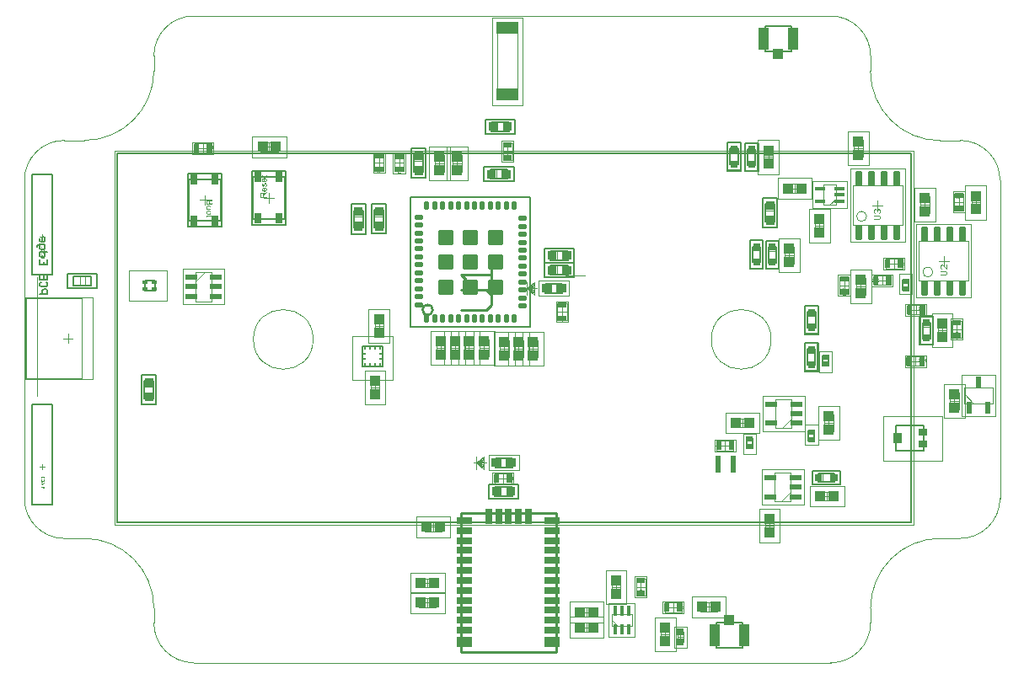
<source format=gtp>
G04*
G04 #@! TF.GenerationSoftware,Altium Limited,Altium Designer,19.1.9 (167)*
G04*
G04 Layer_Color=8421504*
%FSLAX25Y25*%
%MOIN*%
G70*
G01*
G75*
%ADD11C,0.01000*%
%ADD12C,0.00394*%
%ADD15C,0.00787*%
%ADD16C,0.00500*%
%ADD17C,0.00800*%
%ADD18C,0.00600*%
%ADD19C,0.00050*%
%ADD20C,0.00100*%
%ADD21C,0.00591*%
%ADD22C,0.00197*%
%ADD23C,0.00400*%
%ADD24R,0.04134X0.04134*%
%ADD25R,0.04134X0.04134*%
%ADD26R,0.02559X0.04134*%
%ADD27R,0.04724X0.02362*%
%ADD28R,0.04134X0.01575*%
%ADD29R,0.01575X0.04134*%
%ADD30R,0.02362X0.07087*%
%ADD31R,0.04134X0.08661*%
%ADD32R,0.03937X0.04134*%
%ADD33R,0.08661X0.04724*%
%ADD34R,0.01870X0.01476*%
G04:AMPARAMS|DCode=35|XSize=59.06mil|YSize=59.06mil|CornerRadius=2.95mil|HoleSize=0mil|Usage=FLASHONLY|Rotation=180.000|XOffset=0mil|YOffset=0mil|HoleType=Round|Shape=RoundedRectangle|*
%AMROUNDEDRECTD35*
21,1,0.05906,0.05315,0,0,180.0*
21,1,0.05315,0.05906,0,0,180.0*
1,1,0.00591,-0.02657,0.02657*
1,1,0.00591,0.02657,0.02657*
1,1,0.00591,0.02657,-0.02657*
1,1,0.00591,-0.02657,-0.02657*
%
%ADD35ROUNDEDRECTD35*%
G04:AMPARAMS|DCode=36|XSize=19.68mil|YSize=31.5mil|CornerRadius=3.94mil|HoleSize=0mil|Usage=FLASHONLY|Rotation=270.000|XOffset=0mil|YOffset=0mil|HoleType=Round|Shape=RoundedRectangle|*
%AMROUNDEDRECTD36*
21,1,0.01968,0.02362,0,0,270.0*
21,1,0.01181,0.03150,0,0,270.0*
1,1,0.00787,-0.01181,-0.00591*
1,1,0.00787,-0.01181,0.00591*
1,1,0.00787,0.01181,0.00591*
1,1,0.00787,0.01181,-0.00591*
%
%ADD36ROUNDEDRECTD36*%
G04:AMPARAMS|DCode=37|XSize=19.68mil|YSize=31.5mil|CornerRadius=3.94mil|HoleSize=0mil|Usage=FLASHONLY|Rotation=180.000|XOffset=0mil|YOffset=0mil|HoleType=Round|Shape=RoundedRectangle|*
%AMROUNDEDRECTD37*
21,1,0.01968,0.02362,0,0,180.0*
21,1,0.01181,0.03150,0,0,180.0*
1,1,0.00787,-0.00591,0.01181*
1,1,0.00787,0.00591,0.01181*
1,1,0.00787,0.00591,-0.01181*
1,1,0.00787,-0.00591,-0.01181*
%
%ADD37ROUNDEDRECTD37*%
%ADD38R,0.03543X0.02559*%
%ADD39R,0.03543X0.03937*%
%ADD40R,0.02756X0.01968*%
%ADD41R,0.02362X0.03347*%
%ADD42R,0.03347X0.02362*%
G04:AMPARAMS|DCode=43|XSize=23.62mil|YSize=57.09mil|CornerRadius=2.01mil|HoleSize=0mil|Usage=FLASHONLY|Rotation=180.000|XOffset=0mil|YOffset=0mil|HoleType=Round|Shape=RoundedRectangle|*
%AMROUNDEDRECTD43*
21,1,0.02362,0.05307,0,0,180.0*
21,1,0.01961,0.05709,0,0,180.0*
1,1,0.00402,-0.00980,0.02653*
1,1,0.00402,0.00980,0.02653*
1,1,0.00402,0.00980,-0.02653*
1,1,0.00402,-0.00980,-0.02653*
%
%ADD43ROUNDEDRECTD43*%
%ADD44R,0.05906X0.02756*%
%ADD45R,0.05906X0.03937*%
%ADD46R,0.02756X0.05906*%
%ADD47R,0.03150X0.02975*%
%ADD48R,0.04000X0.03500*%
%ADD49R,0.03700X0.03800*%
%ADD50R,0.02975X0.03150*%
%ADD51R,0.03800X0.03700*%
%ADD52R,0.02362X0.04528*%
%ADD53R,0.02835X0.02717*%
%ADD54R,0.01102X0.01614*%
%ADD55R,0.01614X0.01102*%
G36*
X74676Y203228D02*
X74092D01*
X74078Y203230D01*
X74061D01*
X74023Y203232D01*
X73983Y203237D01*
X73939Y203242D01*
X73899Y203252D01*
X73879Y203257D01*
X73863Y203262D01*
X73861D01*
X73859Y203264D01*
X73848Y203270D01*
X73832Y203277D01*
X73812Y203290D01*
X73790Y203306D01*
X73766Y203328D01*
X73744Y203354D01*
X73723Y203383D01*
Y203384D01*
X73721Y203386D01*
X73714Y203397D01*
X73706Y203415D01*
X73695Y203439D01*
X73686Y203466D01*
X73677Y203499D01*
X73672Y203534D01*
X73670Y203572D01*
Y203574D01*
Y203577D01*
Y203585D01*
X73672Y203594D01*
Y203607D01*
X73674Y203619D01*
X73681Y203650D01*
X73692Y203687D01*
X73706Y203725D01*
X73728Y203763D01*
X73743Y203781D01*
X73757Y203799D01*
X73759Y203801D01*
X73761Y203803D01*
X73766Y203808D01*
X73774Y203814D01*
X73783Y203821D01*
X73794Y203829D01*
X73808Y203838D01*
X73823Y203849D01*
X73841Y203858D01*
X73861Y203867D01*
X73883Y203878D01*
X73906Y203887D01*
X73934Y203894D01*
X73961Y203903D01*
X73992Y203909D01*
X74025Y203914D01*
X74021Y203916D01*
X74014Y203920D01*
X74003Y203927D01*
X73988Y203934D01*
X73956Y203954D01*
X73939Y203967D01*
X73925Y203978D01*
X73921Y203981D01*
X73912Y203991D01*
X73897Y204005D01*
X73879Y204023D01*
X73859Y204049D01*
X73835Y204076D01*
X73812Y204109D01*
X73786Y204145D01*
X73570Y204487D01*
X73777D01*
X73943Y204225D01*
Y204223D01*
X73947Y204220D01*
X73950Y204214D01*
X73956Y204207D01*
X73968Y204187D01*
X73985Y204162D01*
X74005Y204134D01*
X74025Y204105D01*
X74045Y204078D01*
X74063Y204052D01*
X74065Y204051D01*
X74070Y204043D01*
X74079Y204032D01*
X74092Y204020D01*
X74120Y203992D01*
X74134Y203980D01*
X74149Y203969D01*
X74150Y203967D01*
X74154Y203965D01*
X74161Y203961D01*
X74172Y203956D01*
X74183Y203951D01*
X74196Y203945D01*
X74225Y203936D01*
X74227D01*
X74230Y203934D01*
X74238D01*
X74247Y203932D01*
X74260Y203930D01*
X74274D01*
X74294Y203929D01*
X74509D01*
Y204487D01*
X74676D01*
Y203228D01*
D02*
G37*
G36*
X73060Y204507D02*
X73075D01*
X73091Y204506D01*
X73109Y204502D01*
X73131Y204497D01*
X73153Y204491D01*
X73178Y204484D01*
X73204Y204475D01*
X73229Y204464D01*
X73257Y204449D01*
X73282Y204433D01*
X73308Y204415D01*
X73333Y204393D01*
X73357Y204367D01*
X73359Y204365D01*
X73362Y204360D01*
X73368Y204353D01*
X73375Y204340D01*
X73386Y204324D01*
X73395Y204305D01*
X73406Y204282D01*
X73417Y204256D01*
X73430Y204225D01*
X73441Y204191D01*
X73450Y204152D01*
X73459Y204111D01*
X73468Y204063D01*
X73473Y204012D01*
X73477Y203958D01*
X73479Y203900D01*
Y203898D01*
Y203896D01*
Y203890D01*
Y203883D01*
X73477Y203865D01*
Y203839D01*
X73475Y203810D01*
X73471Y203776D01*
X73468Y203738D01*
X73462Y203696D01*
X73455Y203654D01*
X73446Y203608D01*
X73435Y203565D01*
X73422Y203521D01*
X73406Y203479D01*
X73388Y203439D01*
X73368Y203401D01*
X73344Y203368D01*
X73342Y203366D01*
X73339Y203363D01*
X73331Y203355D01*
X73322Y203344D01*
X73311Y203333D01*
X73297Y203323D01*
X73279Y203308D01*
X73260Y203295D01*
X73239Y203283D01*
X73215Y203268D01*
X73188Y203257D01*
X73160Y203244D01*
X73129Y203235D01*
X73097Y203228D01*
X73062Y203224D01*
X73026Y203222D01*
X73011D01*
X73000Y203224D01*
X72987D01*
X72973Y203226D01*
X72938Y203233D01*
X72900Y203242D01*
X72860Y203257D01*
X72820Y203279D01*
X72800Y203292D01*
X72782Y203306D01*
X72780Y203308D01*
X72778Y203310D01*
X72773Y203315D01*
X72767Y203321D01*
X72758Y203330D01*
X72751Y203341D01*
X72731Y203366D01*
X72711Y203399D01*
X72693Y203439D01*
X72676Y203485D01*
X72665Y203536D01*
X72820Y203548D01*
Y203547D01*
X72822Y203545D01*
X72824Y203534D01*
X72829Y203517D01*
X72836Y203497D01*
X72844Y203475D01*
X72855Y203454D01*
X72867Y203434D01*
X72880Y203417D01*
X72884Y203414D01*
X72891Y203406D01*
X72904Y203395D01*
X72922Y203383D01*
X72946Y203372D01*
X72971Y203361D01*
X73002Y203354D01*
X73035Y203350D01*
X73048D01*
X73062Y203352D01*
X73078Y203355D01*
X73100Y203361D01*
X73122Y203368D01*
X73144Y203377D01*
X73166Y203392D01*
X73169Y203394D01*
X73178Y203401D01*
X73191Y203414D01*
X73208Y203432D01*
X73226Y203454D01*
X73246Y203479D01*
X73264Y203512D01*
X73282Y203548D01*
Y203550D01*
X73284Y203554D01*
X73286Y203559D01*
X73290Y203567D01*
X73291Y203577D01*
X73295Y203590D01*
X73299Y203605D01*
X73302Y203623D01*
X73308Y203643D01*
X73311Y203665D01*
X73315Y203688D01*
X73317Y203714D01*
X73321Y203743D01*
X73322Y203772D01*
X73324Y203805D01*
Y203838D01*
X73322Y203836D01*
X73315Y203825D01*
X73302Y203810D01*
X73286Y203792D01*
X73268Y203770D01*
X73244Y203750D01*
X73219Y203730D01*
X73189Y203712D01*
X73188D01*
X73186Y203710D01*
X73175Y203705D01*
X73159Y203699D01*
X73137Y203690D01*
X73111Y203683D01*
X73082Y203678D01*
X73051Y203672D01*
X73018Y203670D01*
X73004D01*
X72993Y203672D01*
X72978Y203674D01*
X72964Y203676D01*
X72946Y203679D01*
X72927Y203685D01*
X72886Y203697D01*
X72864Y203707D01*
X72842Y203719D01*
X72820Y203732D01*
X72796Y203747D01*
X72774Y203765D01*
X72755Y203785D01*
X72753Y203787D01*
X72749Y203790D01*
X72743Y203796D01*
X72738Y203805D01*
X72729Y203818D01*
X72720Y203830D01*
X72711Y203847D01*
X72700Y203865D01*
X72689Y203885D01*
X72680Y203907D01*
X72671Y203932D01*
X72662Y203958D01*
X72656Y203985D01*
X72651Y204016D01*
X72647Y204047D01*
X72645Y204080D01*
Y204082D01*
Y204085D01*
Y204091D01*
Y204100D01*
X72647Y204111D01*
Y204122D01*
X72653Y204151D01*
X72658Y204185D01*
X72667Y204222D01*
X72680Y204262D01*
X72698Y204300D01*
Y204302D01*
X72700Y204304D01*
X72703Y204309D01*
X72707Y204316D01*
X72718Y204334D01*
X72734Y204358D01*
X72755Y204384D01*
X72778Y204409D01*
X72807Y204435D01*
X72838Y204456D01*
X72840D01*
X72842Y204458D01*
X72847Y204462D01*
X72855Y204464D01*
X72873Y204473D01*
X72896Y204482D01*
X72927Y204493D01*
X72962Y204500D01*
X73000Y204507D01*
X73042Y204509D01*
X73051D01*
X73060Y204507D01*
D02*
G37*
G36*
X191543Y200272D02*
X191558Y200270D01*
X191574Y200266D01*
X191593Y200262D01*
X191613Y200259D01*
X191656Y200244D01*
X191680Y200233D01*
X191702Y200222D01*
X191725Y200208D01*
X191749Y200192D01*
X191773Y200173D01*
X191795Y200151D01*
X191796Y200150D01*
X191800Y200146D01*
X191806Y200139D01*
X191813Y200130D01*
X191822Y200119D01*
X191831Y200104D01*
X191842Y200088D01*
X191851Y200068D01*
X191862Y200048D01*
X191873Y200024D01*
X191882Y200001D01*
X191891Y199973D01*
X191898Y199944D01*
X191904Y199913D01*
X191907Y199882D01*
X191909Y199848D01*
Y199831D01*
X191907Y199820D01*
X191906Y199806D01*
X191904Y199789D01*
X191900Y199771D01*
X191896Y199751D01*
X191886Y199707D01*
X191867Y199662D01*
X191857Y199638D01*
X191844Y199616D01*
X191827Y199595D01*
X191811Y199573D01*
X191809Y199571D01*
X191806Y199567D01*
X191800Y199562D01*
X191793Y199556D01*
X191784Y199547D01*
X191771Y199538D01*
X191758Y199527D01*
X191742Y199516D01*
X191724Y199505D01*
X191705Y199495D01*
X191662Y199475D01*
X191611Y199458D01*
X191584Y199453D01*
X191554Y199449D01*
X191534Y199604D01*
X191536D01*
X191540Y199606D01*
X191547Y199607D01*
X191556Y199609D01*
X191567Y199611D01*
X191580Y199615D01*
X191607Y199624D01*
X191640Y199636D01*
X191671Y199653D01*
X191700Y199671D01*
X191725Y199693D01*
X191727Y199697D01*
X191735Y199704D01*
X191744Y199718D01*
X191753Y199737D01*
X191764Y199758D01*
X191773Y199786D01*
X191780Y199817D01*
X191782Y199849D01*
Y199860D01*
X191780Y199868D01*
X191778Y199888D01*
X191773Y199913D01*
X191764Y199942D01*
X191751Y199973D01*
X191733Y200004D01*
X191707Y200033D01*
X191704Y200037D01*
X191693Y200046D01*
X191676Y200057D01*
X191654Y200071D01*
X191627Y200086D01*
X191596Y200097D01*
X191560Y200106D01*
X191520Y200110D01*
X191518D01*
X191514D01*
X191509D01*
X191502Y200108D01*
X191481Y200106D01*
X191458Y200101D01*
X191429Y200093D01*
X191400Y200080D01*
X191370Y200062D01*
X191343Y200039D01*
X191340Y200035D01*
X191332Y200026D01*
X191321Y200011D01*
X191309Y199991D01*
X191296Y199966D01*
X191285Y199935D01*
X191278Y199900D01*
X191274Y199862D01*
Y199846D01*
X191276Y199833D01*
X191278Y199817D01*
X191281Y199798D01*
X191285Y199777D01*
X191290Y199753D01*
X191154Y199771D01*
Y199780D01*
X191156Y199787D01*
Y199811D01*
X191152Y199831D01*
X191148Y199855D01*
X191143Y199882D01*
X191134Y199913D01*
X191121Y199942D01*
X191105Y199973D01*
Y199975D01*
X191103Y199977D01*
X191096Y199986D01*
X191083Y199999D01*
X191067Y200013D01*
X191043Y200028D01*
X191016Y200041D01*
X190985Y200050D01*
X190966Y200053D01*
X190946D01*
X190945D01*
X190943D01*
X190932D01*
X190917Y200050D01*
X190897Y200046D01*
X190875Y200039D01*
X190852Y200030D01*
X190828Y200015D01*
X190806Y199995D01*
X190805Y199993D01*
X190797Y199984D01*
X190788Y199971D01*
X190777Y199955D01*
X190768Y199933D01*
X190759Y199908D01*
X190752Y199879D01*
X190750Y199846D01*
Y199831D01*
X190753Y199815D01*
X190757Y199793D01*
X190764Y199769D01*
X190774Y199746D01*
X190788Y199720D01*
X190806Y199697D01*
X190808Y199695D01*
X190817Y199687D01*
X190830Y199677D01*
X190848Y199664D01*
X190872Y199651D01*
X190901Y199638D01*
X190936Y199627D01*
X190976Y199620D01*
X190948Y199465D01*
X190946D01*
X190941Y199467D01*
X190934Y199469D01*
X190923Y199471D01*
X190910Y199475D01*
X190895Y199480D01*
X190861Y199491D01*
X190821Y199509D01*
X190781Y199531D01*
X190743Y199558D01*
X190708Y199593D01*
X190706Y199595D01*
X190704Y199598D01*
X190701Y199604D01*
X190695Y199611D01*
X190688Y199620D01*
X190681Y199633D01*
X190673Y199646D01*
X190664Y199662D01*
X190650Y199698D01*
X190635Y199740D01*
X190626Y199789D01*
X190622Y199815D01*
Y199860D01*
X190624Y199880D01*
X190628Y199904D01*
X190633Y199933D01*
X190642Y199966D01*
X190653Y199999D01*
X190668Y200031D01*
Y200033D01*
X190670Y200035D01*
X190675Y200046D01*
X190686Y200062D01*
X190699Y200080D01*
X190717Y200102D01*
X190737Y200124D01*
X190761Y200146D01*
X190788Y200164D01*
X190792Y200166D01*
X190801Y200171D01*
X190817Y200179D01*
X190837Y200188D01*
X190861Y200197D01*
X190888Y200204D01*
X190919Y200210D01*
X190950Y200212D01*
X190954D01*
X190965D01*
X190979Y200210D01*
X190999Y200206D01*
X191023Y200201D01*
X191048Y200192D01*
X191074Y200181D01*
X191099Y200166D01*
X191103Y200164D01*
X191110Y200159D01*
X191123Y200148D01*
X191138Y200133D01*
X191154Y200115D01*
X191172Y200093D01*
X191189Y200068D01*
X191205Y200037D01*
Y200039D01*
X191207Y200042D01*
X191209Y200048D01*
X191210Y200055D01*
X191218Y200075D01*
X191229Y200101D01*
X191243Y200130D01*
X191261Y200159D01*
X191285Y200186D01*
X191312Y200212D01*
X191316Y200213D01*
X191327Y200221D01*
X191345Y200232D01*
X191369Y200242D01*
X191398Y200253D01*
X191432Y200264D01*
X191472Y200272D01*
X191516Y200273D01*
X191518D01*
X191523D01*
X191533D01*
X191543Y200272D01*
D02*
G37*
G36*
X191887Y199141D02*
X191625Y198976D01*
X191623D01*
X191620Y198972D01*
X191614Y198969D01*
X191607Y198963D01*
X191587Y198950D01*
X191562Y198934D01*
X191534Y198914D01*
X191505Y198894D01*
X191478Y198874D01*
X191452Y198856D01*
X191451Y198854D01*
X191443Y198848D01*
X191432Y198839D01*
X191420Y198827D01*
X191392Y198799D01*
X191380Y198785D01*
X191369Y198770D01*
X191367Y198768D01*
X191365Y198765D01*
X191361Y198757D01*
X191356Y198747D01*
X191350Y198736D01*
X191345Y198723D01*
X191336Y198694D01*
Y198692D01*
X191334Y198688D01*
Y198681D01*
X191332Y198672D01*
X191331Y198659D01*
Y198645D01*
X191329Y198625D01*
Y198410D01*
X191887D01*
Y198242D01*
X190628D01*
Y198827D01*
X190630Y198841D01*
Y198857D01*
X190632Y198896D01*
X190637Y198936D01*
X190642Y198979D01*
X190652Y199020D01*
X190657Y199039D01*
X190663Y199056D01*
Y199058D01*
X190664Y199059D01*
X190670Y199070D01*
X190677Y199087D01*
X190690Y199107D01*
X190706Y199129D01*
X190728Y199152D01*
X190753Y199174D01*
X190783Y199196D01*
X190785D01*
X190786Y199198D01*
X190797Y199205D01*
X190815Y199212D01*
X190839Y199223D01*
X190866Y199232D01*
X190899Y199241D01*
X190934Y199247D01*
X190972Y199249D01*
X190974D01*
X190977D01*
X190985D01*
X190994Y199247D01*
X191007D01*
X191019Y199245D01*
X191050Y199238D01*
X191087Y199227D01*
X191125Y199212D01*
X191163Y199191D01*
X191181Y199176D01*
X191199Y199161D01*
X191201Y199160D01*
X191203Y199158D01*
X191209Y199152D01*
X191214Y199145D01*
X191221Y199136D01*
X191229Y199125D01*
X191238Y199110D01*
X191249Y199096D01*
X191258Y199078D01*
X191267Y199058D01*
X191278Y199036D01*
X191287Y199012D01*
X191294Y198985D01*
X191303Y198958D01*
X191309Y198927D01*
X191314Y198894D01*
X191316Y198898D01*
X191320Y198905D01*
X191327Y198916D01*
X191334Y198930D01*
X191354Y198963D01*
X191367Y198979D01*
X191378Y198994D01*
X191381Y198998D01*
X191391Y199007D01*
X191405Y199021D01*
X191423Y199039D01*
X191449Y199059D01*
X191476Y199083D01*
X191509Y199107D01*
X191545Y199132D01*
X191887Y199349D01*
Y199141D01*
D02*
G37*
G36*
X148656Y195697D02*
X148669Y195695D01*
X148685Y195694D01*
X148704Y195690D01*
X148723Y195685D01*
X148765Y195672D01*
X148789Y195663D01*
X148811Y195650D01*
X148835Y195637D01*
X148856Y195623D01*
X148878Y195604D01*
X148900Y195584D01*
X148902Y195583D01*
X148906Y195579D01*
X148911Y195573D01*
X148916Y195564D01*
X148925Y195552D01*
X148935Y195539D01*
X148944Y195522D01*
X148955Y195504D01*
X148966Y195484D01*
X148975Y195461D01*
X148984Y195435D01*
X148993Y195410D01*
X148998Y195381D01*
X149004Y195350D01*
X149007Y195319D01*
X149009Y195284D01*
Y195266D01*
X149007Y195253D01*
X149006Y195237D01*
X149004Y195219D01*
X149000Y195199D01*
X148995Y195177D01*
X148982Y195128D01*
X148973Y195102D01*
X148964Y195079D01*
X148951Y195053D01*
X148936Y195027D01*
X148920Y195004D01*
X148900Y194982D01*
X148898Y194980D01*
X148895Y194976D01*
X148889Y194971D01*
X148880Y194964D01*
X148869Y194957D01*
X148856Y194946D01*
X148842Y194937D01*
X148824Y194926D01*
X148805Y194915D01*
X148784Y194906D01*
X148738Y194887D01*
X148711Y194880D01*
X148684Y194875D01*
X148654Y194871D01*
X148625Y194869D01*
X148623D01*
X148620D01*
X148612D01*
X148605Y194871D01*
X148594D01*
X148582Y194873D01*
X148552Y194876D01*
X148520Y194884D01*
X148487Y194895D01*
X148452Y194911D01*
X148420Y194931D01*
X148418D01*
X148416Y194935D01*
X148407Y194942D01*
X148392Y194957D01*
X148374Y194976D01*
X148356Y195002D01*
X148336Y195033D01*
X148319Y195068D01*
X148307Y195109D01*
Y195108D01*
X148305Y195106D01*
X148303Y195100D01*
X148299Y195093D01*
X148292Y195077D01*
X148281Y195055D01*
X148267Y195031D01*
X148249Y195008D01*
X148229Y194986D01*
X148207Y194966D01*
X148203Y194964D01*
X148196Y194958D01*
X148181Y194951D01*
X148163Y194944D01*
X148139Y194935D01*
X148112Y194927D01*
X148081Y194922D01*
X148048Y194920D01*
X148047D01*
X148043D01*
X148036D01*
X148025Y194922D01*
X148014Y194924D01*
X147999Y194926D01*
X147968Y194933D01*
X147932Y194944D01*
X147894Y194962D01*
X147874Y194973D01*
X147854Y194986D01*
X147835Y195002D01*
X147817Y195018D01*
X147815Y195020D01*
X147813Y195024D01*
X147808Y195029D01*
X147803Y195037D01*
X147795Y195046D01*
X147788Y195058D01*
X147779Y195073D01*
X147770Y195088D01*
X147761Y195106D01*
X147752Y195126D01*
X147744Y195148D01*
X147737Y195171D01*
X147726Y195222D01*
X147724Y195251D01*
X147722Y195281D01*
Y195297D01*
X147724Y195308D01*
X147726Y195322D01*
X147728Y195339D01*
X147730Y195357D01*
X147735Y195375D01*
X147746Y195419D01*
X147763Y195463D01*
X147774Y195484D01*
X147786Y195506D01*
X147803Y195526D01*
X147819Y195546D01*
X147821Y195548D01*
X147823Y195550D01*
X147828Y195555D01*
X147835Y195563D01*
X147846Y195570D01*
X147857Y195579D01*
X147885Y195597D01*
X147919Y195615D01*
X147959Y195632D01*
X148005Y195644D01*
X148028Y195646D01*
X148054Y195648D01*
X148056D01*
X148057D01*
X148068D01*
X148085Y195646D01*
X148105Y195643D01*
X148130Y195637D01*
X148156Y195628D01*
X148181Y195617D01*
X148207Y195601D01*
X148210Y195599D01*
X148217Y195592D01*
X148229Y195581D01*
X148243Y195566D01*
X148259Y195546D01*
X148276Y195522D01*
X148292Y195495D01*
X148307Y195463D01*
Y195464D01*
X148309Y195468D01*
X148310Y195473D01*
X148314Y195481D01*
X148323Y195502D01*
X148336Y195528D01*
X148354Y195555D01*
X148374Y195584D01*
X148399Y195612D01*
X148429Y195637D01*
X148431D01*
X148432Y195639D01*
X148443Y195646D01*
X148461Y195657D01*
X148485Y195668D01*
X148514Y195679D01*
X148549Y195690D01*
X148587Y195697D01*
X148629Y195699D01*
X148631D01*
X148636D01*
X148645D01*
X148656Y195697D01*
D02*
G37*
G36*
X139968Y195795D02*
X139972Y195792D01*
X139979Y195784D01*
X139990Y195777D01*
X140003Y195766D01*
X140017Y195752D01*
X140035Y195737D01*
X140057Y195721D01*
X140079Y195704D01*
X140105Y195684D01*
X140134Y195664D01*
X140163Y195644D01*
X140196Y195623D01*
X140230Y195601D01*
X140268Y195579D01*
X140307Y195557D01*
X140308Y195555D01*
X140316Y195552D01*
X140327Y195546D01*
X140343Y195537D01*
X140363Y195528D01*
X140385Y195517D01*
X140410Y195504D01*
X140439Y195492D01*
X140472Y195477D01*
X140505Y195461D01*
X140541Y195446D01*
X140580Y195431D01*
X140658Y195402D01*
X140742Y195375D01*
X140743D01*
X140749Y195373D01*
X140758Y195371D01*
X140769Y195368D01*
X140784Y195364D01*
X140802Y195361D01*
X140822Y195355D01*
X140843Y195351D01*
X140869Y195346D01*
X140896Y195340D01*
X140954Y195331D01*
X141018Y195322D01*
X141087Y195317D01*
Y195158D01*
X141086D01*
X141080D01*
X141073D01*
X141062Y195160D01*
X141047D01*
X141029Y195162D01*
X141009Y195164D01*
X140987Y195166D01*
X140962Y195169D01*
X140936Y195173D01*
X140905Y195178D01*
X140875Y195184D01*
X140842Y195189D01*
X140805Y195197D01*
X140731Y195215D01*
X140729D01*
X140722Y195217D01*
X140711Y195220D01*
X140694Y195226D01*
X140676Y195231D01*
X140654Y195238D01*
X140629Y195246D01*
X140602Y195257D01*
X140570Y195268D01*
X140540Y195279D01*
X140470Y195306D01*
X140398Y195339D01*
X140325Y195375D01*
X140323Y195377D01*
X140316Y195380D01*
X140307Y195386D01*
X140292Y195393D01*
X140276Y195402D01*
X140256Y195415D01*
X140234Y195428D01*
X140210Y195442D01*
X140157Y195477D01*
X140103Y195513D01*
X140046Y195555D01*
X139994Y195599D01*
Y194982D01*
X139844D01*
Y195797D01*
X139966D01*
X139968Y195795D01*
D02*
G37*
G36*
X141087Y194665D02*
X140825Y194500D01*
X140823D01*
X140820Y194496D01*
X140814Y194492D01*
X140807Y194487D01*
X140787Y194474D01*
X140762Y194458D01*
X140734Y194438D01*
X140705Y194418D01*
X140678Y194398D01*
X140652Y194379D01*
X140651Y194378D01*
X140643Y194372D01*
X140632Y194363D01*
X140620Y194350D01*
X140592Y194323D01*
X140580Y194308D01*
X140569Y194294D01*
X140567Y194292D01*
X140565Y194289D01*
X140561Y194281D01*
X140556Y194270D01*
X140550Y194259D01*
X140545Y194247D01*
X140536Y194218D01*
Y194216D01*
X140534Y194212D01*
Y194205D01*
X140532Y194196D01*
X140531Y194183D01*
Y194168D01*
X140529Y194148D01*
Y193934D01*
X141087D01*
Y193766D01*
X139828D01*
Y194350D01*
X139830Y194365D01*
Y194381D01*
X139832Y194420D01*
X139837Y194460D01*
X139842Y194503D01*
X139852Y194543D01*
X139857Y194563D01*
X139863Y194580D01*
Y194581D01*
X139864Y194583D01*
X139870Y194594D01*
X139877Y194611D01*
X139890Y194631D01*
X139906Y194652D01*
X139928Y194676D01*
X139953Y194698D01*
X139983Y194720D01*
X139985D01*
X139986Y194722D01*
X139997Y194729D01*
X140015Y194736D01*
X140039Y194747D01*
X140066Y194756D01*
X140099Y194765D01*
X140134Y194771D01*
X140172Y194773D01*
X140174D01*
X140177D01*
X140185D01*
X140194Y194771D01*
X140207D01*
X140219Y194769D01*
X140250Y194762D01*
X140287Y194751D01*
X140325Y194736D01*
X140363Y194714D01*
X140381Y194700D01*
X140399Y194685D01*
X140401Y194683D01*
X140403Y194682D01*
X140409Y194676D01*
X140414Y194669D01*
X140421Y194660D01*
X140429Y194649D01*
X140438Y194634D01*
X140449Y194620D01*
X140458Y194602D01*
X140467Y194581D01*
X140478Y194560D01*
X140487Y194536D01*
X140494Y194509D01*
X140503Y194481D01*
X140509Y194450D01*
X140514Y194418D01*
X140516Y194421D01*
X140520Y194429D01*
X140527Y194439D01*
X140534Y194454D01*
X140554Y194487D01*
X140567Y194503D01*
X140578Y194518D01*
X140581Y194521D01*
X140591Y194530D01*
X140605Y194545D01*
X140623Y194563D01*
X140649Y194583D01*
X140676Y194607D01*
X140709Y194631D01*
X140745Y194656D01*
X141087Y194873D01*
Y194665D01*
D02*
G37*
G36*
X148987Y194565D02*
X148725Y194400D01*
X148723D01*
X148720Y194396D01*
X148714Y194392D01*
X148707Y194387D01*
X148687Y194374D01*
X148662Y194358D01*
X148634Y194338D01*
X148605Y194318D01*
X148578Y194298D01*
X148552Y194280D01*
X148551Y194278D01*
X148543Y194272D01*
X148532Y194263D01*
X148520Y194250D01*
X148492Y194223D01*
X148480Y194209D01*
X148469Y194194D01*
X148467Y194192D01*
X148465Y194188D01*
X148461Y194181D01*
X148456Y194170D01*
X148451Y194159D01*
X148445Y194147D01*
X148436Y194117D01*
Y194116D01*
X148434Y194112D01*
Y194105D01*
X148432Y194096D01*
X148431Y194083D01*
Y194068D01*
X148429Y194048D01*
Y193834D01*
X148987D01*
Y193666D01*
X147728D01*
Y194250D01*
X147730Y194265D01*
Y194281D01*
X147732Y194319D01*
X147737Y194360D01*
X147742Y194403D01*
X147752Y194443D01*
X147757Y194463D01*
X147763Y194480D01*
Y194482D01*
X147764Y194483D01*
X147770Y194494D01*
X147777Y194511D01*
X147790Y194531D01*
X147806Y194553D01*
X147828Y194576D01*
X147854Y194598D01*
X147883Y194620D01*
X147885D01*
X147886Y194622D01*
X147897Y194629D01*
X147915Y194636D01*
X147939Y194647D01*
X147966Y194656D01*
X147999Y194665D01*
X148034Y194671D01*
X148072Y194673D01*
X148074D01*
X148077D01*
X148085D01*
X148094Y194671D01*
X148107D01*
X148119Y194669D01*
X148150Y194662D01*
X148187Y194651D01*
X148225Y194636D01*
X148263Y194614D01*
X148281Y194600D01*
X148299Y194585D01*
X148301Y194583D01*
X148303Y194582D01*
X148309Y194576D01*
X148314Y194569D01*
X148321Y194560D01*
X148329Y194549D01*
X148338Y194534D01*
X148349Y194520D01*
X148358Y194501D01*
X148367Y194482D01*
X148378Y194460D01*
X148387Y194436D01*
X148394Y194409D01*
X148403Y194381D01*
X148409Y194351D01*
X148414Y194318D01*
X148416Y194321D01*
X148420Y194329D01*
X148427Y194340D01*
X148434Y194354D01*
X148454Y194387D01*
X148467Y194403D01*
X148478Y194418D01*
X148481Y194421D01*
X148491Y194430D01*
X148505Y194445D01*
X148523Y194463D01*
X148549Y194483D01*
X148576Y194507D01*
X148609Y194531D01*
X148645Y194556D01*
X148987Y194773D01*
Y194565D01*
D02*
G37*
G36*
X95859Y192882D02*
X95863Y192867D01*
X95866Y192841D01*
X95870Y192809D01*
X95877Y192772D01*
X95881Y192732D01*
X95884Y192652D01*
Y192623D01*
X95881Y192594D01*
X95877Y192558D01*
X95873Y192514D01*
X95863Y192470D01*
X95852Y192430D01*
X95833Y192390D01*
X95830Y192386D01*
X95823Y192376D01*
X95812Y192361D01*
X95793Y192339D01*
X95775Y192321D01*
X95750Y192299D01*
X95724Y192277D01*
X95692Y192263D01*
X95688D01*
X95673Y192255D01*
X95648Y192252D01*
X95611Y192245D01*
X95564Y192237D01*
X95535Y192234D01*
X95502D01*
X95462Y192230D01*
X95422Y192226D01*
X95378D01*
X95328D01*
X94272D01*
Y191997D01*
X94032D01*
Y192226D01*
X93580D01*
X93395Y192536D01*
X94032D01*
Y192849D01*
X94272D01*
Y192536D01*
X95346D01*
X95353D01*
X95367D01*
X95389D01*
X95415Y192539D01*
X95473Y192543D01*
X95499Y192547D01*
X95517Y192550D01*
X95524Y192554D01*
X95539Y192565D01*
X95557Y192579D01*
X95575Y192605D01*
X95579Y192612D01*
X95586Y192630D01*
X95593Y192663D01*
X95597Y192710D01*
Y192747D01*
X95593Y192765D01*
Y192791D01*
X95590Y192820D01*
X95586Y192849D01*
X95859Y192889D01*
Y192882D01*
D02*
G37*
G36*
X95025Y191793D02*
Y190428D01*
X95029D01*
X95040D01*
X95055Y190432D01*
X95076D01*
X95102Y190436D01*
X95131Y190443D01*
X95196Y190454D01*
X95269Y190475D01*
X95349Y190505D01*
X95422Y190545D01*
X95488Y190596D01*
Y190599D01*
X95495Y190603D01*
X95513Y190625D01*
X95539Y190657D01*
X95564Y190701D01*
X95593Y190759D01*
X95619Y190825D01*
X95637Y190898D01*
X95640Y190938D01*
X95644Y190981D01*
Y191011D01*
X95640Y191043D01*
X95633Y191083D01*
X95622Y191127D01*
X95608Y191178D01*
X95586Y191225D01*
X95557Y191273D01*
X95553Y191276D01*
X95539Y191295D01*
X95517Y191316D01*
X95488Y191342D01*
X95448Y191371D01*
X95397Y191404D01*
X95338Y191437D01*
X95269Y191466D01*
X95309Y191786D01*
X95313D01*
X95320Y191782D01*
X95335Y191779D01*
X95357Y191771D01*
X95378Y191760D01*
X95408Y191750D01*
X95469Y191720D01*
X95539Y191684D01*
X95611Y191633D01*
X95681Y191575D01*
X95746Y191502D01*
Y191498D01*
X95753Y191491D01*
X95761Y191480D01*
X95772Y191466D01*
X95783Y191444D01*
X95793Y191422D01*
X95808Y191393D01*
X95823Y191360D01*
X95837Y191324D01*
X95852Y191287D01*
X95873Y191196D01*
X95892Y191094D01*
X95899Y190981D01*
Y190941D01*
X95895Y190916D01*
X95892Y190883D01*
X95884Y190843D01*
X95877Y190799D01*
X95870Y190752D01*
X95841Y190650D01*
X95819Y190596D01*
X95797Y190545D01*
X95768Y190490D01*
X95735Y190439D01*
X95699Y190392D01*
X95655Y190345D01*
X95651Y190341D01*
X95644Y190333D01*
X95630Y190323D01*
X95608Y190308D01*
X95582Y190290D01*
X95553Y190272D01*
X95517Y190250D01*
X95477Y190228D01*
X95429Y190206D01*
X95378Y190184D01*
X95320Y190166D01*
X95258Y190148D01*
X95193Y190133D01*
X95120Y190122D01*
X95044Y190115D01*
X94964Y190111D01*
X94960D01*
X94942D01*
X94920D01*
X94887Y190115D01*
X94847Y190119D01*
X94803Y190122D01*
X94752Y190130D01*
X94701Y190141D01*
X94585Y190170D01*
X94527Y190188D01*
X94465Y190210D01*
X94407Y190239D01*
X94352Y190272D01*
X94297Y190308D01*
X94246Y190348D01*
X94243Y190352D01*
X94235Y190359D01*
X94225Y190374D01*
X94206Y190392D01*
X94188Y190414D01*
X94166Y190443D01*
X94141Y190475D01*
X94119Y190516D01*
X94094Y190556D01*
X94072Y190603D01*
X94050Y190654D01*
X94032Y190708D01*
X94014Y190767D01*
X94002Y190829D01*
X93995Y190894D01*
X93992Y190963D01*
Y191000D01*
X93995Y191025D01*
X93999Y191054D01*
X94006Y191091D01*
X94014Y191131D01*
X94024Y191178D01*
X94035Y191222D01*
X94054Y191273D01*
X94072Y191320D01*
X94097Y191371D01*
X94126Y191422D01*
X94159Y191473D01*
X94199Y191520D01*
X94243Y191564D01*
X94246Y191568D01*
X94254Y191575D01*
X94268Y191586D01*
X94290Y191600D01*
X94316Y191619D01*
X94345Y191637D01*
X94381Y191658D01*
X94425Y191680D01*
X94472Y191702D01*
X94523Y191724D01*
X94581Y191742D01*
X94643Y191760D01*
X94712Y191775D01*
X94785Y191786D01*
X94862Y191793D01*
X94945Y191797D01*
X94949D01*
X94964D01*
X94989D01*
X95025Y191793D01*
D02*
G37*
G36*
X95378Y189846D02*
X95419Y189839D01*
X95462Y189828D01*
X95509Y189809D01*
X95564Y189788D01*
X95615Y189758D01*
X95622Y189755D01*
X95637Y189740D01*
X95662Y189722D01*
X95692Y189693D01*
X95724Y189653D01*
X95761Y189609D01*
X95793Y189558D01*
X95826Y189496D01*
Y189493D01*
X95830Y189489D01*
X95837Y189467D01*
X95848Y189431D01*
X95863Y189383D01*
X95877Y189325D01*
X95888Y189260D01*
X95895Y189191D01*
X95899Y189111D01*
Y189078D01*
X95895Y189052D01*
Y189023D01*
X95892Y188987D01*
X95888Y188950D01*
X95881Y188910D01*
X95863Y188823D01*
X95837Y188732D01*
X95801Y188645D01*
X95779Y188604D01*
X95753Y188568D01*
X95750Y188565D01*
X95746Y188561D01*
X95724Y188539D01*
X95692Y188506D01*
X95640Y188470D01*
X95579Y188430D01*
X95506Y188390D01*
X95415Y188357D01*
X95313Y188331D01*
X95266Y188637D01*
X95269D01*
X95273D01*
X95295Y188645D01*
X95331Y188652D01*
X95371Y188666D01*
X95415Y188685D01*
X95462Y188707D01*
X95509Y188739D01*
X95549Y188779D01*
X95553Y188787D01*
X95564Y188801D01*
X95579Y188830D01*
X95597Y188867D01*
X95615Y188914D01*
X95630Y188969D01*
X95640Y189034D01*
X95644Y189111D01*
Y189147D01*
X95640Y189183D01*
X95633Y189231D01*
X95622Y189282D01*
X95608Y189336D01*
X95590Y189383D01*
X95560Y189427D01*
X95557Y189431D01*
X95546Y189445D01*
X95528Y189460D01*
X95502Y189482D01*
X95473Y189500D01*
X95437Y189518D01*
X95400Y189529D01*
X95357Y189533D01*
X95353D01*
X95338D01*
X95320Y189529D01*
X95295Y189522D01*
X95269Y189511D01*
X95244Y189493D01*
X95215Y189471D01*
X95193Y189438D01*
X95189Y189435D01*
X95186Y189424D01*
X95175Y189405D01*
X95164Y189376D01*
X95149Y189332D01*
X95138Y189307D01*
X95131Y189278D01*
X95120Y189245D01*
X95109Y189209D01*
X95098Y189169D01*
X95087Y189121D01*
Y189118D01*
X95084Y189107D01*
X95080Y189089D01*
X95073Y189067D01*
X95065Y189038D01*
X95055Y189005D01*
X95036Y188936D01*
X95011Y188856D01*
X94989Y188779D01*
X94964Y188707D01*
X94949Y188674D01*
X94938Y188648D01*
X94934Y188641D01*
X94927Y188626D01*
X94912Y188604D01*
X94894Y188575D01*
X94869Y188543D01*
X94840Y188510D01*
X94807Y188477D01*
X94767Y188448D01*
X94763Y188444D01*
X94749Y188437D01*
X94723Y188426D01*
X94694Y188415D01*
X94658Y188404D01*
X94614Y188393D01*
X94570Y188386D01*
X94519Y188382D01*
X94512D01*
X94498D01*
X94476Y188386D01*
X94443Y188390D01*
X94410Y188397D01*
X94370Y188404D01*
X94334Y188419D01*
X94294Y188437D01*
X94290Y188441D01*
X94275Y188448D01*
X94257Y188459D01*
X94232Y188477D01*
X94206Y188499D01*
X94174Y188524D01*
X94144Y188554D01*
X94119Y188590D01*
X94115Y188594D01*
X94112Y188604D01*
X94101Y188619D01*
X94090Y188641D01*
X94075Y188670D01*
X94061Y188703D01*
X94046Y188743D01*
X94032Y188787D01*
X94028Y188794D01*
X94024Y188808D01*
X94017Y188834D01*
X94010Y188867D01*
X94002Y188907D01*
X93999Y188950D01*
X93992Y189001D01*
Y189089D01*
X93995Y189129D01*
X93999Y189183D01*
X94006Y189242D01*
X94021Y189303D01*
X94035Y189369D01*
X94057Y189431D01*
Y189435D01*
X94061Y189438D01*
X94068Y189456D01*
X94083Y189485D01*
X94101Y189522D01*
X94126Y189562D01*
X94155Y189602D01*
X94188Y189638D01*
X94225Y189671D01*
X94228Y189675D01*
X94243Y189682D01*
X94268Y189697D01*
X94297Y189715D01*
X94341Y189733D01*
X94388Y189751D01*
X94443Y189766D01*
X94505Y189780D01*
X94545Y189478D01*
X94538D01*
X94523Y189474D01*
X94498Y189467D01*
X94465Y189456D01*
X94432Y189438D01*
X94396Y189416D01*
X94359Y189391D01*
X94327Y189354D01*
X94323Y189351D01*
X94316Y189336D01*
X94301Y189314D01*
X94287Y189282D01*
X94272Y189245D01*
X94257Y189198D01*
X94250Y189140D01*
X94246Y189078D01*
Y189041D01*
X94250Y189005D01*
X94254Y188958D01*
X94265Y188910D01*
X94275Y188859D01*
X94294Y188812D01*
X94319Y188772D01*
X94323Y188768D01*
X94330Y188757D01*
X94345Y188743D01*
X94367Y188728D01*
X94388Y188710D01*
X94418Y188696D01*
X94450Y188685D01*
X94483Y188681D01*
X94487D01*
X94494D01*
X94505Y188685D01*
X94519D01*
X94556Y188696D01*
X94592Y188717D01*
X94596Y188721D01*
X94599Y188725D01*
X94610Y188732D01*
X94621Y188747D01*
X94632Y188761D01*
X94647Y188783D01*
X94658Y188808D01*
X94672Y188838D01*
Y188841D01*
X94676Y188848D01*
X94680Y188863D01*
X94691Y188889D01*
X94701Y188925D01*
X94712Y188972D01*
X94723Y189001D01*
X94731Y189034D01*
X94741Y189070D01*
X94752Y189111D01*
Y189114D01*
X94756Y189125D01*
X94760Y189143D01*
X94767Y189165D01*
X94774Y189191D01*
X94782Y189223D01*
X94803Y189293D01*
X94825Y189369D01*
X94851Y189445D01*
X94876Y189515D01*
X94887Y189544D01*
X94898Y189569D01*
X94902Y189576D01*
X94909Y189591D01*
X94920Y189613D01*
X94938Y189646D01*
X94960Y189678D01*
X94989Y189711D01*
X95022Y189744D01*
X95058Y189773D01*
X95062Y189777D01*
X95076Y189784D01*
X95098Y189798D01*
X95131Y189813D01*
X95171Y189824D01*
X95215Y189839D01*
X95266Y189846D01*
X95324Y189849D01*
X95331D01*
X95349D01*
X95378Y189846D01*
D02*
G37*
G36*
X95025Y188073D02*
Y186708D01*
X95029D01*
X95040D01*
X95055Y186712D01*
X95076D01*
X95102Y186715D01*
X95131Y186723D01*
X95196Y186734D01*
X95269Y186755D01*
X95349Y186785D01*
X95422Y186825D01*
X95488Y186875D01*
Y186879D01*
X95495Y186883D01*
X95513Y186905D01*
X95539Y186937D01*
X95564Y186981D01*
X95593Y187039D01*
X95619Y187105D01*
X95637Y187178D01*
X95640Y187218D01*
X95644Y187261D01*
Y187291D01*
X95640Y187323D01*
X95633Y187363D01*
X95622Y187407D01*
X95608Y187458D01*
X95586Y187505D01*
X95557Y187553D01*
X95553Y187556D01*
X95539Y187574D01*
X95517Y187596D01*
X95488Y187622D01*
X95448Y187651D01*
X95397Y187684D01*
X95338Y187716D01*
X95269Y187745D01*
X95309Y188066D01*
X95313D01*
X95320Y188062D01*
X95335Y188058D01*
X95357Y188051D01*
X95378Y188040D01*
X95408Y188029D01*
X95469Y188000D01*
X95539Y187964D01*
X95611Y187913D01*
X95681Y187855D01*
X95746Y187782D01*
Y187778D01*
X95753Y187771D01*
X95761Y187760D01*
X95772Y187745D01*
X95783Y187724D01*
X95793Y187702D01*
X95808Y187673D01*
X95823Y187640D01*
X95837Y187603D01*
X95852Y187567D01*
X95873Y187476D01*
X95892Y187374D01*
X95899Y187261D01*
Y187221D01*
X95895Y187196D01*
X95892Y187163D01*
X95884Y187123D01*
X95877Y187079D01*
X95870Y187032D01*
X95841Y186930D01*
X95819Y186875D01*
X95797Y186825D01*
X95768Y186770D01*
X95735Y186719D01*
X95699Y186672D01*
X95655Y186624D01*
X95651Y186621D01*
X95644Y186614D01*
X95630Y186602D01*
X95608Y186588D01*
X95582Y186570D01*
X95553Y186552D01*
X95517Y186530D01*
X95477Y186508D01*
X95429Y186486D01*
X95378Y186464D01*
X95320Y186446D01*
X95258Y186428D01*
X95193Y186413D01*
X95120Y186402D01*
X95044Y186395D01*
X94964Y186391D01*
X94960D01*
X94942D01*
X94920D01*
X94887Y186395D01*
X94847Y186399D01*
X94803Y186402D01*
X94752Y186410D01*
X94701Y186421D01*
X94585Y186450D01*
X94527Y186468D01*
X94465Y186490D01*
X94407Y186519D01*
X94352Y186552D01*
X94297Y186588D01*
X94246Y186628D01*
X94243Y186632D01*
X94235Y186639D01*
X94225Y186653D01*
X94206Y186672D01*
X94188Y186694D01*
X94166Y186723D01*
X94141Y186755D01*
X94119Y186795D01*
X94094Y186836D01*
X94072Y186883D01*
X94050Y186934D01*
X94032Y186988D01*
X94014Y187047D01*
X94002Y187109D01*
X93995Y187174D01*
X93992Y187243D01*
Y187280D01*
X93995Y187305D01*
X93999Y187334D01*
X94006Y187371D01*
X94014Y187411D01*
X94024Y187458D01*
X94035Y187502D01*
X94054Y187553D01*
X94072Y187600D01*
X94097Y187651D01*
X94126Y187702D01*
X94159Y187753D01*
X94199Y187800D01*
X94243Y187844D01*
X94246Y187847D01*
X94254Y187855D01*
X94268Y187866D01*
X94290Y187880D01*
X94316Y187898D01*
X94345Y187917D01*
X94381Y187938D01*
X94425Y187960D01*
X94472Y187982D01*
X94523Y188004D01*
X94581Y188022D01*
X94643Y188040D01*
X94712Y188055D01*
X94785Y188066D01*
X94862Y188073D01*
X94945Y188077D01*
X94949D01*
X94964D01*
X94989D01*
X95025Y188073D01*
D02*
G37*
G36*
X370072Y185950D02*
X370070Y185935D01*
Y185919D01*
X370068Y185880D01*
X370063Y185840D01*
X370058Y185797D01*
X370048Y185757D01*
X370043Y185737D01*
X370038Y185720D01*
Y185719D01*
X370036Y185717D01*
X370030Y185706D01*
X370023Y185689D01*
X370010Y185669D01*
X369994Y185647D01*
X369972Y185624D01*
X369947Y185602D01*
X369917Y185580D01*
X369916D01*
X369914Y185578D01*
X369903Y185571D01*
X369885Y185564D01*
X369861Y185553D01*
X369834Y185544D01*
X369801Y185535D01*
X369766Y185529D01*
X369728Y185527D01*
X369726D01*
X369723D01*
X369715D01*
X369706Y185529D01*
X369693D01*
X369681Y185531D01*
X369650Y185538D01*
X369613Y185549D01*
X369575Y185564D01*
X369537Y185586D01*
X369519Y185600D01*
X369501Y185615D01*
X369499Y185617D01*
X369497Y185618D01*
X369492Y185624D01*
X369486Y185631D01*
X369479Y185640D01*
X369471Y185651D01*
X369462Y185666D01*
X369451Y185680D01*
X369442Y185698D01*
X369433Y185719D01*
X369422Y185740D01*
X369413Y185764D01*
X369406Y185791D01*
X369397Y185819D01*
X369391Y185849D01*
X369386Y185882D01*
X369384Y185879D01*
X369380Y185871D01*
X369373Y185861D01*
X369366Y185846D01*
X369346Y185813D01*
X369333Y185797D01*
X369322Y185782D01*
X369319Y185779D01*
X369309Y185769D01*
X369295Y185755D01*
X369277Y185737D01*
X369251Y185717D01*
X369224Y185693D01*
X369191Y185669D01*
X369155Y185644D01*
X368813Y185427D01*
Y185635D01*
X369075Y185800D01*
X369076D01*
X369080Y185804D01*
X369086Y185808D01*
X369093Y185813D01*
X369113Y185826D01*
X369138Y185842D01*
X369166Y185862D01*
X369195Y185882D01*
X369222Y185902D01*
X369248Y185921D01*
X369249Y185922D01*
X369257Y185928D01*
X369268Y185937D01*
X369280Y185950D01*
X369308Y185977D01*
X369320Y185992D01*
X369331Y186006D01*
X369333Y186008D01*
X369335Y186012D01*
X369339Y186019D01*
X369344Y186030D01*
X369350Y186041D01*
X369355Y186053D01*
X369364Y186082D01*
Y186084D01*
X369366Y186088D01*
Y186095D01*
X369368Y186104D01*
X369370Y186117D01*
Y186132D01*
X369371Y186152D01*
Y186366D01*
X368813D01*
Y186534D01*
X370072D01*
Y185950D01*
D02*
G37*
G36*
X95859Y185798D02*
X95335Y185467D01*
X95331D01*
X95324Y185460D01*
X95313Y185452D01*
X95298Y185441D01*
X95258Y185416D01*
X95207Y185383D01*
X95153Y185343D01*
X95095Y185303D01*
X95040Y185263D01*
X94989Y185227D01*
X94985Y185223D01*
X94971Y185212D01*
X94949Y185194D01*
X94924Y185168D01*
X94869Y185114D01*
X94843Y185085D01*
X94822Y185055D01*
X94818Y185052D01*
X94814Y185045D01*
X94807Y185030D01*
X94796Y185008D01*
X94785Y184986D01*
X94774Y184961D01*
X94756Y184903D01*
Y184899D01*
X94752Y184892D01*
Y184877D01*
X94749Y184859D01*
X94745Y184834D01*
Y184804D01*
X94741Y184764D01*
Y184335D01*
X95859D01*
Y184000D01*
X93340D01*
Y185168D01*
X93344Y185197D01*
Y185230D01*
X93347Y185307D01*
X93358Y185387D01*
X93369Y185474D01*
X93387Y185554D01*
X93398Y185594D01*
X93409Y185627D01*
Y185631D01*
X93413Y185634D01*
X93424Y185656D01*
X93438Y185689D01*
X93464Y185729D01*
X93497Y185773D01*
X93540Y185820D01*
X93591Y185864D01*
X93650Y185907D01*
X93653D01*
X93657Y185911D01*
X93679Y185925D01*
X93715Y185940D01*
X93762Y185962D01*
X93817Y185980D01*
X93882Y185998D01*
X93952Y186009D01*
X94028Y186013D01*
X94032D01*
X94039D01*
X94054D01*
X94072Y186009D01*
X94097D01*
X94123Y186006D01*
X94184Y185991D01*
X94257Y185969D01*
X94334Y185940D01*
X94410Y185896D01*
X94447Y185867D01*
X94483Y185838D01*
X94487Y185835D01*
X94490Y185831D01*
X94501Y185820D01*
X94512Y185805D01*
X94527Y185787D01*
X94541Y185765D01*
X94560Y185736D01*
X94581Y185707D01*
X94599Y185671D01*
X94618Y185631D01*
X94639Y185587D01*
X94658Y185540D01*
X94672Y185485D01*
X94691Y185431D01*
X94701Y185369D01*
X94712Y185303D01*
X94716Y185310D01*
X94723Y185325D01*
X94738Y185347D01*
X94752Y185376D01*
X94792Y185441D01*
X94818Y185474D01*
X94840Y185503D01*
X94847Y185511D01*
X94865Y185529D01*
X94894Y185558D01*
X94931Y185594D01*
X94982Y185634D01*
X95036Y185682D01*
X95102Y185729D01*
X95175Y185780D01*
X95859Y186213D01*
Y185798D01*
D02*
G37*
G36*
X368847Y185349D02*
X368864Y185347D01*
X368882Y185344D01*
X368900Y185340D01*
X368920Y185333D01*
X368922D01*
X368924Y185331D01*
X368934Y185327D01*
X368951Y185320D01*
X368973Y185309D01*
X368998Y185294D01*
X369027Y185276D01*
X369057Y185256D01*
X369087Y185231D01*
X369089D01*
X369091Y185227D01*
X369102Y185218D01*
X369118Y185202D01*
X369142Y185178D01*
X369169Y185151D01*
X369202Y185116D01*
X369238Y185074D01*
X369277Y185029D01*
X369279Y185027D01*
X369284Y185020D01*
X369293Y185009D01*
X369304Y184996D01*
X369319Y184980D01*
X369335Y184960D01*
X369353Y184940D01*
X369373Y184916D01*
X369417Y184870D01*
X369461Y184825D01*
X369482Y184803D01*
X369504Y184783D01*
X369524Y184765D01*
X369544Y184750D01*
X369546D01*
X369548Y184747D01*
X369553Y184743D01*
X369561Y184739D01*
X369581Y184727D01*
X369604Y184712D01*
X369633Y184699D01*
X369664Y184687D01*
X369699Y184679D01*
X369732Y184676D01*
X369734D01*
X369735D01*
X369746Y184678D01*
X369764Y184679D01*
X369784Y184685D01*
X369810Y184692D01*
X369835Y184705D01*
X369861Y184721D01*
X369886Y184743D01*
X369890Y184747D01*
X369897Y184756D01*
X369906Y184768D01*
X369919Y184789D01*
X369930Y184814D01*
X369941Y184843D01*
X369948Y184878D01*
X369950Y184916D01*
Y184927D01*
X369948Y184934D01*
X369947Y184956D01*
X369941Y184981D01*
X369934Y185009D01*
X369921Y185040D01*
X369905Y185069D01*
X369883Y185096D01*
X369879Y185100D01*
X369870Y185107D01*
X369855Y185118D01*
X369834Y185129D01*
X369808Y185142D01*
X369775Y185152D01*
X369739Y185160D01*
X369697Y185163D01*
X369713Y185322D01*
X369715D01*
X369721Y185320D01*
X369730D01*
X369743Y185318D01*
X369757Y185315D01*
X369774Y185311D01*
X369794Y185305D01*
X369814Y185300D01*
X369857Y185285D01*
X369901Y185264D01*
X369923Y185251D01*
X369945Y185234D01*
X369965Y185218D01*
X369983Y185200D01*
X369985Y185198D01*
X369987Y185194D01*
X369992Y185189D01*
X369997Y185180D01*
X370005Y185169D01*
X370012Y185156D01*
X370021Y185142D01*
X370030Y185123D01*
X370039Y185103D01*
X370048Y185082D01*
X370056Y185058D01*
X370063Y185032D01*
X370068Y185005D01*
X370074Y184976D01*
X370076Y184945D01*
X370077Y184912D01*
Y184894D01*
X370076Y184881D01*
X370074Y184867D01*
X370072Y184848D01*
X370068Y184828D01*
X370065Y184809D01*
X370052Y184761D01*
X370034Y184714D01*
X370023Y184690D01*
X370010Y184667D01*
X369994Y184645D01*
X369976Y184625D01*
X369974Y184623D01*
X369972Y184619D01*
X369965Y184616D01*
X369957Y184608D01*
X369948Y184599D01*
X369935Y184590D01*
X369923Y184581D01*
X369906Y184570D01*
X369872Y184552D01*
X369828Y184534D01*
X369806Y184526D01*
X369781Y184523D01*
X369755Y184519D01*
X369728Y184517D01*
X369724D01*
X369715D01*
X369701Y184519D01*
X369681Y184521D01*
X369659Y184525D01*
X369633Y184532D01*
X369606Y184539D01*
X369579Y184550D01*
X369575Y184552D01*
X369566Y184555D01*
X369551Y184563D01*
X369531Y184574D01*
X369510Y184588D01*
X369482Y184607D01*
X369455Y184628D01*
X369424Y184654D01*
X369421Y184657D01*
X369410Y184667D01*
X369401Y184676D01*
X369391Y184685D01*
X369380Y184696D01*
X369366Y184710D01*
X369351Y184725D01*
X369335Y184743D01*
X369317Y184761D01*
X369297Y184783D01*
X369277Y184807D01*
X369253Y184832D01*
X369229Y184861D01*
X369204Y184890D01*
X369202Y184892D01*
X369198Y184896D01*
X369193Y184903D01*
X369186Y184912D01*
X369175Y184923D01*
X369164Y184936D01*
X369140Y184965D01*
X369113Y184996D01*
X369086Y185025D01*
X369062Y185051D01*
X369053Y185062D01*
X369044Y185071D01*
X369042Y185072D01*
X369037Y185078D01*
X369029Y185085D01*
X369018Y185094D01*
X369005Y185103D01*
X368993Y185114D01*
X368962Y185136D01*
Y184516D01*
X368813D01*
Y185351D01*
X368814D01*
X368822D01*
X368833D01*
X368847Y185349D01*
D02*
G37*
G36*
X369166Y184193D02*
X369164D01*
X369160Y184192D01*
X369153Y184190D01*
X369144Y184188D01*
X369133Y184186D01*
X369120Y184182D01*
X369093Y184173D01*
X369060Y184161D01*
X369029Y184144D01*
X369000Y184126D01*
X368975Y184104D01*
X368973Y184100D01*
X368966Y184093D01*
X368956Y184079D01*
X368947Y184061D01*
X368936Y184039D01*
X368927Y184011D01*
X368920Y183980D01*
X368918Y183948D01*
Y183937D01*
X368920Y183929D01*
X368922Y183909D01*
X368927Y183884D01*
X368936Y183855D01*
X368949Y183824D01*
X368967Y183793D01*
X368993Y183764D01*
X368996Y183760D01*
X369007Y183751D01*
X369024Y183740D01*
X369046Y183726D01*
X369073Y183711D01*
X369104Y183700D01*
X369140Y183691D01*
X369180Y183687D01*
X369182D01*
X369186D01*
X369191D01*
X369198Y183689D01*
X369218Y183691D01*
X369242Y183696D01*
X369271Y183704D01*
X369300Y183716D01*
X369330Y183735D01*
X369357Y183758D01*
X369360Y183762D01*
X369368Y183771D01*
X369379Y183786D01*
X369391Y183806D01*
X369404Y183831D01*
X369415Y183862D01*
X369422Y183897D01*
X369426Y183935D01*
Y183951D01*
X369424Y183964D01*
X369422Y183980D01*
X369419Y183999D01*
X369415Y184020D01*
X369410Y184044D01*
X369546Y184026D01*
Y184017D01*
X369544Y184010D01*
Y183986D01*
X369548Y183966D01*
X369551Y183942D01*
X369557Y183915D01*
X369566Y183884D01*
X369579Y183855D01*
X369595Y183824D01*
Y183822D01*
X369597Y183820D01*
X369604Y183811D01*
X369617Y183798D01*
X369633Y183784D01*
X369657Y183769D01*
X369684Y183756D01*
X369715Y183747D01*
X369734Y183744D01*
X369754D01*
X369755D01*
X369757D01*
X369768D01*
X369783Y183747D01*
X369803Y183751D01*
X369825Y183758D01*
X369848Y183767D01*
X369872Y183782D01*
X369894Y183802D01*
X369896Y183804D01*
X369903Y183813D01*
X369912Y183826D01*
X369923Y183842D01*
X369932Y183864D01*
X369941Y183889D01*
X369948Y183918D01*
X369950Y183951D01*
Y183966D01*
X369947Y183982D01*
X369943Y184004D01*
X369935Y184028D01*
X369926Y184051D01*
X369912Y184077D01*
X369894Y184100D01*
X369892Y184102D01*
X369883Y184110D01*
X369870Y184121D01*
X369852Y184133D01*
X369828Y184146D01*
X369799Y184159D01*
X369764Y184170D01*
X369724Y184177D01*
X369752Y184332D01*
X369754D01*
X369759Y184330D01*
X369766Y184328D01*
X369777Y184326D01*
X369790Y184323D01*
X369805Y184317D01*
X369839Y184306D01*
X369879Y184288D01*
X369919Y184266D01*
X369957Y184239D01*
X369992Y184204D01*
X369994Y184202D01*
X369996Y184199D01*
X369999Y184193D01*
X370005Y184186D01*
X370012Y184177D01*
X370019Y184164D01*
X370026Y184151D01*
X370036Y184135D01*
X370050Y184099D01*
X370065Y184057D01*
X370074Y184008D01*
X370077Y183982D01*
Y183937D01*
X370076Y183917D01*
X370072Y183893D01*
X370067Y183864D01*
X370058Y183831D01*
X370047Y183798D01*
X370032Y183766D01*
Y183764D01*
X370030Y183762D01*
X370025Y183751D01*
X370014Y183735D01*
X370001Y183716D01*
X369983Y183695D01*
X369963Y183673D01*
X369939Y183651D01*
X369912Y183633D01*
X369908Y183631D01*
X369899Y183625D01*
X369883Y183618D01*
X369863Y183609D01*
X369839Y183600D01*
X369812Y183593D01*
X369781Y183587D01*
X369750Y183586D01*
X369746D01*
X369735D01*
X369721Y183587D01*
X369701Y183591D01*
X369677Y183596D01*
X369652Y183606D01*
X369626Y183616D01*
X369601Y183631D01*
X369597Y183633D01*
X369590Y183638D01*
X369577Y183649D01*
X369562Y183664D01*
X369546Y183682D01*
X369528Y183704D01*
X369512Y183729D01*
X369495Y183760D01*
Y183758D01*
X369493Y183755D01*
X369492Y183749D01*
X369490Y183742D01*
X369482Y183722D01*
X369471Y183696D01*
X369457Y183667D01*
X369439Y183638D01*
X369415Y183611D01*
X369388Y183586D01*
X369384Y183584D01*
X369373Y183576D01*
X369355Y183565D01*
X369331Y183554D01*
X369302Y183544D01*
X369268Y183533D01*
X369228Y183525D01*
X369184Y183524D01*
X369182D01*
X369177D01*
X369167D01*
X369157Y183525D01*
X369142Y183527D01*
X369126Y183531D01*
X369107Y183535D01*
X369087Y183538D01*
X369044Y183553D01*
X369020Y183564D01*
X368998Y183574D01*
X368975Y183589D01*
X368951Y183606D01*
X368927Y183624D01*
X368905Y183645D01*
X368904Y183647D01*
X368900Y183651D01*
X368895Y183658D01*
X368887Y183667D01*
X368878Y183678D01*
X368869Y183693D01*
X368858Y183709D01*
X368849Y183729D01*
X368838Y183749D01*
X368827Y183773D01*
X368818Y183797D01*
X368809Y183824D01*
X368802Y183853D01*
X368796Y183884D01*
X368793Y183915D01*
X368791Y183949D01*
Y183966D01*
X368793Y183977D01*
X368794Y183991D01*
X368796Y184008D01*
X368800Y184026D01*
X368804Y184046D01*
X368814Y184090D01*
X368833Y184135D01*
X368844Y184159D01*
X368856Y184181D01*
X368873Y184202D01*
X368889Y184224D01*
X368891Y184226D01*
X368895Y184230D01*
X368900Y184235D01*
X368907Y184241D01*
X368916Y184250D01*
X368929Y184259D01*
X368942Y184270D01*
X368958Y184281D01*
X368976Y184292D01*
X368995Y184302D01*
X369038Y184323D01*
X369089Y184339D01*
X369116Y184344D01*
X369146Y184348D01*
X369166Y184193D01*
D02*
G37*
G36*
X74502Y182110D02*
X74499Y182085D01*
Y182055D01*
X74492Y181990D01*
X74484Y181917D01*
X74470Y181841D01*
X74452Y181764D01*
X74426Y181695D01*
Y181691D01*
X74422Y181688D01*
X74411Y181666D01*
X74393Y181633D01*
X74368Y181597D01*
X74335Y181553D01*
X74295Y181506D01*
X74244Y181462D01*
X74189Y181422D01*
X74182Y181418D01*
X74160Y181407D01*
X74131Y181389D01*
X74088Y181371D01*
X74037Y181353D01*
X73982Y181335D01*
X73920Y181324D01*
X73858Y181320D01*
X73851D01*
X73833D01*
X73800Y181324D01*
X73760Y181331D01*
X73713Y181342D01*
X73662Y181360D01*
X73611Y181382D01*
X73556Y181411D01*
X73549Y181415D01*
X73534Y181426D01*
X73505Y181448D01*
X73476Y181477D01*
X73440Y181513D01*
X73400Y181557D01*
X73363Y181611D01*
X73327Y181673D01*
Y181669D01*
X73323Y181662D01*
X73320Y181651D01*
X73312Y181637D01*
X73298Y181593D01*
X73272Y181542D01*
X73239Y181488D01*
X73199Y181426D01*
X73152Y181371D01*
X73094Y181320D01*
X73087Y181316D01*
X73065Y181302D01*
X73032Y181280D01*
X72988Y181258D01*
X72930Y181236D01*
X72868Y181214D01*
X72795Y181200D01*
X72715Y181196D01*
X72712D01*
X72708D01*
X72686D01*
X72650Y181200D01*
X72606Y181207D01*
X72555Y181214D01*
X72500Y181229D01*
X72442Y181247D01*
X72384Y181273D01*
X72377Y181276D01*
X72359Y181287D01*
X72333Y181302D01*
X72297Y181324D01*
X72260Y181353D01*
X72220Y181382D01*
X72180Y181418D01*
X72147Y181458D01*
X72144Y181462D01*
X72133Y181477D01*
X72118Y181502D01*
X72104Y181535D01*
X72082Y181575D01*
X72060Y181622D01*
X72042Y181673D01*
X72024Y181735D01*
Y181742D01*
X72016Y181764D01*
X72013Y181801D01*
X72005Y181848D01*
X71998Y181906D01*
X71991Y181975D01*
X71987Y182052D01*
X71984Y182139D01*
Y183100D01*
X74502D01*
Y182110D01*
D02*
G37*
G36*
X72945Y180891D02*
X72981D01*
X73021Y180887D01*
X73072Y180880D01*
X73123Y180872D01*
X73181Y180858D01*
X73239Y180843D01*
X73301Y180825D01*
X73367Y180803D01*
X73429Y180774D01*
X73487Y180745D01*
X73545Y180705D01*
X73600Y180665D01*
X73647Y180614D01*
X73651Y180610D01*
X73654Y180603D01*
X73665Y180588D01*
X73680Y180570D01*
X73694Y180548D01*
X73713Y180519D01*
X73731Y180490D01*
X73749Y180454D01*
X73767Y180414D01*
X73785Y180370D01*
X73818Y180272D01*
X73844Y180159D01*
X73847Y180101D01*
X73851Y180039D01*
Y180002D01*
X73847Y179977D01*
X73844Y179944D01*
X73836Y179908D01*
X73829Y179868D01*
X73822Y179820D01*
X73789Y179722D01*
X73771Y179671D01*
X73745Y179620D01*
X73720Y179569D01*
X73684Y179518D01*
X73647Y179471D01*
X73603Y179424D01*
X73600Y179420D01*
X73593Y179413D01*
X73578Y179402D01*
X73560Y179387D01*
X73534Y179369D01*
X73501Y179347D01*
X73465Y179325D01*
X73425Y179304D01*
X73381Y179282D01*
X73327Y179260D01*
X73272Y179238D01*
X73210Y179220D01*
X73145Y179205D01*
X73076Y179194D01*
X73003Y179187D01*
X72923Y179183D01*
X72919D01*
X72908D01*
X72890D01*
X72865D01*
X72835Y179187D01*
X72799Y179191D01*
X72763D01*
X72723Y179198D01*
X72632Y179209D01*
X72540Y179231D01*
X72449Y179256D01*
X72366Y179293D01*
X72362D01*
X72359Y179296D01*
X72348Y179304D01*
X72333Y179311D01*
X72297Y179336D01*
X72253Y179369D01*
X72202Y179413D01*
X72151Y179467D01*
X72100Y179529D01*
X72053Y179602D01*
Y179606D01*
X72049Y179609D01*
X72042Y179620D01*
X72035Y179638D01*
X72027Y179657D01*
X72020Y179678D01*
X71998Y179733D01*
X71980Y179795D01*
X71962Y179871D01*
X71947Y179951D01*
X71944Y180039D01*
Y180075D01*
X71947Y180104D01*
X71951Y180137D01*
X71958Y180174D01*
X71965Y180217D01*
X71973Y180261D01*
X72002Y180359D01*
X72024Y180414D01*
X72045Y180465D01*
X72075Y180516D01*
X72107Y180567D01*
X72144Y180614D01*
X72187Y180661D01*
X72191Y180665D01*
X72198Y180672D01*
X72213Y180683D01*
X72235Y180698D01*
X72260Y180716D01*
X72289Y180734D01*
X72326Y180756D01*
X72369Y180778D01*
X72417Y180800D01*
X72471Y180821D01*
X72530Y180840D01*
X72592Y180858D01*
X72661Y180872D01*
X72733Y180883D01*
X72813Y180891D01*
X72897Y180894D01*
X72904D01*
X72919D01*
X72945Y180891D01*
D02*
G37*
G36*
Y178932D02*
X72981D01*
X73021Y178929D01*
X73072Y178921D01*
X73123Y178914D01*
X73181Y178900D01*
X73239Y178885D01*
X73301Y178867D01*
X73367Y178845D01*
X73429Y178816D01*
X73487Y178787D01*
X73545Y178747D01*
X73600Y178707D01*
X73647Y178656D01*
X73651Y178652D01*
X73654Y178645D01*
X73665Y178630D01*
X73680Y178612D01*
X73694Y178590D01*
X73713Y178561D01*
X73731Y178532D01*
X73749Y178496D01*
X73767Y178455D01*
X73785Y178412D01*
X73818Y178313D01*
X73844Y178201D01*
X73847Y178142D01*
X73851Y178080D01*
Y178044D01*
X73847Y178019D01*
X73844Y177986D01*
X73836Y177950D01*
X73829Y177909D01*
X73822Y177862D01*
X73789Y177764D01*
X73771Y177713D01*
X73745Y177662D01*
X73720Y177611D01*
X73684Y177560D01*
X73647Y177513D01*
X73603Y177465D01*
X73600Y177462D01*
X73593Y177454D01*
X73578Y177444D01*
X73560Y177429D01*
X73534Y177411D01*
X73501Y177389D01*
X73465Y177367D01*
X73425Y177345D01*
X73381Y177323D01*
X73327Y177302D01*
X73272Y177280D01*
X73210Y177261D01*
X73145Y177247D01*
X73076Y177236D01*
X73003Y177229D01*
X72923Y177225D01*
X72919D01*
X72908D01*
X72890D01*
X72865D01*
X72835Y177229D01*
X72799Y177232D01*
X72763D01*
X72723Y177240D01*
X72632Y177251D01*
X72540Y177272D01*
X72449Y177298D01*
X72366Y177334D01*
X72362D01*
X72359Y177338D01*
X72348Y177345D01*
X72333Y177352D01*
X72297Y177378D01*
X72253Y177411D01*
X72202Y177454D01*
X72151Y177509D01*
X72100Y177571D01*
X72053Y177644D01*
Y177647D01*
X72049Y177651D01*
X72042Y177662D01*
X72035Y177680D01*
X72027Y177698D01*
X72020Y177720D01*
X71998Y177775D01*
X71980Y177837D01*
X71962Y177913D01*
X71947Y177993D01*
X71944Y178080D01*
Y178117D01*
X71947Y178146D01*
X71951Y178179D01*
X71958Y178215D01*
X71965Y178259D01*
X71973Y178303D01*
X72002Y178401D01*
X72024Y178455D01*
X72045Y178506D01*
X72075Y178557D01*
X72107Y178608D01*
X72144Y178656D01*
X72187Y178703D01*
X72191Y178707D01*
X72198Y178714D01*
X72213Y178725D01*
X72235Y178739D01*
X72260Y178758D01*
X72289Y178776D01*
X72326Y178798D01*
X72369Y178819D01*
X72417Y178841D01*
X72471Y178863D01*
X72530Y178881D01*
X72592Y178900D01*
X72661Y178914D01*
X72733Y178925D01*
X72813Y178932D01*
X72897Y178936D01*
X72904D01*
X72919D01*
X72945Y178932D01*
D02*
G37*
G36*
X73811Y176810D02*
X74262D01*
X74448Y176501D01*
X73811D01*
Y176188D01*
X73571D01*
Y176501D01*
X72497D01*
X72490D01*
X72475D01*
X72453D01*
X72428Y176497D01*
X72369Y176494D01*
X72344Y176490D01*
X72326Y176486D01*
X72319Y176482D01*
X72304Y176472D01*
X72286Y176457D01*
X72268Y176432D01*
X72264Y176424D01*
X72257Y176406D01*
X72249Y176373D01*
X72246Y176326D01*
Y176290D01*
X72249Y176271D01*
Y176246D01*
X72253Y176217D01*
X72257Y176188D01*
X71984Y176148D01*
Y176155D01*
X71980Y176170D01*
X71976Y176195D01*
X71973Y176228D01*
X71965Y176264D01*
X71962Y176304D01*
X71958Y176384D01*
Y176413D01*
X71962Y176443D01*
X71965Y176479D01*
X71969Y176523D01*
X71980Y176566D01*
X71991Y176606D01*
X72009Y176646D01*
X72013Y176650D01*
X72020Y176661D01*
X72031Y176675D01*
X72049Y176697D01*
X72067Y176716D01*
X72093Y176737D01*
X72118Y176759D01*
X72151Y176774D01*
X72155D01*
X72169Y176781D01*
X72195Y176785D01*
X72231Y176792D01*
X72278Y176799D01*
X72308Y176803D01*
X72340D01*
X72380Y176806D01*
X72420Y176810D01*
X72464D01*
X72515D01*
X73571D01*
Y177040D01*
X73811D01*
Y176810D01*
D02*
G37*
G36*
X7984Y164443D02*
X6983D01*
X6985Y164441D01*
X6993Y164432D01*
X7004Y164420D01*
X7017Y164402D01*
X7033Y164382D01*
X7052Y164356D01*
X7072Y164326D01*
X7092Y164293D01*
Y164291D01*
X7094Y164289D01*
X7102Y164278D01*
X7111Y164260D01*
X7122Y164237D01*
X7135Y164211D01*
X7148Y164184D01*
X7161Y164156D01*
X7172Y164128D01*
X7020D01*
Y164130D01*
X7017Y164134D01*
X7015Y164141D01*
X7009Y164150D01*
X7004Y164162D01*
X6996Y164174D01*
X6978Y164206D01*
X6957Y164243D01*
X6932Y164280D01*
X6902Y164319D01*
X6871Y164358D01*
X6869Y164359D01*
X6867Y164361D01*
X6861Y164367D01*
X6856Y164374D01*
X6837Y164391D01*
X6815Y164413D01*
X6789Y164435D01*
X6760Y164459D01*
X6730Y164480D01*
X6699Y164498D01*
Y164600D01*
X7984D01*
Y164443D01*
D02*
G37*
G36*
X7376Y163838D02*
X7390D01*
X7425Y163836D01*
X7466Y163830D01*
X7509Y163825D01*
X7553Y163815D01*
X7598Y163804D01*
X7599D01*
X7603Y163803D01*
X7609Y163801D01*
X7616Y163799D01*
X7637Y163792D01*
X7662Y163780D01*
X7692Y163769D01*
X7722Y163754D01*
X7753Y163736D01*
X7783Y163717D01*
X7786Y163716D01*
X7796Y163708D01*
X7808Y163697D01*
X7825Y163682D01*
X7844Y163666D01*
X7862Y163645D01*
X7882Y163625D01*
X7899Y163601D01*
X7901Y163597D01*
X7907Y163590D01*
X7914Y163577D01*
X7923Y163558D01*
X7934Y163536D01*
X7944Y163510D01*
X7955Y163481D01*
X7964Y163447D01*
Y163444D01*
X7966Y163438D01*
X7968Y163433D01*
X7970Y163414D01*
X7973Y163388D01*
X7977Y163359D01*
X7981Y163323D01*
X7982Y163285D01*
X7984Y163242D01*
Y162781D01*
X6704D01*
Y163274D01*
X6706Y163307D01*
X6708Y163344D01*
X6712Y163381D01*
X6717Y163418D01*
X6723Y163449D01*
Y163451D01*
X6724Y163455D01*
Y163460D01*
X6728Y163468D01*
X6734Y163488D01*
X6743Y163514D01*
X6756Y163544D01*
X6773Y163575D01*
X6791Y163607D01*
X6815Y163636D01*
X6817Y163638D01*
X6819Y163640D01*
X6824Y163645D01*
X6830Y163653D01*
X6848Y163671D01*
X6874Y163693D01*
X6906Y163717D01*
X6943Y163743D01*
X6985Y163767D01*
X7033Y163788D01*
X7035D01*
X7039Y163790D01*
X7046Y163793D01*
X7057Y163795D01*
X7070Y163801D01*
X7085Y163804D01*
X7102Y163808D01*
X7122Y163814D01*
X7142Y163819D01*
X7166Y163823D01*
X7218Y163832D01*
X7276Y163838D01*
X7339Y163840D01*
X7340D01*
X7344D01*
X7353D01*
X7363D01*
X7376Y163838D01*
D02*
G37*
G36*
X7984Y162271D02*
Y162104D01*
X7009Y161836D01*
X7007D01*
X7004Y161834D01*
X6998Y161832D01*
X6989Y161830D01*
X6969Y161825D01*
X6944Y161819D01*
X6919Y161812D01*
X6895Y161805D01*
X6874Y161799D01*
X6865Y161797D01*
X6859Y161795D01*
X6861D01*
X6863Y161793D01*
X6874Y161792D01*
X6891Y161788D01*
X6911Y161782D01*
X6933Y161777D01*
X6959Y161769D01*
X6985Y161764D01*
X7009Y161757D01*
X7984Y161486D01*
Y161309D01*
X6704Y160974D01*
Y161150D01*
X7544Y161340D01*
X7546D01*
X7549Y161342D01*
X7557Y161344D01*
X7566Y161346D01*
X7579Y161348D01*
X7592Y161351D01*
X7609Y161355D01*
X7627Y161359D01*
X7666Y161368D01*
X7711Y161377D01*
X7758Y161387D01*
X7807Y161396D01*
X7805D01*
X7797Y161398D01*
X7788Y161401D01*
X7773Y161403D01*
X7758Y161407D01*
X7740Y161412D01*
X7699Y161422D01*
X7659Y161433D01*
X7638Y161436D01*
X7620Y161442D01*
X7603Y161446D01*
X7588Y161449D01*
X7577Y161453D01*
X7570Y161455D01*
X6704Y161697D01*
Y161903D01*
X7353Y162084D01*
X7355D01*
X7365Y162088D01*
X7378Y162091D01*
X7394Y162095D01*
X7416Y162101D01*
X7440Y162108D01*
X7468Y162115D01*
X7500Y162123D01*
X7535Y162132D01*
X7570Y162139D01*
X7646Y162156D01*
X7725Y162173D01*
X7807Y162186D01*
X7805D01*
X7801Y162188D01*
X7794D01*
X7784Y162191D01*
X7773Y162193D01*
X7760Y162197D01*
X7744Y162199D01*
X7725Y162204D01*
X7685Y162213D01*
X7637Y162224D01*
X7585Y162236D01*
X7527Y162250D01*
X6704Y162450D01*
Y162622D01*
X7984Y162271D01*
D02*
G37*
G36*
X7662Y160855D02*
X7688Y160852D01*
X7718Y160844D01*
X7749Y160835D01*
X7783Y160820D01*
X7818Y160800D01*
X7820D01*
X7822Y160798D01*
X7833Y160789D01*
X7849Y160776D01*
X7868Y160758D01*
X7890Y160733D01*
X7914Y160704D01*
X7936Y160670D01*
X7957Y160632D01*
Y160630D01*
X7958Y160626D01*
X7960Y160621D01*
X7964Y160613D01*
X7968Y160602D01*
X7973Y160589D01*
X7981Y160559D01*
X7990Y160524D01*
X7999Y160482D01*
X8005Y160436D01*
X8006Y160386D01*
Y160356D01*
X8005Y160341D01*
Y160325D01*
X8003Y160306D01*
X8001Y160284D01*
X7993Y160238D01*
X7986Y160189D01*
X7973Y160141D01*
X7957Y160095D01*
Y160093D01*
X7955Y160090D01*
X7951Y160084D01*
X7947Y160077D01*
X7936Y160055D01*
X7920Y160029D01*
X7897Y159999D01*
X7871Y159968D01*
X7840Y159938D01*
X7805Y159910D01*
X7803D01*
X7799Y159906D01*
X7794Y159905D01*
X7786Y159899D01*
X7777Y159895D01*
X7766Y159890D01*
X7738Y159877D01*
X7703Y159864D01*
X7664Y159853D01*
X7620Y159845D01*
X7574Y159842D01*
X7559Y160001D01*
X7561D01*
X7562D01*
X7568Y160003D01*
X7575D01*
X7592Y160006D01*
X7616Y160012D01*
X7640Y160019D01*
X7668Y160027D01*
X7694Y160040D01*
X7718Y160053D01*
X7720Y160055D01*
X7727Y160060D01*
X7740Y160069D01*
X7753Y160084D01*
X7770Y160103D01*
X7786Y160123D01*
X7803Y160151D01*
X7818Y160180D01*
Y160182D01*
X7820Y160184D01*
X7822Y160189D01*
X7823Y160195D01*
X7829Y160214D01*
X7836Y160238D01*
X7844Y160267D01*
X7849Y160301D01*
X7853Y160337D01*
X7855Y160378D01*
Y160395D01*
X7853Y160413D01*
X7851Y160436D01*
X7847Y160461D01*
X7844Y160491D01*
X7836Y160521D01*
X7827Y160548D01*
X7825Y160552D01*
X7822Y160561D01*
X7814Y160574D01*
X7807Y160591D01*
X7794Y160608D01*
X7781Y160626D01*
X7766Y160645D01*
X7747Y160659D01*
X7746Y160661D01*
X7738Y160665D01*
X7729Y160670D01*
X7714Y160678D01*
X7699Y160685D01*
X7681Y160691D01*
X7660Y160695D01*
X7638Y160696D01*
X7637D01*
X7627D01*
X7616Y160695D01*
X7601Y160693D01*
X7587Y160687D01*
X7568Y160682D01*
X7549Y160672D01*
X7533Y160659D01*
X7531Y160658D01*
X7525Y160652D01*
X7518Y160645D01*
X7507Y160632D01*
X7496Y160617D01*
X7483Y160597D01*
X7470Y160573D01*
X7459Y160545D01*
X7457Y160543D01*
X7455Y160534D01*
X7450Y160519D01*
X7448Y160510D01*
X7444Y160497D01*
X7439Y160484D01*
X7435Y160467D01*
X7429Y160449D01*
X7424Y160426D01*
X7418Y160404D01*
X7411Y160378D01*
X7403Y160349D01*
X7396Y160317D01*
Y160315D01*
X7394Y160310D01*
X7392Y160301D01*
X7389Y160289D01*
X7385Y160275D01*
X7381Y160258D01*
X7370Y160221D01*
X7357Y160180D01*
X7344Y160138D01*
X7331Y160101D01*
X7324Y160084D01*
X7316Y160069D01*
Y160067D01*
X7315Y160066D01*
X7307Y160055D01*
X7298Y160038D01*
X7283Y160019D01*
X7266Y159997D01*
X7246Y159975D01*
X7222Y159953D01*
X7196Y159934D01*
X7192Y159932D01*
X7183Y159927D01*
X7168Y159919D01*
X7150Y159912D01*
X7126Y159905D01*
X7098Y159897D01*
X7068Y159892D01*
X7037Y159890D01*
X7035D01*
X7033D01*
X7028D01*
X7020D01*
X7002Y159894D01*
X6978Y159897D01*
X6950Y159903D01*
X6919Y159912D01*
X6887Y159925D01*
X6856Y159943D01*
X6854D01*
X6852Y159945D01*
X6841Y159955D01*
X6826Y159968D01*
X6808Y159984D01*
X6787Y160006D01*
X6765Y160034D01*
X6745Y160067D01*
X6726Y160104D01*
Y160106D01*
X6724Y160110D01*
X6723Y160116D01*
X6719Y160123D01*
X6715Y160132D01*
X6712Y160145D01*
X6704Y160173D01*
X6697Y160208D01*
X6689Y160249D01*
X6684Y160291D01*
X6682Y160339D01*
Y160363D01*
X6684Y160376D01*
Y160389D01*
X6687Y160424D01*
X6693Y160463D01*
X6702Y160504D01*
X6713Y160548D01*
X6728Y160589D01*
Y160591D01*
X6730Y160595D01*
X6734Y160600D01*
X6737Y160608D01*
X6747Y160626D01*
X6763Y160650D01*
X6782Y160678D01*
X6806Y160706D01*
X6833Y160732D01*
X6865Y160756D01*
X6867D01*
X6869Y160758D01*
X6874Y160761D01*
X6880Y160765D01*
X6898Y160774D01*
X6922Y160785D01*
X6952Y160798D01*
X6987Y160807D01*
X7024Y160817D01*
X7065Y160820D01*
X7078Y160658D01*
X7076D01*
X7072D01*
X7067Y160656D01*
X7057Y160654D01*
X7037Y160648D01*
X7009Y160641D01*
X6980Y160630D01*
X6950Y160613D01*
X6922Y160593D01*
X6897Y160567D01*
X6895Y160563D01*
X6887Y160554D01*
X6876Y160536D01*
X6865Y160511D01*
X6854Y160480D01*
X6843Y160443D01*
X6835Y160397D01*
X6833Y160345D01*
Y160319D01*
X6835Y160308D01*
X6837Y160293D01*
X6841Y160260D01*
X6848Y160223D01*
X6858Y160186D01*
X6872Y160151D01*
X6882Y160136D01*
X6891Y160121D01*
X6893Y160117D01*
X6900Y160110D01*
X6913Y160099D01*
X6928Y160088D01*
X6948Y160075D01*
X6970Y160064D01*
X6996Y160056D01*
X7026Y160053D01*
X7030D01*
X7037D01*
X7050Y160055D01*
X7065Y160058D01*
X7083Y160064D01*
X7102Y160073D01*
X7120Y160084D01*
X7139Y160101D01*
X7141Y160103D01*
X7146Y160112D01*
X7152Y160119D01*
X7156Y160127D01*
X7161Y160138D01*
X7168Y160151D01*
X7174Y160167D01*
X7181Y160186D01*
X7189Y160206D01*
X7198Y160230D01*
X7205Y160256D01*
X7215Y160286D01*
X7222Y160319D01*
X7231Y160356D01*
Y160358D01*
X7233Y160365D01*
X7235Y160376D01*
X7239Y160389D01*
X7242Y160406D01*
X7248Y160426D01*
X7254Y160447D01*
X7259Y160469D01*
X7272Y160517D01*
X7285Y160563D01*
X7292Y160585D01*
X7300Y160606D01*
X7305Y160624D01*
X7313Y160639D01*
Y160641D01*
X7315Y160645D01*
X7318Y160650D01*
X7322Y160658D01*
X7333Y160678D01*
X7348Y160702D01*
X7368Y160730D01*
X7390Y160758D01*
X7416Y160783D01*
X7444Y160806D01*
X7448Y160807D01*
X7457Y160815D01*
X7474Y160822D01*
X7496Y160833D01*
X7522Y160843D01*
X7553Y160852D01*
X7588Y160857D01*
X7625Y160859D01*
X7627D01*
X7629D01*
X7635D01*
X7642D01*
X7662Y160855D01*
D02*
G37*
G36*
X348034Y157428D02*
X347450D01*
X347435Y157430D01*
X347419D01*
X347380Y157432D01*
X347340Y157437D01*
X347297Y157442D01*
X347257Y157452D01*
X347237Y157457D01*
X347220Y157463D01*
X347218D01*
X347217Y157464D01*
X347206Y157470D01*
X347189Y157477D01*
X347169Y157490D01*
X347147Y157506D01*
X347124Y157528D01*
X347102Y157554D01*
X347080Y157583D01*
Y157585D01*
X347078Y157586D01*
X347071Y157597D01*
X347064Y157615D01*
X347053Y157639D01*
X347044Y157666D01*
X347035Y157699D01*
X347029Y157734D01*
X347027Y157772D01*
Y157774D01*
Y157777D01*
Y157785D01*
X347029Y157794D01*
Y157807D01*
X347031Y157819D01*
X347038Y157850D01*
X347049Y157887D01*
X347064Y157925D01*
X347086Y157963D01*
X347100Y157981D01*
X347115Y157999D01*
X347117Y158001D01*
X347118Y158003D01*
X347124Y158009D01*
X347131Y158014D01*
X347140Y158021D01*
X347151Y158029D01*
X347166Y158038D01*
X347180Y158049D01*
X347199Y158058D01*
X347218Y158067D01*
X347240Y158078D01*
X347264Y158087D01*
X347291Y158094D01*
X347319Y158103D01*
X347350Y158109D01*
X347382Y158114D01*
X347379Y158116D01*
X347371Y158120D01*
X347360Y158127D01*
X347346Y158134D01*
X347313Y158154D01*
X347297Y158167D01*
X347282Y158178D01*
X347279Y158181D01*
X347270Y158191D01*
X347255Y158205D01*
X347237Y158223D01*
X347217Y158249D01*
X347193Y158276D01*
X347169Y158309D01*
X347144Y158345D01*
X346927Y158687D01*
X347135D01*
X347300Y158425D01*
Y158423D01*
X347304Y158420D01*
X347308Y158414D01*
X347313Y158407D01*
X347326Y158387D01*
X347342Y158362D01*
X347362Y158334D01*
X347382Y158305D01*
X347402Y158278D01*
X347421Y158252D01*
X347422Y158251D01*
X347428Y158243D01*
X347437Y158232D01*
X347450Y158220D01*
X347477Y158192D01*
X347492Y158180D01*
X347506Y158169D01*
X347508Y158167D01*
X347512Y158165D01*
X347519Y158161D01*
X347530Y158156D01*
X347541Y158150D01*
X347553Y158145D01*
X347583Y158136D01*
X347584D01*
X347588Y158134D01*
X347595D01*
X347604Y158132D01*
X347617Y158131D01*
X347632D01*
X347652Y158129D01*
X347866D01*
Y158687D01*
X348034D01*
Y157428D01*
D02*
G37*
G36*
X345355Y158385D02*
X345903D01*
Y158243D01*
X345326Y157428D01*
X345200D01*
Y158243D01*
X345029D01*
Y158385D01*
X345200D01*
Y158687D01*
X345355D01*
Y158385D01*
D02*
G37*
G36*
X346401Y157703D02*
X346403Y157705D01*
X346412Y157712D01*
X346423Y157723D01*
X346441Y157736D01*
X346461Y157752D01*
X346487Y157770D01*
X346516Y157790D01*
X346549Y157810D01*
X346551D01*
X346552Y157812D01*
X346563Y157819D01*
X346582Y157828D01*
X346603Y157839D01*
X346629Y157852D01*
X346656Y157865D01*
X346683Y157878D01*
X346711Y157888D01*
Y157739D01*
X346709D01*
X346705Y157736D01*
X346698Y157734D01*
X346689Y157728D01*
X346678Y157723D01*
X346665Y157715D01*
X346634Y157697D01*
X346598Y157677D01*
X346562Y157652D01*
X346523Y157623D01*
X346485Y157592D01*
X346483Y157590D01*
X346481Y157588D01*
X346476Y157583D01*
X346469Y157577D01*
X346452Y157559D01*
X346430Y157537D01*
X346409Y157512D01*
X346385Y157483D01*
X346365Y157453D01*
X346347Y157422D01*
X346247D01*
Y158687D01*
X346401D01*
Y157703D01*
D02*
G37*
G36*
X337721Y151876D02*
X337734D01*
X337749Y151874D01*
X337783Y151867D01*
X337822Y151857D01*
X337862Y151843D01*
X337902Y151821D01*
X337922Y151808D01*
X337940Y151794D01*
X337942Y151792D01*
X337944Y151790D01*
X337949Y151785D01*
X337954Y151779D01*
X337964Y151770D01*
X337971Y151759D01*
X337991Y151734D01*
X338011Y151701D01*
X338029Y151661D01*
X338046Y151615D01*
X338056Y151565D01*
X337902Y151552D01*
Y151553D01*
X337900Y151555D01*
X337898Y151566D01*
X337893Y151583D01*
X337885Y151603D01*
X337878Y151625D01*
X337867Y151646D01*
X337854Y151666D01*
X337842Y151683D01*
X337838Y151686D01*
X337831Y151694D01*
X337818Y151705D01*
X337800Y151717D01*
X337776Y151728D01*
X337751Y151739D01*
X337720Y151746D01*
X337687Y151750D01*
X337674D01*
X337660Y151748D01*
X337643Y151745D01*
X337621Y151739D01*
X337600Y151732D01*
X337578Y151723D01*
X337556Y151708D01*
X337552Y151706D01*
X337543Y151699D01*
X337530Y151686D01*
X337514Y151668D01*
X337496Y151646D01*
X337476Y151621D01*
X337458Y151588D01*
X337439Y151552D01*
Y151550D01*
X337438Y151546D01*
X337436Y151541D01*
X337432Y151533D01*
X337430Y151523D01*
X337427Y151510D01*
X337423Y151495D01*
X337419Y151477D01*
X337414Y151457D01*
X337410Y151435D01*
X337407Y151412D01*
X337405Y151386D01*
X337401Y151357D01*
X337399Y151328D01*
X337398Y151295D01*
Y151262D01*
X337399Y151264D01*
X337407Y151275D01*
X337419Y151290D01*
X337436Y151308D01*
X337454Y151330D01*
X337478Y151350D01*
X337503Y151370D01*
X337532Y151388D01*
X337534D01*
X337536Y151390D01*
X337547Y151395D01*
X337563Y151401D01*
X337585Y151410D01*
X337611Y151417D01*
X337640Y151423D01*
X337671Y151428D01*
X337703Y151430D01*
X337718D01*
X337729Y151428D01*
X337743Y151426D01*
X337758Y151424D01*
X337776Y151421D01*
X337794Y151415D01*
X337836Y151402D01*
X337858Y151393D01*
X337880Y151381D01*
X337902Y151368D01*
X337925Y151353D01*
X337947Y151335D01*
X337967Y151315D01*
X337969Y151313D01*
X337973Y151310D01*
X337978Y151304D01*
X337984Y151295D01*
X337993Y151282D01*
X338002Y151270D01*
X338011Y151253D01*
X338022Y151235D01*
X338033Y151215D01*
X338042Y151193D01*
X338051Y151168D01*
X338060Y151142D01*
X338066Y151115D01*
X338071Y151084D01*
X338075Y151053D01*
X338076Y151020D01*
Y151019D01*
Y151015D01*
Y151009D01*
Y151000D01*
X338075Y150989D01*
Y150978D01*
X338069Y150949D01*
X338064Y150915D01*
X338055Y150878D01*
X338042Y150838D01*
X338024Y150800D01*
Y150798D01*
X338022Y150796D01*
X338018Y150791D01*
X338015Y150784D01*
X338004Y150766D01*
X337987Y150742D01*
X337967Y150716D01*
X337944Y150691D01*
X337914Y150665D01*
X337883Y150644D01*
X337882D01*
X337880Y150642D01*
X337874Y150638D01*
X337867Y150636D01*
X337849Y150627D01*
X337825Y150618D01*
X337794Y150607D01*
X337760Y150600D01*
X337721Y150593D01*
X337680Y150591D01*
X337671D01*
X337662Y150593D01*
X337647D01*
X337631Y150594D01*
X337612Y150598D01*
X337591Y150603D01*
X337569Y150609D01*
X337543Y150616D01*
X337518Y150625D01*
X337492Y150636D01*
X337465Y150651D01*
X337439Y150667D01*
X337414Y150685D01*
X337388Y150707D01*
X337365Y150733D01*
X337363Y150734D01*
X337359Y150740D01*
X337354Y150747D01*
X337347Y150760D01*
X337336Y150776D01*
X337327Y150795D01*
X337316Y150818D01*
X337305Y150844D01*
X337292Y150875D01*
X337281Y150909D01*
X337272Y150947D01*
X337263Y150989D01*
X337254Y151037D01*
X337248Y151088D01*
X337245Y151142D01*
X337243Y151200D01*
Y151202D01*
Y151204D01*
Y151210D01*
Y151217D01*
X337245Y151235D01*
Y151260D01*
X337246Y151290D01*
X337250Y151324D01*
X337254Y151362D01*
X337259Y151404D01*
X337266Y151446D01*
X337276Y151492D01*
X337286Y151535D01*
X337299Y151579D01*
X337316Y151621D01*
X337334Y151661D01*
X337354Y151699D01*
X337378Y151732D01*
X337379Y151734D01*
X337383Y151737D01*
X337390Y151745D01*
X337399Y151756D01*
X337410Y151767D01*
X337425Y151777D01*
X337443Y151792D01*
X337461Y151805D01*
X337483Y151817D01*
X337507Y151832D01*
X337534Y151843D01*
X337561Y151856D01*
X337592Y151865D01*
X337625Y151872D01*
X337660Y151876D01*
X337696Y151877D01*
X337711D01*
X337721Y151876D01*
D02*
G37*
G36*
X336719D02*
X336733Y151874D01*
X336752Y151872D01*
X336771Y151868D01*
X336791Y151865D01*
X336839Y151852D01*
X336886Y151834D01*
X336910Y151823D01*
X336933Y151810D01*
X336955Y151794D01*
X336975Y151776D01*
X336977Y151774D01*
X336981Y151772D01*
X336984Y151765D01*
X336992Y151757D01*
X337001Y151748D01*
X337010Y151735D01*
X337019Y151723D01*
X337030Y151706D01*
X337048Y151672D01*
X337066Y151628D01*
X337074Y151606D01*
X337077Y151581D01*
X337081Y151555D01*
X337083Y151528D01*
Y151524D01*
Y151515D01*
X337081Y151501D01*
X337079Y151481D01*
X337075Y151459D01*
X337068Y151433D01*
X337061Y151406D01*
X337050Y151379D01*
X337048Y151375D01*
X337045Y151366D01*
X337037Y151351D01*
X337026Y151331D01*
X337012Y151310D01*
X336994Y151282D01*
X336972Y151255D01*
X336946Y151224D01*
X336943Y151221D01*
X336933Y151210D01*
X336924Y151200D01*
X336915Y151191D01*
X336904Y151180D01*
X336890Y151166D01*
X336875Y151151D01*
X336857Y151135D01*
X336839Y151117D01*
X336817Y151097D01*
X336793Y151077D01*
X336768Y151053D01*
X336739Y151029D01*
X336710Y151004D01*
X336708Y151002D01*
X336704Y150998D01*
X336697Y150993D01*
X336688Y150986D01*
X336677Y150975D01*
X336664Y150964D01*
X336635Y150940D01*
X336604Y150913D01*
X336575Y150886D01*
X336549Y150862D01*
X336539Y150853D01*
X336529Y150844D01*
X336528Y150842D01*
X336522Y150837D01*
X336515Y150829D01*
X336506Y150818D01*
X336497Y150805D01*
X336486Y150793D01*
X336464Y150762D01*
X337085D01*
Y150613D01*
X336249D01*
Y150614D01*
Y150622D01*
Y150633D01*
X336251Y150647D01*
X336253Y150664D01*
X336256Y150682D01*
X336260Y150700D01*
X336267Y150720D01*
Y150722D01*
X336269Y150724D01*
X336273Y150734D01*
X336280Y150751D01*
X336291Y150773D01*
X336306Y150798D01*
X336324Y150827D01*
X336344Y150856D01*
X336369Y150887D01*
Y150889D01*
X336373Y150891D01*
X336382Y150902D01*
X336398Y150918D01*
X336422Y150942D01*
X336449Y150969D01*
X336484Y151002D01*
X336526Y151039D01*
X336571Y151077D01*
X336573Y151078D01*
X336580Y151084D01*
X336591Y151093D01*
X336604Y151104D01*
X336620Y151119D01*
X336640Y151135D01*
X336661Y151153D01*
X336684Y151173D01*
X336730Y151217D01*
X336775Y151260D01*
X336797Y151282D01*
X336817Y151304D01*
X336835Y151324D01*
X336850Y151344D01*
Y151346D01*
X336853Y151348D01*
X336857Y151353D01*
X336861Y151361D01*
X336873Y151381D01*
X336888Y151404D01*
X336901Y151433D01*
X336913Y151464D01*
X336921Y151499D01*
X336924Y151532D01*
Y151533D01*
Y151535D01*
X336923Y151546D01*
X336921Y151565D01*
X336915Y151584D01*
X336908Y151610D01*
X336895Y151635D01*
X336879Y151661D01*
X336857Y151686D01*
X336853Y151690D01*
X336844Y151697D01*
X336831Y151706D01*
X336811Y151719D01*
X336786Y151730D01*
X336757Y151741D01*
X336722Y151748D01*
X336684Y151750D01*
X336673D01*
X336666Y151748D01*
X336644Y151746D01*
X336619Y151741D01*
X336591Y151734D01*
X336560Y151721D01*
X336531Y151705D01*
X336504Y151683D01*
X336500Y151679D01*
X336493Y151670D01*
X336482Y151655D01*
X336471Y151634D01*
X336458Y151608D01*
X336448Y151575D01*
X336440Y151539D01*
X336437Y151497D01*
X336278Y151514D01*
Y151515D01*
X336280Y151521D01*
Y151530D01*
X336282Y151543D01*
X336285Y151557D01*
X336289Y151574D01*
X336295Y151594D01*
X336300Y151614D01*
X336315Y151657D01*
X336336Y151701D01*
X336349Y151723D01*
X336366Y151745D01*
X336382Y151765D01*
X336400Y151783D01*
X336402Y151785D01*
X336406Y151786D01*
X336411Y151792D01*
X336420Y151797D01*
X336431Y151805D01*
X336444Y151812D01*
X336458Y151821D01*
X336477Y151830D01*
X336497Y151839D01*
X336519Y151848D01*
X336542Y151856D01*
X336568Y151863D01*
X336595Y151868D01*
X336624Y151874D01*
X336655Y151876D01*
X336688Y151877D01*
X336706D01*
X336719Y151876D01*
D02*
G37*
G36*
X335665Y151870D02*
X335681D01*
X335719Y151868D01*
X335760Y151863D01*
X335803Y151857D01*
X335843Y151848D01*
X335863Y151843D01*
X335880Y151838D01*
X335881D01*
X335883Y151836D01*
X335894Y151830D01*
X335911Y151823D01*
X335931Y151810D01*
X335952Y151794D01*
X335976Y151772D01*
X335998Y151746D01*
X336020Y151717D01*
Y151716D01*
X336022Y151714D01*
X336029Y151703D01*
X336036Y151685D01*
X336047Y151661D01*
X336056Y151634D01*
X336065Y151601D01*
X336071Y151566D01*
X336073Y151528D01*
Y151526D01*
Y151523D01*
Y151515D01*
X336071Y151506D01*
Y151494D01*
X336069Y151481D01*
X336062Y151450D01*
X336051Y151413D01*
X336036Y151375D01*
X336014Y151337D01*
X336000Y151319D01*
X335985Y151301D01*
X335983Y151299D01*
X335982Y151297D01*
X335976Y151292D01*
X335969Y151286D01*
X335960Y151279D01*
X335949Y151271D01*
X335934Y151262D01*
X335920Y151251D01*
X335901Y151242D01*
X335881Y151233D01*
X335860Y151222D01*
X335836Y151213D01*
X335809Y151206D01*
X335781Y151197D01*
X335751Y151191D01*
X335718Y151186D01*
X335721Y151184D01*
X335729Y151180D01*
X335739Y151173D01*
X335754Y151166D01*
X335787Y151146D01*
X335803Y151133D01*
X335818Y151122D01*
X335821Y151119D01*
X335830Y151110D01*
X335845Y151095D01*
X335863Y151077D01*
X335883Y151051D01*
X335907Y151024D01*
X335931Y150991D01*
X335956Y150955D01*
X336173Y150613D01*
X335965D01*
X335800Y150875D01*
Y150876D01*
X335796Y150880D01*
X335792Y150886D01*
X335787Y150893D01*
X335774Y150913D01*
X335758Y150938D01*
X335738Y150966D01*
X335718Y150995D01*
X335698Y151022D01*
X335680Y151048D01*
X335678Y151049D01*
X335672Y151057D01*
X335663Y151068D01*
X335650Y151080D01*
X335623Y151108D01*
X335609Y151120D01*
X335594Y151131D01*
X335592Y151133D01*
X335589Y151135D01*
X335581Y151139D01*
X335570Y151144D01*
X335559Y151149D01*
X335547Y151155D01*
X335518Y151164D01*
X335516D01*
X335512Y151166D01*
X335505D01*
X335496Y151168D01*
X335483Y151170D01*
X335468D01*
X335448Y151171D01*
X335234D01*
Y150613D01*
X335066D01*
Y151872D01*
X335650D01*
X335665Y151870D01*
D02*
G37*
G36*
X323868Y148275D02*
X323872Y148271D01*
X323879Y148264D01*
X323890Y148256D01*
X323903Y148246D01*
X323917Y148231D01*
X323935Y148216D01*
X323957Y148200D01*
X323979Y148184D01*
X324005Y148164D01*
X324034Y148144D01*
X324063Y148124D01*
X324096Y148102D01*
X324130Y148080D01*
X324168Y148058D01*
X324207Y148036D01*
X324208Y148034D01*
X324216Y148031D01*
X324227Y148025D01*
X324243Y148016D01*
X324263Y148007D01*
X324285Y147996D01*
X324310Y147983D01*
X324340Y147971D01*
X324372Y147956D01*
X324405Y147940D01*
X324441Y147925D01*
X324480Y147911D01*
X324558Y147881D01*
X324642Y147854D01*
X324643D01*
X324649Y147852D01*
X324658Y147851D01*
X324669Y147847D01*
X324683Y147843D01*
X324702Y147840D01*
X324722Y147834D01*
X324744Y147830D01*
X324769Y147825D01*
X324796Y147820D01*
X324854Y147810D01*
X324918Y147801D01*
X324987Y147796D01*
Y147638D01*
X324986D01*
X324980D01*
X324973D01*
X324962Y147639D01*
X324947D01*
X324929Y147641D01*
X324909Y147643D01*
X324887Y147645D01*
X324862Y147649D01*
X324836Y147652D01*
X324805Y147658D01*
X324775Y147663D01*
X324742Y147669D01*
X324705Y147676D01*
X324631Y147694D01*
X324629D01*
X324622Y147696D01*
X324611Y147699D01*
X324594Y147705D01*
X324576Y147710D01*
X324554Y147718D01*
X324529Y147725D01*
X324501Y147736D01*
X324470Y147747D01*
X324440Y147758D01*
X324370Y147785D01*
X324298Y147818D01*
X324225Y147854D01*
X324223Y147856D01*
X324216Y147860D01*
X324207Y147865D01*
X324192Y147872D01*
X324176Y147881D01*
X324156Y147894D01*
X324134Y147907D01*
X324110Y147922D01*
X324057Y147956D01*
X324003Y147993D01*
X323946Y148034D01*
X323894Y148078D01*
Y147461D01*
X323744D01*
Y148276D01*
X323866D01*
X323868Y148275D01*
D02*
G37*
G36*
X324987Y146899D02*
X324003D01*
X324005Y146897D01*
X324012Y146888D01*
X324023Y146877D01*
X324036Y146859D01*
X324052Y146839D01*
X324070Y146813D01*
X324090Y146784D01*
X324110Y146751D01*
Y146749D01*
X324112Y146748D01*
X324119Y146737D01*
X324128Y146719D01*
X324139Y146697D01*
X324152Y146671D01*
X324165Y146644D01*
X324178Y146617D01*
X324188Y146589D01*
X324039D01*
Y146591D01*
X324036Y146595D01*
X324034Y146602D01*
X324028Y146611D01*
X324023Y146622D01*
X324015Y146635D01*
X323997Y146666D01*
X323977Y146702D01*
X323952Y146739D01*
X323923Y146777D01*
X323892Y146815D01*
X323890Y146817D01*
X323888Y146819D01*
X323883Y146824D01*
X323877Y146831D01*
X323859Y146848D01*
X323837Y146870D01*
X323812Y146891D01*
X323783Y146915D01*
X323753Y146935D01*
X323723Y146953D01*
Y147053D01*
X324987D01*
Y146899D01*
D02*
G37*
G36*
Y146165D02*
X324725Y146000D01*
X324724D01*
X324720Y145996D01*
X324714Y145992D01*
X324707Y145987D01*
X324687Y145974D01*
X324662Y145958D01*
X324634Y145938D01*
X324605Y145918D01*
X324578Y145898D01*
X324552Y145879D01*
X324551Y145878D01*
X324543Y145872D01*
X324532Y145863D01*
X324520Y145850D01*
X324492Y145823D01*
X324480Y145808D01*
X324469Y145794D01*
X324467Y145792D01*
X324465Y145789D01*
X324461Y145781D01*
X324456Y145770D01*
X324450Y145759D01*
X324445Y145747D01*
X324436Y145718D01*
Y145716D01*
X324434Y145712D01*
Y145705D01*
X324432Y145696D01*
X324430Y145683D01*
Y145668D01*
X324429Y145648D01*
Y145434D01*
X324987D01*
Y145266D01*
X323728D01*
Y145850D01*
X323730Y145865D01*
Y145881D01*
X323732Y145920D01*
X323737Y145960D01*
X323743Y146003D01*
X323752Y146043D01*
X323757Y146063D01*
X323762Y146080D01*
Y146081D01*
X323764Y146083D01*
X323770Y146094D01*
X323777Y146111D01*
X323790Y146131D01*
X323806Y146152D01*
X323828Y146176D01*
X323853Y146198D01*
X323883Y146220D01*
X323885D01*
X323886Y146222D01*
X323897Y146229D01*
X323915Y146236D01*
X323939Y146247D01*
X323966Y146256D01*
X323999Y146265D01*
X324034Y146271D01*
X324072Y146273D01*
X324074D01*
X324077D01*
X324085D01*
X324094Y146271D01*
X324107D01*
X324119Y146269D01*
X324150Y146262D01*
X324187Y146251D01*
X324225Y146236D01*
X324263Y146214D01*
X324281Y146200D01*
X324299Y146185D01*
X324301Y146183D01*
X324303Y146182D01*
X324308Y146176D01*
X324314Y146169D01*
X324321Y146160D01*
X324329Y146149D01*
X324338Y146134D01*
X324349Y146120D01*
X324358Y146101D01*
X324367Y146081D01*
X324378Y146060D01*
X324387Y146036D01*
X324394Y146009D01*
X324403Y145981D01*
X324409Y145950D01*
X324414Y145918D01*
X324416Y145921D01*
X324420Y145929D01*
X324427Y145940D01*
X324434Y145954D01*
X324454Y145987D01*
X324467Y146003D01*
X324478Y146018D01*
X324481Y146021D01*
X324490Y146030D01*
X324505Y146045D01*
X324523Y146063D01*
X324549Y146083D01*
X324576Y146107D01*
X324609Y146131D01*
X324645Y146156D01*
X324987Y146373D01*
Y146165D01*
D02*
G37*
G36*
X356734Y139228D02*
X356150D01*
X356135Y139230D01*
X356119D01*
X356081Y139232D01*
X356040Y139237D01*
X355997Y139242D01*
X355957Y139252D01*
X355937Y139257D01*
X355920Y139262D01*
X355919D01*
X355917Y139264D01*
X355906Y139270D01*
X355889Y139277D01*
X355869Y139290D01*
X355848Y139306D01*
X355824Y139328D01*
X355802Y139354D01*
X355780Y139383D01*
Y139384D01*
X355778Y139386D01*
X355771Y139397D01*
X355764Y139415D01*
X355753Y139439D01*
X355744Y139466D01*
X355735Y139499D01*
X355729Y139534D01*
X355727Y139572D01*
Y139574D01*
Y139577D01*
Y139585D01*
X355729Y139594D01*
Y139606D01*
X355731Y139619D01*
X355738Y139650D01*
X355749Y139687D01*
X355764Y139725D01*
X355786Y139763D01*
X355800Y139781D01*
X355815Y139799D01*
X355817Y139801D01*
X355818Y139803D01*
X355824Y139808D01*
X355831Y139814D01*
X355840Y139821D01*
X355851Y139829D01*
X355866Y139838D01*
X355880Y139849D01*
X355898Y139858D01*
X355919Y139867D01*
X355940Y139878D01*
X355964Y139887D01*
X355991Y139894D01*
X356019Y139903D01*
X356049Y139909D01*
X356082Y139914D01*
X356079Y139916D01*
X356071Y139920D01*
X356061Y139927D01*
X356046Y139934D01*
X356013Y139954D01*
X355997Y139967D01*
X355982Y139978D01*
X355979Y139981D01*
X355970Y139990D01*
X355955Y140005D01*
X355937Y140023D01*
X355917Y140049D01*
X355893Y140076D01*
X355869Y140109D01*
X355844Y140145D01*
X355627Y140487D01*
X355835D01*
X356000Y140225D01*
Y140224D01*
X356004Y140220D01*
X356008Y140214D01*
X356013Y140207D01*
X356026Y140187D01*
X356042Y140162D01*
X356062Y140134D01*
X356082Y140105D01*
X356102Y140078D01*
X356120Y140052D01*
X356122Y140051D01*
X356128Y140043D01*
X356137Y140032D01*
X356150Y140020D01*
X356177Y139992D01*
X356191Y139980D01*
X356206Y139969D01*
X356208Y139967D01*
X356211Y139965D01*
X356219Y139961D01*
X356230Y139956D01*
X356241Y139951D01*
X356253Y139945D01*
X356282Y139936D01*
X356284D01*
X356288Y139934D01*
X356295D01*
X356304Y139932D01*
X356317Y139930D01*
X356332D01*
X356352Y139929D01*
X356566D01*
Y140487D01*
X356734D01*
Y139228D01*
D02*
G37*
G36*
X355101Y139503D02*
X355103Y139505D01*
X355112Y139512D01*
X355123Y139523D01*
X355141Y139535D01*
X355161Y139552D01*
X355187Y139570D01*
X355216Y139590D01*
X355249Y139610D01*
X355251D01*
X355252Y139612D01*
X355263Y139619D01*
X355281Y139628D01*
X355303Y139639D01*
X355329Y139652D01*
X355356Y139665D01*
X355383Y139678D01*
X355411Y139688D01*
Y139539D01*
X355409D01*
X355405Y139535D01*
X355398Y139534D01*
X355389Y139528D01*
X355378Y139523D01*
X355365Y139515D01*
X355334Y139497D01*
X355298Y139477D01*
X355261Y139452D01*
X355223Y139423D01*
X355185Y139392D01*
X355183Y139390D01*
X355181Y139388D01*
X355176Y139383D01*
X355169Y139377D01*
X355152Y139359D01*
X355130Y139337D01*
X355109Y139312D01*
X355085Y139283D01*
X355065Y139253D01*
X355047Y139223D01*
X354947D01*
Y140487D01*
X355101D01*
Y139503D01*
D02*
G37*
G36*
X354572Y140486D02*
Y140478D01*
Y140467D01*
X354570Y140453D01*
X354568Y140436D01*
X354564Y140418D01*
X354561Y140400D01*
X354554Y140380D01*
Y140378D01*
X354552Y140376D01*
X354548Y140366D01*
X354541Y140349D01*
X354530Y140327D01*
X354515Y140302D01*
X354497Y140273D01*
X354477Y140243D01*
X354452Y140213D01*
Y140211D01*
X354448Y140209D01*
X354439Y140198D01*
X354422Y140182D01*
X354399Y140158D01*
X354372Y140131D01*
X354337Y140098D01*
X354295Y140061D01*
X354250Y140023D01*
X354248Y140022D01*
X354240Y140016D01*
X354229Y140007D01*
X354217Y139996D01*
X354200Y139981D01*
X354180Y139965D01*
X354160Y139947D01*
X354137Y139927D01*
X354091Y139883D01*
X354046Y139839D01*
X354024Y139818D01*
X354004Y139796D01*
X353986Y139776D01*
X353971Y139756D01*
Y139754D01*
X353967Y139752D01*
X353964Y139747D01*
X353960Y139739D01*
X353947Y139719D01*
X353933Y139696D01*
X353920Y139667D01*
X353907Y139636D01*
X353900Y139601D01*
X353896Y139568D01*
Y139567D01*
Y139565D01*
X353898Y139554D01*
X353900Y139535D01*
X353906Y139515D01*
X353913Y139490D01*
X353926Y139465D01*
X353942Y139439D01*
X353964Y139414D01*
X353967Y139410D01*
X353977Y139403D01*
X353989Y139394D01*
X354009Y139381D01*
X354035Y139370D01*
X354064Y139359D01*
X354099Y139352D01*
X354137Y139350D01*
X354148D01*
X354155Y139352D01*
X354177Y139354D01*
X354202Y139359D01*
X354229Y139366D01*
X354260Y139379D01*
X354290Y139395D01*
X354317Y139417D01*
X354321Y139421D01*
X354328Y139430D01*
X354339Y139444D01*
X354350Y139466D01*
X354362Y139492D01*
X354373Y139525D01*
X354381Y139561D01*
X354384Y139603D01*
X354543Y139586D01*
Y139585D01*
X354541Y139579D01*
Y139570D01*
X354539Y139557D01*
X354535Y139543D01*
X354532Y139526D01*
X354526Y139506D01*
X354521Y139486D01*
X354506Y139443D01*
X354484Y139399D01*
X354472Y139377D01*
X354455Y139355D01*
X354439Y139335D01*
X354421Y139317D01*
X354419Y139315D01*
X354415Y139313D01*
X354410Y139308D01*
X354401Y139303D01*
X354390Y139295D01*
X354377Y139288D01*
X354362Y139279D01*
X354344Y139270D01*
X354324Y139261D01*
X354302Y139252D01*
X354279Y139244D01*
X354253Y139237D01*
X354226Y139232D01*
X354197Y139226D01*
X354166Y139224D01*
X354133Y139223D01*
X354115D01*
X354102Y139224D01*
X354088Y139226D01*
X354069Y139228D01*
X354049Y139232D01*
X354029Y139235D01*
X353982Y139248D01*
X353935Y139266D01*
X353911Y139277D01*
X353887Y139290D01*
X353866Y139306D01*
X353846Y139324D01*
X353844Y139326D01*
X353840Y139328D01*
X353836Y139335D01*
X353829Y139343D01*
X353820Y139352D01*
X353811Y139365D01*
X353802Y139377D01*
X353791Y139394D01*
X353773Y139428D01*
X353754Y139472D01*
X353747Y139494D01*
X353744Y139519D01*
X353740Y139545D01*
X353738Y139572D01*
Y139576D01*
Y139585D01*
X353740Y139599D01*
X353742Y139619D01*
X353745Y139641D01*
X353753Y139667D01*
X353760Y139694D01*
X353771Y139721D01*
X353773Y139725D01*
X353776Y139734D01*
X353784Y139749D01*
X353795Y139769D01*
X353809Y139790D01*
X353827Y139818D01*
X353849Y139845D01*
X353875Y139876D01*
X353878Y139880D01*
X353887Y139890D01*
X353896Y139900D01*
X353906Y139909D01*
X353917Y139920D01*
X353931Y139934D01*
X353946Y139949D01*
X353964Y139965D01*
X353982Y139983D01*
X354004Y140003D01*
X354028Y140023D01*
X354053Y140047D01*
X354082Y140071D01*
X354111Y140096D01*
X354113Y140098D01*
X354117Y140102D01*
X354124Y140107D01*
X354133Y140114D01*
X354144Y140125D01*
X354157Y140136D01*
X354186Y140160D01*
X354217Y140187D01*
X354246Y140214D01*
X354271Y140238D01*
X354282Y140247D01*
X354291Y140256D01*
X354293Y140258D01*
X354299Y140263D01*
X354306Y140271D01*
X354315Y140282D01*
X354324Y140295D01*
X354335Y140307D01*
X354357Y140338D01*
X353736D01*
Y140487D01*
X354572D01*
Y140486D01*
D02*
G37*
G36*
X212923Y137771D02*
X212945D01*
X212969Y137769D01*
X212994Y137767D01*
X213052Y137762D01*
X213112Y137753D01*
X213171Y137742D01*
X213198Y137735D01*
X213225Y137725D01*
X213227D01*
X213231Y137724D01*
X213238Y137720D01*
X213247Y137716D01*
X213260Y137713D01*
X213273Y137705D01*
X213304Y137691D01*
X213336Y137673D01*
X213373Y137649D01*
X213405Y137622D01*
X213436Y137589D01*
Y137587D01*
X213440Y137585D01*
X213444Y137580D01*
X213447Y137573D01*
X213453Y137564D01*
X213460Y137554D01*
X213473Y137527D01*
X213486Y137494D01*
X213498Y137456D01*
X213506Y137411D01*
X213509Y137362D01*
Y137343D01*
X213507Y137330D01*
X213506Y137316D01*
X213502Y137298D01*
X213498Y137278D01*
X213493Y137256D01*
X213486Y137234D01*
X213478Y137210D01*
X213467Y137187D01*
X213455Y137163D01*
X213440Y137139D01*
X213422Y137116D01*
X213402Y137094D01*
X213380Y137074D01*
X213378Y137072D01*
X213373Y137068D01*
X213364Y137063D01*
X213349Y137054D01*
X213333Y137045D01*
X213311Y137036D01*
X213285Y137023D01*
X213256Y137012D01*
X213224Y137001D01*
X213185Y136990D01*
X213143Y136979D01*
X213096Y136970D01*
X213045Y136961D01*
X212990Y136956D01*
X212930Y136952D01*
X212867Y136950D01*
X212865D01*
X212858D01*
X212845D01*
X212830D01*
X212810Y136952D01*
X212789D01*
X212765Y136954D01*
X212738Y136956D01*
X212681Y136961D01*
X212621Y136970D01*
X212561Y136981D01*
X212534Y136988D01*
X212506Y136996D01*
X212505D01*
X212501Y136997D01*
X212494Y137001D01*
X212485Y137005D01*
X212472Y137008D01*
X212459Y137016D01*
X212428Y137030D01*
X212395Y137048D01*
X212361Y137072D01*
X212326Y137099D01*
X212297Y137132D01*
Y137134D01*
X212294Y137136D01*
X212290Y137141D01*
X212286Y137148D01*
X212279Y137158D01*
X212274Y137169D01*
X212259Y137196D01*
X212246Y137229D01*
X212233Y137267D01*
X212226Y137312D01*
X212223Y137362D01*
Y137378D01*
X212224Y137398D01*
X212228Y137422D01*
X212233Y137449D01*
X212241Y137478D01*
X212250Y137509D01*
X212264Y137538D01*
Y137540D01*
X212266Y137542D01*
X212272Y137551D01*
X212281Y137565D01*
X212294Y137583D01*
X212312Y137603D01*
X212332Y137625D01*
X212355Y137645D01*
X212383Y137665D01*
X212386Y137667D01*
X212395Y137674D01*
X212412Y137682D01*
X212435Y137695D01*
X212463Y137705D01*
X212494Y137720D01*
X212530Y137733D01*
X212570Y137744D01*
X212572D01*
X212576Y137745D01*
X212581Y137747D01*
X212590Y137749D01*
X212601Y137751D01*
X212614Y137753D01*
X212630Y137756D01*
X212648Y137758D01*
X212668Y137762D01*
X212690Y137764D01*
X212716Y137766D01*
X212741Y137769D01*
X212770Y137771D01*
X212799D01*
X212832Y137773D01*
X212867D01*
X212869D01*
X212876D01*
X212889D01*
X212903D01*
X212923Y137771D01*
D02*
G37*
G36*
X213487Y135949D02*
X213486D01*
X213478D01*
X213467D01*
X213453Y135951D01*
X213436Y135953D01*
X213418Y135956D01*
X213400Y135960D01*
X213380Y135967D01*
X213378D01*
X213376Y135969D01*
X213366Y135973D01*
X213349Y135980D01*
X213327Y135991D01*
X213302Y136006D01*
X213273Y136024D01*
X213244Y136044D01*
X213213Y136069D01*
X213211D01*
X213209Y136073D01*
X213198Y136082D01*
X213182Y136098D01*
X213158Y136122D01*
X213131Y136149D01*
X213098Y136184D01*
X213061Y136226D01*
X213023Y136271D01*
X213021Y136273D01*
X213016Y136280D01*
X213007Y136291D01*
X212996Y136304D01*
X212981Y136320D01*
X212965Y136340D01*
X212947Y136361D01*
X212927Y136384D01*
X212883Y136430D01*
X212840Y136475D01*
X212818Y136497D01*
X212796Y136517D01*
X212776Y136535D01*
X212756Y136550D01*
X212754D01*
X212752Y136553D01*
X212747Y136557D01*
X212739Y136561D01*
X212719Y136573D01*
X212696Y136588D01*
X212667Y136601D01*
X212636Y136613D01*
X212601Y136621D01*
X212568Y136624D01*
X212566D01*
X212565D01*
X212554Y136623D01*
X212536Y136621D01*
X212515Y136615D01*
X212490Y136608D01*
X212465Y136595D01*
X212439Y136579D01*
X212414Y136557D01*
X212410Y136553D01*
X212403Y136544D01*
X212394Y136531D01*
X212381Y136512D01*
X212370Y136486D01*
X212359Y136457D01*
X212352Y136422D01*
X212350Y136384D01*
Y136373D01*
X212352Y136366D01*
X212353Y136344D01*
X212359Y136319D01*
X212366Y136291D01*
X212379Y136260D01*
X212395Y136231D01*
X212417Y136204D01*
X212421Y136200D01*
X212430Y136193D01*
X212444Y136182D01*
X212466Y136171D01*
X212492Y136158D01*
X212525Y136147D01*
X212561Y136140D01*
X212603Y136137D01*
X212586Y135978D01*
X212585D01*
X212579Y135980D01*
X212570D01*
X212557Y135982D01*
X212543Y135986D01*
X212526Y135989D01*
X212506Y135995D01*
X212486Y136000D01*
X212443Y136015D01*
X212399Y136037D01*
X212377Y136049D01*
X212355Y136066D01*
X212335Y136082D01*
X212317Y136100D01*
X212315Y136102D01*
X212314Y136106D01*
X212308Y136111D01*
X212303Y136120D01*
X212295Y136131D01*
X212288Y136144D01*
X212279Y136158D01*
X212270Y136177D01*
X212261Y136197D01*
X212252Y136219D01*
X212244Y136242D01*
X212237Y136268D01*
X212232Y136295D01*
X212226Y136324D01*
X212224Y136355D01*
X212223Y136388D01*
Y136406D01*
X212224Y136419D01*
X212226Y136433D01*
X212228Y136451D01*
X212232Y136471D01*
X212235Y136492D01*
X212248Y136539D01*
X212266Y136586D01*
X212277Y136610D01*
X212290Y136634D01*
X212306Y136655D01*
X212324Y136675D01*
X212326Y136677D01*
X212328Y136681D01*
X212335Y136684D01*
X212343Y136692D01*
X212352Y136701D01*
X212365Y136710D01*
X212377Y136719D01*
X212394Y136730D01*
X212428Y136748D01*
X212472Y136766D01*
X212494Y136774D01*
X212519Y136777D01*
X212545Y136781D01*
X212572Y136783D01*
X212576D01*
X212585D01*
X212599Y136781D01*
X212619Y136779D01*
X212641Y136775D01*
X212667Y136768D01*
X212694Y136761D01*
X212721Y136750D01*
X212725Y136748D01*
X212734Y136744D01*
X212749Y136737D01*
X212769Y136726D01*
X212790Y136712D01*
X212818Y136694D01*
X212845Y136672D01*
X212876Y136646D01*
X212879Y136643D01*
X212890Y136634D01*
X212899Y136624D01*
X212909Y136615D01*
X212920Y136604D01*
X212934Y136590D01*
X212949Y136575D01*
X212965Y136557D01*
X212983Y136539D01*
X213003Y136517D01*
X213023Y136493D01*
X213047Y136468D01*
X213071Y136439D01*
X213096Y136410D01*
X213098Y136408D01*
X213102Y136404D01*
X213107Y136397D01*
X213114Y136388D01*
X213125Y136377D01*
X213136Y136364D01*
X213160Y136335D01*
X213187Y136304D01*
X213214Y136275D01*
X213238Y136249D01*
X213247Y136239D01*
X213256Y136229D01*
X213258Y136228D01*
X213264Y136222D01*
X213271Y136215D01*
X213282Y136206D01*
X213295Y136197D01*
X213307Y136186D01*
X213338Y136164D01*
Y136785D01*
X213487D01*
Y135949D01*
D02*
G37*
G36*
Y135665D02*
X213225Y135500D01*
X213224D01*
X213220Y135496D01*
X213214Y135492D01*
X213207Y135487D01*
X213187Y135474D01*
X213162Y135458D01*
X213134Y135438D01*
X213105Y135418D01*
X213078Y135398D01*
X213052Y135380D01*
X213051Y135378D01*
X213043Y135372D01*
X213032Y135363D01*
X213020Y135350D01*
X212992Y135323D01*
X212980Y135309D01*
X212969Y135294D01*
X212967Y135292D01*
X212965Y135289D01*
X212961Y135281D01*
X212956Y135270D01*
X212950Y135259D01*
X212945Y135247D01*
X212936Y135217D01*
Y135216D01*
X212934Y135212D01*
Y135205D01*
X212932Y135196D01*
X212930Y135183D01*
Y135168D01*
X212929Y135148D01*
Y134934D01*
X213487D01*
Y134766D01*
X212228D01*
Y135350D01*
X212230Y135365D01*
Y135381D01*
X212232Y135419D01*
X212237Y135460D01*
X212243Y135503D01*
X212252Y135543D01*
X212257Y135563D01*
X212263Y135580D01*
Y135582D01*
X212264Y135583D01*
X212270Y135594D01*
X212277Y135611D01*
X212290Y135631D01*
X212306Y135652D01*
X212328Y135676D01*
X212353Y135698D01*
X212383Y135720D01*
X212385D01*
X212386Y135722D01*
X212397Y135729D01*
X212415Y135736D01*
X212439Y135747D01*
X212466Y135756D01*
X212499Y135765D01*
X212534Y135771D01*
X212572Y135773D01*
X212574D01*
X212577D01*
X212585D01*
X212594Y135771D01*
X212607D01*
X212619Y135769D01*
X212650Y135762D01*
X212687Y135751D01*
X212725Y135736D01*
X212763Y135714D01*
X212781Y135700D01*
X212799Y135685D01*
X212801Y135683D01*
X212803Y135682D01*
X212808Y135676D01*
X212814Y135669D01*
X212821Y135660D01*
X212829Y135649D01*
X212838Y135634D01*
X212849Y135620D01*
X212858Y135601D01*
X212867Y135582D01*
X212878Y135560D01*
X212887Y135536D01*
X212894Y135509D01*
X212903Y135481D01*
X212909Y135450D01*
X212914Y135418D01*
X212916Y135421D01*
X212920Y135429D01*
X212927Y135440D01*
X212934Y135454D01*
X212954Y135487D01*
X212967Y135503D01*
X212978Y135518D01*
X212981Y135521D01*
X212990Y135530D01*
X213005Y135545D01*
X213023Y135563D01*
X213049Y135583D01*
X213076Y135607D01*
X213109Y135631D01*
X213145Y135656D01*
X213487Y135873D01*
Y135665D01*
D02*
G37*
G36*
X369091Y130884D02*
X369105Y130882D01*
X369122Y130880D01*
X369142Y130876D01*
X369162Y130873D01*
X369209Y130862D01*
X369258Y130844D01*
X369284Y130833D01*
X369307Y130818D01*
X369333Y130804D01*
X369356Y130785D01*
X369358Y130784D01*
X369364Y130780D01*
X369371Y130773D01*
X369380Y130764D01*
X369391Y130751D01*
X369406Y130736D01*
X369418Y130718D01*
X369433Y130698D01*
X369447Y130676D01*
X369460Y130651D01*
X369473Y130623D01*
X369486Y130594D01*
X369495Y130563D01*
X369502Y130529D01*
X369507Y130492D01*
X369509Y130454D01*
Y130438D01*
X369507Y130425D01*
X369506Y130411D01*
X369504Y130394D01*
X369502Y130374D01*
X369496Y130354D01*
X369486Y130309D01*
X369469Y130263D01*
X369458Y130239D01*
X369445Y130216D01*
X369431Y130194D01*
X369415Y130172D01*
X369413Y130170D01*
X369411Y130167D01*
X369404Y130163D01*
X369396Y130156D01*
X369387Y130147D01*
X369376Y130138D01*
X369362Y130127D01*
X369345Y130117D01*
X369329Y130107D01*
X369309Y130096D01*
X369265Y130076D01*
X369214Y130059D01*
X369187Y130054D01*
X369158Y130050D01*
X369145Y130212D01*
X369147D01*
X369151D01*
X369156Y130214D01*
X369165Y130216D01*
X369185Y130221D01*
X369213Y130228D01*
X369240Y130239D01*
X369271Y130254D01*
X369298Y130272D01*
X369324Y130294D01*
X369325Y130298D01*
X369333Y130305D01*
X369342Y130319D01*
X369353Y130340D01*
X369364Y130361D01*
X369373Y130389D01*
X369380Y130420D01*
X369382Y130454D01*
Y130465D01*
X369380Y130472D01*
X369378Y130494D01*
X369371Y130520D01*
X369362Y130551D01*
X369347Y130582D01*
X369325Y130614D01*
X369313Y130629D01*
X369298Y130643D01*
X369296Y130645D01*
X369295Y130647D01*
X369289Y130651D01*
X369284Y130656D01*
X369264Y130669D01*
X369238Y130684D01*
X369207Y130696D01*
X369169Y130709D01*
X369123Y130718D01*
X369100Y130722D01*
X369074D01*
X369072D01*
X369069D01*
X369061D01*
X369052Y130720D01*
X369041D01*
X369029Y130718D01*
X369000Y130713D01*
X368965Y130703D01*
X368931Y130691D01*
X368898Y130673D01*
X368867Y130647D01*
X368865D01*
X368863Y130643D01*
X368854Y130634D01*
X368841Y130618D01*
X368827Y130596D01*
X368814Y130567D01*
X368801Y130534D01*
X368792Y130496D01*
X368789Y130474D01*
Y130440D01*
X368790Y130425D01*
X368792Y130407D01*
X368798Y130385D01*
X368803Y130363D01*
X368812Y130340D01*
X368823Y130316D01*
X368825Y130314D01*
X368829Y130307D01*
X368838Y130296D01*
X368847Y130281D01*
X368860Y130267D01*
X368876Y130252D01*
X368892Y130236D01*
X368912Y130223D01*
X368892Y130077D01*
X368244Y130199D01*
Y130825D01*
X368392D01*
Y130321D01*
X368732Y130254D01*
X368730Y130256D01*
X368728Y130259D01*
X368725Y130265D01*
X368719Y130274D01*
X368714Y130285D01*
X368707Y130298D01*
X368692Y130327D01*
X368677Y130363D01*
X368665Y130403D01*
X368656Y130447D01*
X368652Y130469D01*
Y130509D01*
X368654Y130520D01*
X368656Y130534D01*
X368657Y130551D01*
X368661Y130569D01*
X368667Y130589D01*
X368679Y130632D01*
X368688Y130656D01*
X368701Y130680D01*
X368714Y130703D01*
X368728Y130727D01*
X368747Y130749D01*
X368767Y130771D01*
X368769Y130773D01*
X368772Y130776D01*
X368778Y130782D01*
X368787Y130789D01*
X368799Y130798D01*
X368812Y130807D01*
X368829Y130818D01*
X368847Y130829D01*
X368867Y130838D01*
X368889Y130849D01*
X368914Y130858D01*
X368940Y130867D01*
X368967Y130875D01*
X368998Y130880D01*
X369029Y130884D01*
X369061Y130886D01*
X369063D01*
X369069D01*
X369078D01*
X369091Y130884D01*
D02*
G37*
G36*
X369487Y129499D02*
X368503D01*
X368505Y129497D01*
X368512Y129488D01*
X368523Y129477D01*
X368535Y129459D01*
X368552Y129439D01*
X368570Y129413D01*
X368590Y129384D01*
X368610Y129351D01*
Y129349D01*
X368612Y129348D01*
X368619Y129337D01*
X368628Y129318D01*
X368639Y129297D01*
X368652Y129271D01*
X368665Y129244D01*
X368677Y129217D01*
X368688Y129189D01*
X368539D01*
Y129191D01*
X368535Y129195D01*
X368534Y129202D01*
X368528Y129211D01*
X368523Y129222D01*
X368515Y129235D01*
X368497Y129266D01*
X368477Y129302D01*
X368452Y129339D01*
X368423Y129377D01*
X368392Y129415D01*
X368390Y129417D01*
X368388Y129419D01*
X368383Y129424D01*
X368377Y129431D01*
X368359Y129448D01*
X368337Y129470D01*
X368312Y129491D01*
X368283Y129515D01*
X368253Y129535D01*
X368222Y129553D01*
Y129653D01*
X369487D01*
Y129499D01*
D02*
G37*
G36*
Y128765D02*
X369225Y128600D01*
X369223D01*
X369220Y128596D01*
X369214Y128592D01*
X369207Y128587D01*
X369187Y128574D01*
X369162Y128558D01*
X369134Y128538D01*
X369105Y128518D01*
X369078Y128498D01*
X369052Y128480D01*
X369051Y128478D01*
X369043Y128472D01*
X369032Y128463D01*
X369020Y128450D01*
X368992Y128423D01*
X368980Y128409D01*
X368969Y128394D01*
X368967Y128392D01*
X368965Y128389D01*
X368961Y128381D01*
X368956Y128370D01*
X368951Y128359D01*
X368945Y128347D01*
X368936Y128317D01*
Y128316D01*
X368934Y128312D01*
Y128305D01*
X368932Y128296D01*
X368931Y128283D01*
Y128268D01*
X368929Y128248D01*
Y128034D01*
X369487D01*
Y127866D01*
X368228D01*
Y128450D01*
X368230Y128465D01*
Y128481D01*
X368232Y128519D01*
X368237Y128560D01*
X368243Y128603D01*
X368252Y128643D01*
X368257Y128663D01*
X368263Y128680D01*
Y128682D01*
X368264Y128683D01*
X368270Y128694D01*
X368277Y128711D01*
X368290Y128731D01*
X368306Y128753D01*
X368328Y128776D01*
X368354Y128798D01*
X368383Y128820D01*
X368385D01*
X368386Y128822D01*
X368397Y128829D01*
X368415Y128836D01*
X368439Y128847D01*
X368466Y128856D01*
X368499Y128865D01*
X368534Y128871D01*
X368572Y128873D01*
X368574D01*
X368577D01*
X368585D01*
X368594Y128871D01*
X368606D01*
X368619Y128869D01*
X368650Y128862D01*
X368687Y128851D01*
X368725Y128836D01*
X368763Y128814D01*
X368781Y128800D01*
X368799Y128785D01*
X368801Y128783D01*
X368803Y128782D01*
X368809Y128776D01*
X368814Y128769D01*
X368821Y128760D01*
X368829Y128749D01*
X368838Y128734D01*
X368849Y128720D01*
X368858Y128701D01*
X368867Y128682D01*
X368878Y128660D01*
X368887Y128636D01*
X368894Y128609D01*
X368903Y128581D01*
X368909Y128551D01*
X368914Y128518D01*
X368916Y128521D01*
X368920Y128529D01*
X368927Y128540D01*
X368934Y128554D01*
X368954Y128587D01*
X368967Y128603D01*
X368978Y128618D01*
X368981Y128621D01*
X368990Y128630D01*
X369005Y128645D01*
X369023Y128663D01*
X369049Y128683D01*
X369076Y128707D01*
X369109Y128731D01*
X369145Y128756D01*
X369487Y128973D01*
Y128765D01*
D02*
G37*
G36*
X353977Y120207D02*
X353991Y120206D01*
X354008Y120204D01*
X354026Y120200D01*
X354046Y120196D01*
X354090Y120186D01*
X354135Y120167D01*
X354159Y120157D01*
X354181Y120144D01*
X354202Y120127D01*
X354224Y120111D01*
X354226Y120109D01*
X354230Y120106D01*
X354235Y120100D01*
X354241Y120093D01*
X354250Y120084D01*
X354259Y120071D01*
X354270Y120058D01*
X354281Y120042D01*
X354292Y120024D01*
X354303Y120005D01*
X354323Y119962D01*
X354339Y119911D01*
X354344Y119884D01*
X354348Y119854D01*
X354193Y119834D01*
Y119836D01*
X354191Y119840D01*
X354190Y119847D01*
X354188Y119856D01*
X354186Y119867D01*
X354182Y119880D01*
X354173Y119907D01*
X354161Y119940D01*
X354144Y119971D01*
X354126Y120000D01*
X354104Y120025D01*
X354100Y120027D01*
X354093Y120035D01*
X354079Y120044D01*
X354061Y120053D01*
X354039Y120064D01*
X354011Y120073D01*
X353980Y120080D01*
X353948Y120082D01*
X353937D01*
X353929Y120080D01*
X353909Y120078D01*
X353884Y120073D01*
X353855Y120064D01*
X353824Y120051D01*
X353793Y120033D01*
X353764Y120007D01*
X353760Y120004D01*
X353751Y119993D01*
X353740Y119976D01*
X353726Y119954D01*
X353711Y119927D01*
X353700Y119896D01*
X353691Y119860D01*
X353687Y119820D01*
Y119818D01*
Y119814D01*
Y119809D01*
X353689Y119802D01*
X353691Y119781D01*
X353696Y119758D01*
X353704Y119729D01*
X353716Y119700D01*
X353735Y119670D01*
X353758Y119643D01*
X353762Y119640D01*
X353771Y119632D01*
X353786Y119621D01*
X353806Y119609D01*
X353831Y119596D01*
X353862Y119585D01*
X353897Y119578D01*
X353935Y119574D01*
X353951D01*
X353964Y119576D01*
X353980Y119578D01*
X353999Y119581D01*
X354020Y119585D01*
X354044Y119590D01*
X354026Y119454D01*
X354017D01*
X354010Y119456D01*
X353986D01*
X353966Y119452D01*
X353942Y119448D01*
X353915Y119443D01*
X353884Y119434D01*
X353855Y119421D01*
X353824Y119405D01*
X353822D01*
X353820Y119403D01*
X353811Y119396D01*
X353798Y119383D01*
X353784Y119367D01*
X353769Y119343D01*
X353756Y119316D01*
X353747Y119285D01*
X353744Y119266D01*
Y119246D01*
Y119245D01*
Y119243D01*
Y119232D01*
X353747Y119217D01*
X353751Y119197D01*
X353758Y119176D01*
X353767Y119152D01*
X353782Y119128D01*
X353802Y119106D01*
X353804Y119105D01*
X353813Y119097D01*
X353826Y119088D01*
X353842Y119077D01*
X353864Y119068D01*
X353889Y119059D01*
X353919Y119052D01*
X353951Y119050D01*
X353966D01*
X353982Y119053D01*
X354004Y119057D01*
X354028Y119064D01*
X354051Y119074D01*
X354077Y119088D01*
X354100Y119106D01*
X354102Y119108D01*
X354110Y119117D01*
X354120Y119130D01*
X354133Y119148D01*
X354146Y119172D01*
X354159Y119201D01*
X354170Y119236D01*
X354177Y119276D01*
X354332Y119248D01*
Y119246D01*
X354330Y119241D01*
X354328Y119234D01*
X354326Y119223D01*
X354323Y119210D01*
X354317Y119195D01*
X354306Y119161D01*
X354288Y119121D01*
X354266Y119081D01*
X354239Y119043D01*
X354204Y119008D01*
X354202Y119006D01*
X354199Y119004D01*
X354193Y119001D01*
X354186Y118995D01*
X354177Y118988D01*
X354164Y118981D01*
X354152Y118974D01*
X354135Y118964D01*
X354099Y118950D01*
X354057Y118935D01*
X354008Y118926D01*
X353982Y118922D01*
X353937D01*
X353917Y118924D01*
X353893Y118928D01*
X353864Y118933D01*
X353831Y118942D01*
X353798Y118953D01*
X353766Y118968D01*
X353764D01*
X353762Y118970D01*
X353751Y118975D01*
X353735Y118986D01*
X353716Y118999D01*
X353695Y119017D01*
X353673Y119037D01*
X353651Y119061D01*
X353633Y119088D01*
X353631Y119092D01*
X353625Y119101D01*
X353618Y119117D01*
X353609Y119137D01*
X353600Y119161D01*
X353593Y119188D01*
X353587Y119219D01*
X353586Y119250D01*
Y119254D01*
Y119265D01*
X353587Y119279D01*
X353591Y119299D01*
X353596Y119323D01*
X353606Y119348D01*
X353616Y119374D01*
X353631Y119399D01*
X353633Y119403D01*
X353638Y119410D01*
X353649Y119423D01*
X353664Y119438D01*
X353682Y119454D01*
X353704Y119472D01*
X353729Y119489D01*
X353760Y119505D01*
X353758D01*
X353755Y119507D01*
X353749Y119509D01*
X353742Y119510D01*
X353722Y119518D01*
X353696Y119529D01*
X353667Y119543D01*
X353638Y119561D01*
X353611Y119585D01*
X353586Y119612D01*
X353584Y119616D01*
X353576Y119627D01*
X353565Y119645D01*
X353555Y119669D01*
X353544Y119698D01*
X353533Y119732D01*
X353525Y119772D01*
X353524Y119816D01*
Y119818D01*
Y119823D01*
Y119833D01*
X353525Y119843D01*
X353527Y119858D01*
X353531Y119874D01*
X353535Y119893D01*
X353538Y119913D01*
X353553Y119956D01*
X353564Y119980D01*
X353574Y120002D01*
X353589Y120025D01*
X353606Y120049D01*
X353624Y120073D01*
X353645Y120095D01*
X353647Y120096D01*
X353651Y120100D01*
X353658Y120106D01*
X353667Y120113D01*
X353678Y120122D01*
X353693Y120131D01*
X353709Y120142D01*
X353729Y120151D01*
X353749Y120162D01*
X353773Y120173D01*
X353797Y120182D01*
X353824Y120191D01*
X353853Y120198D01*
X353884Y120204D01*
X353915Y120207D01*
X353949Y120209D01*
X353966D01*
X353977Y120207D01*
D02*
G37*
G36*
X356534Y118928D02*
X355950D01*
X355935Y118930D01*
X355919D01*
X355880Y118932D01*
X355840Y118937D01*
X355797Y118942D01*
X355757Y118952D01*
X355737Y118957D01*
X355720Y118963D01*
X355718D01*
X355717Y118964D01*
X355706Y118970D01*
X355689Y118977D01*
X355669Y118990D01*
X355647Y119006D01*
X355624Y119028D01*
X355602Y119053D01*
X355580Y119083D01*
Y119085D01*
X355578Y119086D01*
X355571Y119097D01*
X355564Y119115D01*
X355553Y119139D01*
X355544Y119166D01*
X355535Y119199D01*
X355529Y119234D01*
X355527Y119272D01*
Y119274D01*
Y119277D01*
Y119285D01*
X355529Y119294D01*
Y119307D01*
X355531Y119319D01*
X355538Y119350D01*
X355549Y119387D01*
X355564Y119425D01*
X355586Y119463D01*
X355600Y119481D01*
X355615Y119499D01*
X355617Y119501D01*
X355618Y119503D01*
X355624Y119509D01*
X355631Y119514D01*
X355640Y119521D01*
X355651Y119529D01*
X355666Y119538D01*
X355680Y119549D01*
X355698Y119558D01*
X355718Y119567D01*
X355740Y119578D01*
X355764Y119587D01*
X355791Y119594D01*
X355819Y119603D01*
X355850Y119609D01*
X355882Y119614D01*
X355879Y119616D01*
X355871Y119620D01*
X355860Y119627D01*
X355846Y119634D01*
X355813Y119654D01*
X355797Y119667D01*
X355782Y119678D01*
X355779Y119681D01*
X355769Y119691D01*
X355755Y119705D01*
X355737Y119723D01*
X355717Y119749D01*
X355693Y119776D01*
X355669Y119809D01*
X355644Y119845D01*
X355427Y120187D01*
X355635D01*
X355800Y119925D01*
Y119923D01*
X355804Y119920D01*
X355808Y119914D01*
X355813Y119907D01*
X355826Y119887D01*
X355842Y119862D01*
X355862Y119834D01*
X355882Y119805D01*
X355902Y119778D01*
X355921Y119752D01*
X355922Y119751D01*
X355928Y119743D01*
X355937Y119732D01*
X355950Y119720D01*
X355977Y119692D01*
X355992Y119680D01*
X356006Y119669D01*
X356008Y119667D01*
X356012Y119665D01*
X356019Y119661D01*
X356030Y119656D01*
X356041Y119650D01*
X356053Y119645D01*
X356083Y119636D01*
X356084D01*
X356088Y119634D01*
X356095D01*
X356104Y119632D01*
X356117Y119631D01*
X356132D01*
X356152Y119629D01*
X356366D01*
Y120187D01*
X356534D01*
Y118928D01*
D02*
G37*
G36*
X354901Y119203D02*
X354903Y119205D01*
X354912Y119212D01*
X354923Y119223D01*
X354941Y119236D01*
X354961Y119252D01*
X354987Y119270D01*
X355016Y119290D01*
X355049Y119310D01*
X355051D01*
X355052Y119312D01*
X355063Y119319D01*
X355082Y119328D01*
X355103Y119339D01*
X355129Y119352D01*
X355156Y119365D01*
X355183Y119378D01*
X355211Y119388D01*
Y119239D01*
X355209D01*
X355205Y119236D01*
X355198Y119234D01*
X355189Y119228D01*
X355178Y119223D01*
X355165Y119216D01*
X355134Y119197D01*
X355098Y119177D01*
X355062Y119152D01*
X355023Y119123D01*
X354985Y119092D01*
X354983Y119090D01*
X354981Y119088D01*
X354976Y119083D01*
X354969Y119077D01*
X354952Y119059D01*
X354930Y119037D01*
X354909Y119012D01*
X354885Y118983D01*
X354865Y118953D01*
X354847Y118922D01*
X354747D01*
Y120187D01*
X354901D01*
Y119203D01*
D02*
G37*
G36*
X274946Y86208D02*
X274442D01*
X274375Y85868D01*
X274377Y85870D01*
X274380Y85871D01*
X274386Y85875D01*
X274395Y85881D01*
X274406Y85886D01*
X274418Y85893D01*
X274448Y85908D01*
X274484Y85922D01*
X274524Y85935D01*
X274568Y85944D01*
X274590Y85948D01*
X274630D01*
X274640Y85946D01*
X274655Y85944D01*
X274672Y85943D01*
X274690Y85939D01*
X274710Y85933D01*
X274753Y85921D01*
X274777Y85912D01*
X274801Y85899D01*
X274824Y85886D01*
X274848Y85871D01*
X274870Y85853D01*
X274892Y85833D01*
X274893Y85831D01*
X274897Y85828D01*
X274903Y85822D01*
X274910Y85813D01*
X274919Y85801D01*
X274928Y85788D01*
X274939Y85771D01*
X274950Y85753D01*
X274959Y85733D01*
X274970Y85711D01*
X274979Y85686D01*
X274988Y85660D01*
X274995Y85633D01*
X275001Y85602D01*
X275005Y85571D01*
X275006Y85539D01*
Y85537D01*
Y85531D01*
Y85522D01*
X275005Y85509D01*
X275003Y85495D01*
X275001Y85478D01*
X274997Y85458D01*
X274994Y85438D01*
X274983Y85391D01*
X274964Y85342D01*
X274954Y85316D01*
X274939Y85293D01*
X274924Y85267D01*
X274906Y85244D01*
X274904Y85242D01*
X274901Y85236D01*
X274893Y85229D01*
X274884Y85220D01*
X274872Y85209D01*
X274857Y85194D01*
X274839Y85182D01*
X274819Y85167D01*
X274797Y85153D01*
X274772Y85140D01*
X274744Y85127D01*
X274715Y85114D01*
X274684Y85105D01*
X274650Y85098D01*
X274613Y85093D01*
X274575Y85091D01*
X274559D01*
X274546Y85093D01*
X274531Y85094D01*
X274515Y85096D01*
X274495Y85098D01*
X274475Y85103D01*
X274429Y85114D01*
X274384Y85131D01*
X274360Y85142D01*
X274337Y85154D01*
X274315Y85169D01*
X274293Y85185D01*
X274291Y85187D01*
X274288Y85189D01*
X274284Y85196D01*
X274276Y85204D01*
X274267Y85213D01*
X274258Y85224D01*
X274247Y85238D01*
X274238Y85255D01*
X274227Y85271D01*
X274217Y85291D01*
X274197Y85335D01*
X274180Y85386D01*
X274175Y85413D01*
X274171Y85442D01*
X274333Y85455D01*
Y85453D01*
Y85449D01*
X274335Y85444D01*
X274337Y85435D01*
X274342Y85415D01*
X274349Y85387D01*
X274360Y85360D01*
X274375Y85329D01*
X274393Y85302D01*
X274415Y85276D01*
X274418Y85275D01*
X274426Y85267D01*
X274440Y85258D01*
X274460Y85247D01*
X274482Y85236D01*
X274510Y85227D01*
X274540Y85220D01*
X274575Y85218D01*
X274586D01*
X274593Y85220D01*
X274615Y85222D01*
X274640Y85229D01*
X274672Y85238D01*
X274702Y85253D01*
X274735Y85275D01*
X274750Y85287D01*
X274764Y85302D01*
X274766Y85304D01*
X274768Y85306D01*
X274772Y85311D01*
X274777Y85316D01*
X274790Y85337D01*
X274804Y85362D01*
X274817Y85393D01*
X274830Y85431D01*
X274839Y85477D01*
X274843Y85500D01*
Y85526D01*
Y85528D01*
Y85531D01*
Y85539D01*
X274841Y85548D01*
Y85558D01*
X274839Y85571D01*
X274833Y85600D01*
X274824Y85635D01*
X274812Y85669D01*
X274793Y85702D01*
X274768Y85733D01*
Y85735D01*
X274764Y85737D01*
X274755Y85746D01*
X274739Y85759D01*
X274717Y85773D01*
X274688Y85786D01*
X274655Y85799D01*
X274617Y85808D01*
X274595Y85812D01*
X274560D01*
X274546Y85810D01*
X274528Y85808D01*
X274506Y85802D01*
X274484Y85797D01*
X274460Y85788D01*
X274437Y85777D01*
X274435Y85775D01*
X274428Y85771D01*
X274417Y85762D01*
X274402Y85753D01*
X274388Y85741D01*
X274373Y85724D01*
X274357Y85708D01*
X274344Y85688D01*
X274198Y85708D01*
X274320Y86356D01*
X274946D01*
Y86208D01*
D02*
G37*
G36*
X273565Y86370D02*
X273581D01*
X273620Y86368D01*
X273660Y86363D01*
X273703Y86357D01*
X273743Y86348D01*
X273763Y86343D01*
X273780Y86338D01*
X273781D01*
X273783Y86336D01*
X273794Y86330D01*
X273811Y86323D01*
X273831Y86310D01*
X273852Y86294D01*
X273876Y86272D01*
X273898Y86247D01*
X273920Y86217D01*
Y86216D01*
X273922Y86214D01*
X273929Y86203D01*
X273936Y86185D01*
X273947Y86161D01*
X273956Y86134D01*
X273965Y86101D01*
X273971Y86066D01*
X273973Y86028D01*
Y86026D01*
Y86023D01*
Y86015D01*
X273971Y86006D01*
Y85993D01*
X273969Y85981D01*
X273962Y85950D01*
X273951Y85913D01*
X273936Y85875D01*
X273914Y85837D01*
X273900Y85819D01*
X273885Y85801D01*
X273883Y85799D01*
X273882Y85797D01*
X273876Y85791D01*
X273869Y85786D01*
X273860Y85779D01*
X273849Y85771D01*
X273834Y85762D01*
X273820Y85751D01*
X273801Y85742D01*
X273781Y85733D01*
X273760Y85722D01*
X273736Y85713D01*
X273709Y85706D01*
X273681Y85697D01*
X273651Y85691D01*
X273618Y85686D01*
X273621Y85684D01*
X273629Y85680D01*
X273639Y85673D01*
X273654Y85666D01*
X273687Y85646D01*
X273703Y85633D01*
X273718Y85622D01*
X273721Y85619D01*
X273730Y85610D01*
X273745Y85595D01*
X273763Y85577D01*
X273783Y85551D01*
X273807Y85524D01*
X273831Y85491D01*
X273856Y85455D01*
X274073Y85113D01*
X273865D01*
X273700Y85375D01*
Y85377D01*
X273696Y85380D01*
X273692Y85386D01*
X273687Y85393D01*
X273674Y85413D01*
X273658Y85438D01*
X273638Y85466D01*
X273618Y85495D01*
X273598Y85522D01*
X273580Y85548D01*
X273578Y85549D01*
X273572Y85557D01*
X273563Y85568D01*
X273550Y85580D01*
X273523Y85608D01*
X273509Y85620D01*
X273494Y85631D01*
X273492Y85633D01*
X273488Y85635D01*
X273481Y85639D01*
X273470Y85644D01*
X273459Y85650D01*
X273447Y85655D01*
X273417Y85664D01*
X273416D01*
X273412Y85666D01*
X273405D01*
X273396Y85668D01*
X273383Y85669D01*
X273368D01*
X273348Y85671D01*
X273134D01*
Y85113D01*
X272966D01*
Y86372D01*
X273550D01*
X273565Y86370D01*
D02*
G37*
G36*
X191776Y73707D02*
X191789D01*
X191803Y73706D01*
X191838Y73698D01*
X191876Y73689D01*
X191916Y73675D01*
X191956Y73655D01*
X191976Y73642D01*
X191994Y73627D01*
X191996Y73625D01*
X191998Y73624D01*
X192003Y73618D01*
X192009Y73613D01*
X192016Y73604D01*
X192025Y73593D01*
X192043Y73567D01*
X192062Y73535D01*
X192080Y73494D01*
X192094Y73449D01*
X192105Y73396D01*
X191956Y73383D01*
Y73385D01*
X191954Y73389D01*
Y73393D01*
X191953Y73400D01*
X191947Y73420D01*
X191940Y73442D01*
X191931Y73467D01*
X191918Y73493D01*
X191903Y73516D01*
X191885Y73536D01*
X191883Y73538D01*
X191876Y73544D01*
X191863Y73551D01*
X191849Y73558D01*
X191829Y73567D01*
X191805Y73575D01*
X191778Y73580D01*
X191749Y73582D01*
X191736D01*
X191723Y73580D01*
X191707Y73578D01*
X191687Y73575D01*
X191667Y73569D01*
X191645Y73562D01*
X191625Y73551D01*
X191623Y73549D01*
X191616Y73545D01*
X191605Y73538D01*
X191594Y73527D01*
X191579Y73514D01*
X191565Y73500D01*
X191550Y73484D01*
X191536Y73463D01*
X191534Y73462D01*
X191530Y73453D01*
X191523Y73440D01*
X191516Y73423D01*
X191507Y73402D01*
X191498Y73376D01*
X191488Y73347D01*
X191479Y73314D01*
Y73312D01*
X191478Y73311D01*
Y73305D01*
X191476Y73298D01*
X191472Y73280D01*
X191466Y73256D01*
X191463Y73227D01*
X191459Y73196D01*
X191457Y73161D01*
X191456Y73125D01*
Y73123D01*
Y73118D01*
Y73109D01*
Y73094D01*
X191457Y73098D01*
X191465Y73107D01*
X191476Y73120D01*
X191488Y73138D01*
X191507Y73156D01*
X191528Y73176D01*
X191554Y73196D01*
X191583Y73214D01*
X191587Y73216D01*
X191598Y73221D01*
X191614Y73229D01*
X191634Y73236D01*
X191661Y73245D01*
X191690Y73252D01*
X191723Y73258D01*
X191758Y73260D01*
X191772D01*
X191783Y73258D01*
X191798Y73256D01*
X191812Y73254D01*
X191831Y73251D01*
X191849Y73245D01*
X191891Y73232D01*
X191912Y73223D01*
X191934Y73212D01*
X191958Y73200D01*
X191980Y73183D01*
X192002Y73167D01*
X192022Y73147D01*
X192024Y73145D01*
X192027Y73141D01*
X192031Y73136D01*
X192038Y73127D01*
X192047Y73114D01*
X192056Y73101D01*
X192065Y73085D01*
X192074Y73067D01*
X192085Y73047D01*
X192094Y73025D01*
X192104Y72999D01*
X192113Y72974D01*
X192120Y72945D01*
X192124Y72914D01*
X192127Y72883D01*
X192129Y72848D01*
Y72847D01*
Y72839D01*
Y72830D01*
X192127Y72817D01*
X192125Y72801D01*
X192124Y72781D01*
X192120Y72761D01*
X192114Y72737D01*
X192102Y72690D01*
X192093Y72665D01*
X192082Y72637D01*
X192069Y72612D01*
X192053Y72588D01*
X192036Y72563D01*
X192016Y72541D01*
X192014Y72539D01*
X192011Y72535D01*
X192005Y72530D01*
X191996Y72523D01*
X191985Y72514D01*
X191971Y72503D01*
X191956Y72493D01*
X191938Y72481D01*
X191920Y72470D01*
X191898Y72461D01*
X191849Y72441D01*
X191823Y72433D01*
X191794Y72428D01*
X191765Y72424D01*
X191734Y72422D01*
X191721D01*
X191712Y72424D01*
X191703D01*
X191690Y72426D01*
X191659Y72432D01*
X191625Y72439D01*
X191587Y72452D01*
X191548Y72468D01*
X191510Y72490D01*
X191508D01*
X191507Y72493D01*
X191501Y72497D01*
X191494Y72503D01*
X191476Y72517D01*
X191452Y72537D01*
X191428Y72565D01*
X191401Y72597D01*
X191377Y72635D01*
X191356Y72679D01*
Y72681D01*
X191354Y72685D01*
X191350Y72692D01*
X191346Y72701D01*
X191343Y72714D01*
X191337Y72730D01*
X191334Y72748D01*
X191328Y72768D01*
X191323Y72792D01*
X191317Y72819D01*
X191314Y72848D01*
X191310Y72879D01*
X191306Y72914D01*
X191303Y72950D01*
X191301Y72990D01*
Y73032D01*
Y73034D01*
Y73043D01*
Y73056D01*
Y73072D01*
X191303Y73092D01*
Y73116D01*
X191305Y73143D01*
X191308Y73171D01*
X191314Y73232D01*
X191323Y73298D01*
X191335Y73360D01*
X191345Y73391D01*
X191354Y73418D01*
Y73420D01*
X191356Y73423D01*
X191359Y73431D01*
X191363Y73442D01*
X191368Y73453D01*
X191376Y73467D01*
X191394Y73498D01*
X191416Y73533D01*
X191441Y73569D01*
X191474Y73604D01*
X191510Y73635D01*
X191512D01*
X191516Y73638D01*
X191521Y73642D01*
X191528Y73646D01*
X191539Y73651D01*
X191550Y73658D01*
X191565Y73666D01*
X191579Y73671D01*
X191614Y73686D01*
X191656Y73698D01*
X191701Y73706D01*
X191752Y73709D01*
X191767D01*
X191776Y73707D01*
D02*
G37*
G36*
X193334Y72428D02*
X192750D01*
X192735Y72430D01*
X192719D01*
X192681Y72432D01*
X192640Y72437D01*
X192597Y72443D01*
X192557Y72452D01*
X192537Y72457D01*
X192520Y72462D01*
X192518D01*
X192517Y72464D01*
X192506Y72470D01*
X192489Y72477D01*
X192469Y72490D01*
X192447Y72506D01*
X192424Y72528D01*
X192402Y72553D01*
X192380Y72583D01*
Y72584D01*
X192378Y72586D01*
X192371Y72597D01*
X192364Y72615D01*
X192353Y72639D01*
X192344Y72666D01*
X192335Y72699D01*
X192329Y72734D01*
X192327Y72772D01*
Y72774D01*
Y72777D01*
Y72785D01*
X192329Y72794D01*
Y72807D01*
X192331Y72819D01*
X192338Y72850D01*
X192349Y72887D01*
X192364Y72925D01*
X192386Y72963D01*
X192400Y72981D01*
X192415Y72999D01*
X192417Y73001D01*
X192418Y73003D01*
X192424Y73009D01*
X192431Y73014D01*
X192440Y73021D01*
X192451Y73029D01*
X192466Y73038D01*
X192480Y73049D01*
X192499Y73058D01*
X192518Y73067D01*
X192540Y73078D01*
X192564Y73087D01*
X192591Y73094D01*
X192619Y73103D01*
X192649Y73109D01*
X192682Y73114D01*
X192679Y73116D01*
X192671Y73120D01*
X192660Y73127D01*
X192646Y73134D01*
X192613Y73154D01*
X192597Y73167D01*
X192582Y73178D01*
X192579Y73181D01*
X192569Y73190D01*
X192555Y73205D01*
X192537Y73223D01*
X192517Y73249D01*
X192493Y73276D01*
X192469Y73309D01*
X192444Y73345D01*
X192227Y73687D01*
X192435D01*
X192600Y73425D01*
Y73423D01*
X192604Y73420D01*
X192608Y73414D01*
X192613Y73407D01*
X192626Y73387D01*
X192642Y73362D01*
X192662Y73334D01*
X192682Y73305D01*
X192702Y73278D01*
X192720Y73252D01*
X192722Y73251D01*
X192728Y73243D01*
X192737Y73232D01*
X192750Y73220D01*
X192777Y73192D01*
X192791Y73180D01*
X192806Y73169D01*
X192808Y73167D01*
X192812Y73165D01*
X192819Y73161D01*
X192830Y73156D01*
X192841Y73150D01*
X192853Y73145D01*
X192883Y73136D01*
X192884D01*
X192888Y73134D01*
X192895D01*
X192904Y73132D01*
X192917Y73131D01*
X192932D01*
X192952Y73129D01*
X193166D01*
Y73687D01*
X193334D01*
Y72428D01*
D02*
G37*
G36*
X7984Y72886D02*
X7982D01*
X7975D01*
X7964D01*
X7949Y72888D01*
X7932Y72889D01*
X7914Y72893D01*
X7895Y72897D01*
X7875Y72904D01*
X7873D01*
X7871Y72906D01*
X7860Y72910D01*
X7844Y72917D01*
X7822Y72928D01*
X7796Y72943D01*
X7766Y72962D01*
X7736Y72982D01*
X7705Y73008D01*
X7703D01*
X7701Y73011D01*
X7690Y73021D01*
X7673Y73037D01*
X7649Y73062D01*
X7622Y73089D01*
X7588Y73124D01*
X7551Y73167D01*
X7513Y73213D01*
X7511Y73215D01*
X7505Y73222D01*
X7496Y73233D01*
X7485Y73247D01*
X7470Y73263D01*
X7453Y73283D01*
X7435Y73304D01*
X7414Y73328D01*
X7370Y73374D01*
X7326Y73420D01*
X7303Y73443D01*
X7281Y73463D01*
X7261Y73481D01*
X7241Y73496D01*
X7239D01*
X7237Y73500D01*
X7231Y73504D01*
X7224Y73507D01*
X7203Y73520D01*
X7180Y73535D01*
X7150Y73548D01*
X7118Y73561D01*
X7083Y73568D01*
X7050Y73572D01*
X7048D01*
X7046D01*
X7035Y73570D01*
X7017Y73568D01*
X6996Y73563D01*
X6970Y73555D01*
X6944Y73542D01*
X6919Y73526D01*
X6893Y73504D01*
X6889Y73500D01*
X6882Y73491D01*
X6872Y73478D01*
X6859Y73457D01*
X6848Y73431D01*
X6837Y73402D01*
X6830Y73367D01*
X6828Y73328D01*
Y73317D01*
X6830Y73309D01*
X6832Y73287D01*
X6837Y73261D01*
X6845Y73233D01*
X6858Y73202D01*
X6874Y73172D01*
X6897Y73145D01*
X6900Y73141D01*
X6909Y73134D01*
X6924Y73123D01*
X6946Y73111D01*
X6972Y73098D01*
X7006Y73087D01*
X7043Y73080D01*
X7085Y73076D01*
X7068Y72915D01*
X7067D01*
X7061Y72917D01*
X7052D01*
X7039Y72919D01*
X7024Y72923D01*
X7007Y72926D01*
X6987Y72932D01*
X6967Y72938D01*
X6922Y72952D01*
X6878Y72974D01*
X6856Y72988D01*
X6833Y73004D01*
X6813Y73021D01*
X6795Y73039D01*
X6793Y73041D01*
X6791Y73045D01*
X6786Y73050D01*
X6780Y73060D01*
X6773Y73071D01*
X6765Y73084D01*
X6756Y73098D01*
X6747Y73117D01*
X6737Y73137D01*
X6728Y73159D01*
X6721Y73184D01*
X6713Y73210D01*
X6708Y73237D01*
X6702Y73267D01*
X6700Y73298D01*
X6699Y73332D01*
Y73350D01*
X6700Y73363D01*
X6702Y73378D01*
X6704Y73396D01*
X6708Y73417D01*
X6712Y73437D01*
X6724Y73485D01*
X6743Y73533D01*
X6754Y73557D01*
X6767Y73581D01*
X6784Y73603D01*
X6802Y73624D01*
X6804Y73626D01*
X6806Y73629D01*
X6813Y73633D01*
X6821Y73641D01*
X6830Y73650D01*
X6843Y73659D01*
X6856Y73668D01*
X6872Y73679D01*
X6908Y73698D01*
X6952Y73716D01*
X6974Y73724D01*
X7000Y73728D01*
X7026Y73731D01*
X7054Y73733D01*
X7057D01*
X7067D01*
X7081Y73731D01*
X7102Y73729D01*
X7124Y73726D01*
X7150Y73718D01*
X7178Y73711D01*
X7205Y73700D01*
X7209Y73698D01*
X7218Y73694D01*
X7233Y73687D01*
X7254Y73676D01*
X7276Y73661D01*
X7303Y73642D01*
X7331Y73620D01*
X7363Y73594D01*
X7366Y73591D01*
X7378Y73581D01*
X7387Y73572D01*
X7396Y73563D01*
X7407Y73552D01*
X7422Y73537D01*
X7437Y73522D01*
X7453Y73504D01*
X7472Y73485D01*
X7492Y73463D01*
X7513Y73439D01*
X7536Y73413D01*
X7561Y73383D01*
X7587Y73354D01*
X7588Y73352D01*
X7592Y73348D01*
X7598Y73341D01*
X7605Y73332D01*
X7616Y73321D01*
X7627Y73308D01*
X7651Y73278D01*
X7679Y73247D01*
X7707Y73217D01*
X7731Y73191D01*
X7740Y73180D01*
X7749Y73171D01*
X7751Y73169D01*
X7757Y73163D01*
X7764Y73156D01*
X7775Y73147D01*
X7788Y73137D01*
X7801Y73126D01*
X7833Y73104D01*
Y73735D01*
X7984D01*
Y72886D01*
D02*
G37*
G36*
X7376Y72738D02*
X7390D01*
X7425Y72736D01*
X7466Y72730D01*
X7509Y72725D01*
X7553Y72716D01*
X7598Y72704D01*
X7599D01*
X7603Y72703D01*
X7609Y72701D01*
X7616Y72699D01*
X7637Y72692D01*
X7662Y72680D01*
X7692Y72669D01*
X7722Y72654D01*
X7753Y72636D01*
X7783Y72618D01*
X7786Y72616D01*
X7796Y72608D01*
X7808Y72597D01*
X7825Y72582D01*
X7844Y72566D01*
X7862Y72545D01*
X7882Y72525D01*
X7899Y72501D01*
X7901Y72497D01*
X7907Y72490D01*
X7914Y72477D01*
X7923Y72458D01*
X7934Y72436D01*
X7944Y72410D01*
X7955Y72381D01*
X7964Y72347D01*
Y72344D01*
X7966Y72338D01*
X7968Y72333D01*
X7970Y72314D01*
X7973Y72288D01*
X7977Y72259D01*
X7981Y72223D01*
X7982Y72185D01*
X7984Y72142D01*
Y71681D01*
X6704D01*
Y72174D01*
X6706Y72207D01*
X6708Y72244D01*
X6712Y72281D01*
X6717Y72318D01*
X6723Y72349D01*
Y72351D01*
X6724Y72355D01*
Y72360D01*
X6728Y72368D01*
X6734Y72388D01*
X6743Y72414D01*
X6756Y72444D01*
X6773Y72475D01*
X6791Y72506D01*
X6815Y72536D01*
X6817Y72538D01*
X6819Y72540D01*
X6824Y72545D01*
X6830Y72553D01*
X6848Y72571D01*
X6874Y72593D01*
X6906Y72618D01*
X6943Y72643D01*
X6985Y72667D01*
X7033Y72688D01*
X7035D01*
X7039Y72690D01*
X7046Y72693D01*
X7057Y72695D01*
X7070Y72701D01*
X7085Y72704D01*
X7102Y72708D01*
X7122Y72714D01*
X7142Y72719D01*
X7166Y72723D01*
X7218Y72732D01*
X7276Y72738D01*
X7339Y72740D01*
X7340D01*
X7344D01*
X7353D01*
X7363D01*
X7376Y72738D01*
D02*
G37*
G36*
X7984Y71171D02*
Y71004D01*
X7009Y70736D01*
X7007D01*
X7004Y70734D01*
X6998Y70732D01*
X6989Y70731D01*
X6969Y70725D01*
X6944Y70719D01*
X6919Y70712D01*
X6895Y70705D01*
X6874Y70699D01*
X6865Y70697D01*
X6859Y70695D01*
X6861D01*
X6863Y70693D01*
X6874Y70692D01*
X6891Y70688D01*
X6911Y70682D01*
X6933Y70677D01*
X6959Y70669D01*
X6985Y70664D01*
X7009Y70657D01*
X7984Y70386D01*
Y70209D01*
X6704Y69874D01*
Y70050D01*
X7544Y70240D01*
X7546D01*
X7549Y70242D01*
X7557Y70244D01*
X7566Y70246D01*
X7579Y70248D01*
X7592Y70251D01*
X7609Y70255D01*
X7627Y70259D01*
X7666Y70268D01*
X7711Y70277D01*
X7758Y70287D01*
X7807Y70296D01*
X7805D01*
X7797Y70298D01*
X7788Y70301D01*
X7773Y70303D01*
X7758Y70307D01*
X7740Y70312D01*
X7699Y70322D01*
X7659Y70333D01*
X7638Y70336D01*
X7620Y70342D01*
X7603Y70346D01*
X7588Y70349D01*
X7577Y70353D01*
X7570Y70355D01*
X6704Y70597D01*
Y70803D01*
X7353Y70984D01*
X7355D01*
X7365Y70988D01*
X7378Y70991D01*
X7394Y70995D01*
X7416Y71001D01*
X7440Y71008D01*
X7468Y71015D01*
X7500Y71023D01*
X7535Y71032D01*
X7570Y71039D01*
X7646Y71056D01*
X7725Y71073D01*
X7807Y71086D01*
X7805D01*
X7801Y71087D01*
X7794D01*
X7784Y71091D01*
X7773Y71093D01*
X7760Y71097D01*
X7744Y71099D01*
X7725Y71104D01*
X7685Y71113D01*
X7637Y71125D01*
X7585Y71136D01*
X7527Y71150D01*
X6704Y71350D01*
Y71522D01*
X7984Y71171D01*
D02*
G37*
G36*
X7662Y69756D02*
X7688Y69752D01*
X7718Y69744D01*
X7749Y69735D01*
X7783Y69720D01*
X7818Y69700D01*
X7820D01*
X7822Y69698D01*
X7833Y69689D01*
X7849Y69676D01*
X7868Y69657D01*
X7890Y69633D01*
X7914Y69604D01*
X7936Y69570D01*
X7957Y69532D01*
Y69530D01*
X7958Y69526D01*
X7960Y69521D01*
X7964Y69513D01*
X7968Y69502D01*
X7973Y69489D01*
X7981Y69459D01*
X7990Y69424D01*
X7999Y69382D01*
X8005Y69336D01*
X8006Y69286D01*
Y69256D01*
X8005Y69241D01*
Y69225D01*
X8003Y69206D01*
X8001Y69184D01*
X7993Y69138D01*
X7986Y69090D01*
X7973Y69041D01*
X7957Y68995D01*
Y68993D01*
X7955Y68990D01*
X7951Y68984D01*
X7947Y68977D01*
X7936Y68954D01*
X7920Y68929D01*
X7897Y68899D01*
X7871Y68867D01*
X7840Y68838D01*
X7805Y68810D01*
X7803D01*
X7799Y68806D01*
X7794Y68805D01*
X7786Y68799D01*
X7777Y68795D01*
X7766Y68790D01*
X7738Y68777D01*
X7703Y68764D01*
X7664Y68753D01*
X7620Y68745D01*
X7574Y68742D01*
X7559Y68901D01*
X7561D01*
X7562D01*
X7568Y68903D01*
X7575D01*
X7592Y68906D01*
X7616Y68912D01*
X7640Y68919D01*
X7668Y68927D01*
X7694Y68940D01*
X7718Y68953D01*
X7720Y68954D01*
X7727Y68960D01*
X7740Y68969D01*
X7753Y68984D01*
X7770Y69003D01*
X7786Y69023D01*
X7803Y69051D01*
X7818Y69080D01*
Y69082D01*
X7820Y69084D01*
X7822Y69090D01*
X7823Y69095D01*
X7829Y69114D01*
X7836Y69138D01*
X7844Y69167D01*
X7849Y69200D01*
X7853Y69238D01*
X7855Y69278D01*
Y69295D01*
X7853Y69313D01*
X7851Y69336D01*
X7847Y69362D01*
X7844Y69391D01*
X7836Y69421D01*
X7827Y69448D01*
X7825Y69452D01*
X7822Y69461D01*
X7814Y69474D01*
X7807Y69491D01*
X7794Y69508D01*
X7781Y69526D01*
X7766Y69545D01*
X7747Y69559D01*
X7746Y69561D01*
X7738Y69565D01*
X7729Y69570D01*
X7714Y69578D01*
X7699Y69585D01*
X7681Y69591D01*
X7660Y69595D01*
X7638Y69596D01*
X7637D01*
X7627D01*
X7616Y69595D01*
X7601Y69593D01*
X7587Y69587D01*
X7568Y69582D01*
X7549Y69572D01*
X7533Y69559D01*
X7531Y69558D01*
X7525Y69552D01*
X7518Y69545D01*
X7507Y69532D01*
X7496Y69517D01*
X7483Y69497D01*
X7470Y69472D01*
X7459Y69445D01*
X7457Y69443D01*
X7455Y69434D01*
X7450Y69419D01*
X7448Y69410D01*
X7444Y69397D01*
X7439Y69384D01*
X7435Y69367D01*
X7429Y69349D01*
X7424Y69326D01*
X7418Y69304D01*
X7411Y69278D01*
X7403Y69249D01*
X7396Y69217D01*
Y69215D01*
X7394Y69210D01*
X7392Y69200D01*
X7389Y69189D01*
X7385Y69175D01*
X7381Y69158D01*
X7370Y69121D01*
X7357Y69080D01*
X7344Y69038D01*
X7331Y69001D01*
X7324Y68984D01*
X7316Y68969D01*
Y68967D01*
X7315Y68966D01*
X7307Y68954D01*
X7298Y68938D01*
X7283Y68919D01*
X7266Y68897D01*
X7246Y68875D01*
X7222Y68853D01*
X7196Y68834D01*
X7192Y68832D01*
X7183Y68827D01*
X7168Y68819D01*
X7150Y68812D01*
X7126Y68805D01*
X7098Y68797D01*
X7068Y68792D01*
X7037Y68790D01*
X7035D01*
X7033D01*
X7028D01*
X7020D01*
X7002Y68793D01*
X6978Y68797D01*
X6950Y68803D01*
X6919Y68812D01*
X6887Y68825D01*
X6856Y68844D01*
X6854D01*
X6852Y68845D01*
X6841Y68855D01*
X6826Y68867D01*
X6808Y68884D01*
X6787Y68906D01*
X6765Y68934D01*
X6745Y68967D01*
X6726Y69004D01*
Y69006D01*
X6724Y69010D01*
X6723Y69016D01*
X6719Y69023D01*
X6715Y69032D01*
X6712Y69045D01*
X6704Y69073D01*
X6697Y69108D01*
X6689Y69149D01*
X6684Y69191D01*
X6682Y69239D01*
Y69263D01*
X6684Y69276D01*
Y69289D01*
X6687Y69324D01*
X6693Y69363D01*
X6702Y69404D01*
X6713Y69448D01*
X6728Y69489D01*
Y69491D01*
X6730Y69495D01*
X6734Y69500D01*
X6737Y69508D01*
X6747Y69526D01*
X6763Y69550D01*
X6782Y69578D01*
X6806Y69606D01*
X6833Y69632D01*
X6865Y69656D01*
X6867D01*
X6869Y69657D01*
X6874Y69661D01*
X6880Y69665D01*
X6898Y69674D01*
X6922Y69685D01*
X6952Y69698D01*
X6987Y69707D01*
X7024Y69717D01*
X7065Y69720D01*
X7078Y69558D01*
X7076D01*
X7072D01*
X7067Y69556D01*
X7057Y69554D01*
X7037Y69548D01*
X7009Y69541D01*
X6980Y69530D01*
X6950Y69513D01*
X6922Y69493D01*
X6897Y69467D01*
X6895Y69463D01*
X6887Y69454D01*
X6876Y69436D01*
X6865Y69411D01*
X6854Y69380D01*
X6843Y69343D01*
X6835Y69297D01*
X6833Y69245D01*
Y69219D01*
X6835Y69208D01*
X6837Y69193D01*
X6841Y69160D01*
X6848Y69123D01*
X6858Y69086D01*
X6872Y69051D01*
X6882Y69036D01*
X6891Y69021D01*
X6893Y69017D01*
X6900Y69010D01*
X6913Y68999D01*
X6928Y68988D01*
X6948Y68975D01*
X6970Y68964D01*
X6996Y68956D01*
X7026Y68953D01*
X7030D01*
X7037D01*
X7050Y68954D01*
X7065Y68958D01*
X7083Y68964D01*
X7102Y68973D01*
X7120Y68984D01*
X7139Y69001D01*
X7141Y69003D01*
X7146Y69012D01*
X7152Y69019D01*
X7156Y69027D01*
X7161Y69038D01*
X7168Y69051D01*
X7174Y69067D01*
X7181Y69086D01*
X7189Y69106D01*
X7198Y69130D01*
X7205Y69156D01*
X7215Y69186D01*
X7222Y69219D01*
X7231Y69256D01*
Y69258D01*
X7233Y69265D01*
X7235Y69276D01*
X7239Y69289D01*
X7242Y69306D01*
X7248Y69326D01*
X7254Y69347D01*
X7259Y69369D01*
X7272Y69417D01*
X7285Y69463D01*
X7292Y69485D01*
X7300Y69506D01*
X7305Y69524D01*
X7313Y69539D01*
Y69541D01*
X7315Y69545D01*
X7318Y69550D01*
X7322Y69558D01*
X7333Y69578D01*
X7348Y69602D01*
X7368Y69630D01*
X7390Y69657D01*
X7416Y69683D01*
X7444Y69706D01*
X7448Y69707D01*
X7457Y69715D01*
X7474Y69722D01*
X7496Y69733D01*
X7522Y69743D01*
X7553Y69752D01*
X7588Y69757D01*
X7625Y69759D01*
X7627D01*
X7629D01*
X7635D01*
X7642D01*
X7662Y69756D01*
D02*
G37*
G36*
X244023Y28871D02*
X244045D01*
X244069Y28869D01*
X244094Y28867D01*
X244152Y28862D01*
X244213Y28853D01*
X244271Y28842D01*
X244298Y28835D01*
X244325Y28826D01*
X244327D01*
X244331Y28824D01*
X244338Y28820D01*
X244347Y28816D01*
X244360Y28813D01*
X244373Y28805D01*
X244404Y28791D01*
X244436Y28773D01*
X244473Y28749D01*
X244506Y28722D01*
X244536Y28689D01*
Y28687D01*
X244540Y28685D01*
X244544Y28680D01*
X244547Y28673D01*
X244553Y28664D01*
X244560Y28654D01*
X244573Y28627D01*
X244586Y28594D01*
X244598Y28556D01*
X244606Y28511D01*
X244609Y28462D01*
Y28443D01*
X244607Y28431D01*
X244606Y28416D01*
X244602Y28398D01*
X244598Y28378D01*
X244593Y28356D01*
X244586Y28334D01*
X244578Y28310D01*
X244567Y28287D01*
X244555Y28263D01*
X244540Y28239D01*
X244522Y28216D01*
X244502Y28194D01*
X244480Y28174D01*
X244478Y28172D01*
X244473Y28168D01*
X244464Y28163D01*
X244449Y28154D01*
X244433Y28145D01*
X244411Y28136D01*
X244385Y28123D01*
X244356Y28112D01*
X244323Y28101D01*
X244285Y28090D01*
X244243Y28079D01*
X244196Y28070D01*
X244145Y28061D01*
X244091Y28056D01*
X244030Y28052D01*
X243967Y28050D01*
X243965D01*
X243958D01*
X243945D01*
X243930D01*
X243910Y28052D01*
X243888D01*
X243865Y28054D01*
X243838Y28056D01*
X243781Y28061D01*
X243721Y28070D01*
X243661Y28081D01*
X243634Y28088D01*
X243606Y28096D01*
X243605D01*
X243601Y28098D01*
X243594Y28101D01*
X243585Y28105D01*
X243572Y28108D01*
X243559Y28116D01*
X243528Y28130D01*
X243495Y28148D01*
X243461Y28172D01*
X243426Y28199D01*
X243397Y28232D01*
Y28234D01*
X243393Y28236D01*
X243390Y28241D01*
X243386Y28249D01*
X243379Y28258D01*
X243373Y28269D01*
X243359Y28296D01*
X243346Y28329D01*
X243333Y28367D01*
X243326Y28412D01*
X243322Y28462D01*
Y28478D01*
X243324Y28498D01*
X243328Y28521D01*
X243333Y28549D01*
X243341Y28578D01*
X243350Y28609D01*
X243364Y28638D01*
Y28640D01*
X243366Y28642D01*
X243372Y28651D01*
X243381Y28665D01*
X243393Y28684D01*
X243412Y28703D01*
X243432Y28725D01*
X243455Y28745D01*
X243483Y28765D01*
X243486Y28767D01*
X243495Y28774D01*
X243512Y28782D01*
X243535Y28795D01*
X243563Y28805D01*
X243594Y28820D01*
X243630Y28833D01*
X243670Y28844D01*
X243672D01*
X243676Y28846D01*
X243681Y28847D01*
X243690Y28849D01*
X243701Y28851D01*
X243714Y28853D01*
X243730Y28856D01*
X243748Y28858D01*
X243768Y28862D01*
X243790Y28864D01*
X243816Y28866D01*
X243841Y28869D01*
X243870Y28871D01*
X243899D01*
X243932Y28873D01*
X243967D01*
X243969D01*
X243976D01*
X243989D01*
X244003D01*
X244023Y28871D01*
D02*
G37*
G36*
X244587Y27499D02*
X243603D01*
X243605Y27497D01*
X243612Y27488D01*
X243623Y27477D01*
X243636Y27459D01*
X243652Y27439D01*
X243670Y27413D01*
X243690Y27384D01*
X243710Y27351D01*
Y27349D01*
X243712Y27348D01*
X243719Y27337D01*
X243728Y27319D01*
X243739Y27297D01*
X243752Y27271D01*
X243765Y27244D01*
X243777Y27217D01*
X243788Y27189D01*
X243639D01*
Y27191D01*
X243636Y27195D01*
X243634Y27202D01*
X243628Y27211D01*
X243623Y27222D01*
X243616Y27235D01*
X243597Y27266D01*
X243577Y27302D01*
X243552Y27338D01*
X243523Y27377D01*
X243492Y27415D01*
X243490Y27417D01*
X243488Y27419D01*
X243483Y27424D01*
X243477Y27431D01*
X243459Y27448D01*
X243437Y27470D01*
X243412Y27491D01*
X243383Y27515D01*
X243353Y27535D01*
X243322Y27553D01*
Y27653D01*
X244587D01*
Y27499D01*
D02*
G37*
G36*
Y26765D02*
X244325Y26600D01*
X244323D01*
X244320Y26596D01*
X244314Y26592D01*
X244307Y26587D01*
X244287Y26574D01*
X244262Y26558D01*
X244234Y26538D01*
X244205Y26518D01*
X244178Y26498D01*
X244152Y26480D01*
X244151Y26478D01*
X244143Y26472D01*
X244132Y26463D01*
X244120Y26450D01*
X244092Y26423D01*
X244080Y26408D01*
X244069Y26394D01*
X244067Y26392D01*
X244065Y26388D01*
X244061Y26381D01*
X244056Y26370D01*
X244051Y26359D01*
X244045Y26347D01*
X244036Y26318D01*
Y26316D01*
X244034Y26312D01*
Y26305D01*
X244032Y26296D01*
X244030Y26283D01*
Y26268D01*
X244029Y26248D01*
Y26034D01*
X244587D01*
Y25866D01*
X243328D01*
Y26450D01*
X243330Y26465D01*
Y26481D01*
X243332Y26520D01*
X243337Y26560D01*
X243342Y26603D01*
X243352Y26643D01*
X243357Y26663D01*
X243362Y26680D01*
Y26682D01*
X243364Y26683D01*
X243370Y26694D01*
X243377Y26711D01*
X243390Y26731D01*
X243406Y26752D01*
X243428Y26776D01*
X243454Y26798D01*
X243483Y26820D01*
X243484D01*
X243486Y26822D01*
X243497Y26829D01*
X243515Y26836D01*
X243539Y26847D01*
X243566Y26856D01*
X243599Y26865D01*
X243634Y26871D01*
X243672Y26873D01*
X243674D01*
X243677D01*
X243685D01*
X243694Y26871D01*
X243706D01*
X243719Y26869D01*
X243750Y26862D01*
X243787Y26851D01*
X243825Y26836D01*
X243863Y26814D01*
X243881Y26800D01*
X243899Y26785D01*
X243901Y26783D01*
X243903Y26782D01*
X243909Y26776D01*
X243914Y26769D01*
X243921Y26760D01*
X243929Y26749D01*
X243938Y26734D01*
X243949Y26720D01*
X243958Y26702D01*
X243967Y26682D01*
X243978Y26660D01*
X243987Y26636D01*
X243994Y26609D01*
X244003Y26581D01*
X244009Y26550D01*
X244014Y26518D01*
X244016Y26521D01*
X244020Y26529D01*
X244027Y26539D01*
X244034Y26554D01*
X244054Y26587D01*
X244067Y26603D01*
X244078Y26618D01*
X244081Y26621D01*
X244091Y26630D01*
X244105Y26645D01*
X244123Y26663D01*
X244149Y26683D01*
X244176Y26707D01*
X244209Y26731D01*
X244245Y26756D01*
X244587Y26973D01*
Y26765D01*
D02*
G37*
G36*
X260734Y21428D02*
X260150D01*
X260135Y21430D01*
X260119D01*
X260081Y21432D01*
X260040Y21437D01*
X259997Y21442D01*
X259957Y21452D01*
X259937Y21457D01*
X259920Y21463D01*
X259918D01*
X259917Y21464D01*
X259906Y21470D01*
X259889Y21477D01*
X259869Y21490D01*
X259847Y21506D01*
X259824Y21528D01*
X259802Y21553D01*
X259780Y21583D01*
Y21585D01*
X259778Y21586D01*
X259771Y21597D01*
X259764Y21615D01*
X259753Y21639D01*
X259744Y21666D01*
X259735Y21699D01*
X259729Y21734D01*
X259727Y21772D01*
Y21774D01*
Y21777D01*
Y21785D01*
X259729Y21794D01*
Y21806D01*
X259731Y21819D01*
X259738Y21850D01*
X259749Y21887D01*
X259764Y21925D01*
X259786Y21963D01*
X259800Y21981D01*
X259815Y21999D01*
X259817Y22001D01*
X259818Y22003D01*
X259824Y22008D01*
X259831Y22014D01*
X259840Y22021D01*
X259851Y22029D01*
X259866Y22038D01*
X259880Y22049D01*
X259898Y22058D01*
X259918Y22067D01*
X259940Y22078D01*
X259964Y22087D01*
X259991Y22094D01*
X260019Y22103D01*
X260050Y22109D01*
X260082Y22114D01*
X260079Y22116D01*
X260071Y22120D01*
X260061Y22127D01*
X260046Y22134D01*
X260013Y22154D01*
X259997Y22167D01*
X259982Y22178D01*
X259979Y22181D01*
X259969Y22190D01*
X259955Y22205D01*
X259937Y22223D01*
X259917Y22249D01*
X259893Y22276D01*
X259869Y22309D01*
X259844Y22345D01*
X259627Y22687D01*
X259835D01*
X260000Y22425D01*
Y22423D01*
X260004Y22420D01*
X260008Y22414D01*
X260013Y22407D01*
X260026Y22387D01*
X260042Y22362D01*
X260062Y22334D01*
X260082Y22305D01*
X260102Y22278D01*
X260121Y22252D01*
X260122Y22251D01*
X260128Y22243D01*
X260137Y22232D01*
X260150Y22220D01*
X260177Y22192D01*
X260191Y22180D01*
X260206Y22169D01*
X260208Y22167D01*
X260211Y22165D01*
X260219Y22161D01*
X260230Y22156D01*
X260241Y22151D01*
X260253Y22145D01*
X260282Y22136D01*
X260284D01*
X260288Y22134D01*
X260295D01*
X260304Y22132D01*
X260317Y22130D01*
X260332D01*
X260352Y22129D01*
X260566D01*
Y22687D01*
X260734D01*
Y21428D01*
D02*
G37*
G36*
X259101Y21703D02*
X259103Y21705D01*
X259112Y21712D01*
X259123Y21723D01*
X259141Y21735D01*
X259161Y21752D01*
X259187Y21770D01*
X259216Y21790D01*
X259249Y21810D01*
X259251D01*
X259252Y21812D01*
X259263Y21819D01*
X259281Y21828D01*
X259303Y21839D01*
X259329Y21852D01*
X259356Y21865D01*
X259383Y21878D01*
X259411Y21888D01*
Y21739D01*
X259409D01*
X259405Y21735D01*
X259398Y21734D01*
X259389Y21728D01*
X259378Y21723D01*
X259365Y21715D01*
X259334Y21697D01*
X259298Y21677D01*
X259261Y21652D01*
X259223Y21623D01*
X259185Y21592D01*
X259183Y21590D01*
X259181Y21588D01*
X259176Y21583D01*
X259169Y21577D01*
X259152Y21559D01*
X259130Y21537D01*
X259109Y21512D01*
X259085Y21483D01*
X259065Y21453D01*
X259047Y21422D01*
X258947D01*
Y22687D01*
X259101D01*
Y21703D01*
D02*
G37*
G36*
X258122D02*
X258124Y21705D01*
X258133Y21712D01*
X258144Y21723D01*
X258162Y21735D01*
X258182Y21752D01*
X258208Y21770D01*
X258237Y21790D01*
X258270Y21810D01*
X258271D01*
X258273Y21812D01*
X258284Y21819D01*
X258302Y21828D01*
X258324Y21839D01*
X258350Y21852D01*
X258377Y21865D01*
X258404Y21878D01*
X258432Y21888D01*
Y21739D01*
X258430D01*
X258426Y21735D01*
X258419Y21734D01*
X258410Y21728D01*
X258399Y21723D01*
X258386Y21715D01*
X258355Y21697D01*
X258319Y21677D01*
X258282Y21652D01*
X258244Y21623D01*
X258206Y21592D01*
X258204Y21590D01*
X258202Y21588D01*
X258197Y21583D01*
X258190Y21577D01*
X258173Y21559D01*
X258151Y21537D01*
X258129Y21512D01*
X258106Y21483D01*
X258086Y21453D01*
X258068Y21422D01*
X257967D01*
Y22687D01*
X258122D01*
Y21703D01*
D02*
G37*
%LPC*%
G36*
X74509Y203785D02*
X74134D01*
X74112Y203783D01*
X74087Y203781D01*
X74058Y203779D01*
X74028Y203776D01*
X73999Y203770D01*
X73974Y203763D01*
X73970Y203761D01*
X73963Y203758D01*
X73952Y203752D01*
X73937Y203745D01*
X73921Y203734D01*
X73905Y203721D01*
X73888Y203705D01*
X73876Y203687D01*
X73874Y203685D01*
X73870Y203678D01*
X73865Y203667D01*
X73857Y203652D01*
X73852Y203636D01*
X73847Y203617D01*
X73843Y203596D01*
X73841Y203574D01*
Y203572D01*
Y203570D01*
X73843Y203559D01*
X73845Y203543D01*
X73848Y203521D01*
X73857Y203499D01*
X73868Y203474D01*
X73885Y203450D01*
X73906Y203426D01*
X73910Y203425D01*
X73919Y203417D01*
X73934Y203408D01*
X73958Y203397D01*
X73985Y203386D01*
X74021Y203377D01*
X74063Y203370D01*
X74112Y203368D01*
X74509D01*
Y203785D01*
D02*
G37*
G36*
X73044Y204382D02*
X73035D01*
X73027Y204380D01*
X73009Y204378D01*
X72986Y204373D01*
X72960Y204362D01*
X72931Y204349D01*
X72902Y204329D01*
X72887Y204318D01*
X72875Y204304D01*
Y204302D01*
X72871Y204300D01*
X72864Y204289D01*
X72853Y204271D01*
X72838Y204247D01*
X72825Y204216D01*
X72815Y204180D01*
X72807Y204138D01*
X72804Y204089D01*
Y204087D01*
Y204083D01*
Y204076D01*
X72805Y204067D01*
Y204056D01*
X72807Y204043D01*
X72813Y204014D01*
X72820Y203981D01*
X72833Y203947D01*
X72851Y203914D01*
X72875Y203883D01*
X72878Y203879D01*
X72887Y203870D01*
X72902Y203859D01*
X72922Y203845D01*
X72947Y203830D01*
X72976Y203819D01*
X73011Y203810D01*
X73049Y203807D01*
X73060D01*
X73067Y203808D01*
X73086Y203810D01*
X73111Y203816D01*
X73138Y203825D01*
X73169Y203839D01*
X73198Y203858D01*
X73228Y203883D01*
X73231Y203887D01*
X73239Y203896D01*
X73251Y203912D01*
X73264Y203936D01*
X73277Y203963D01*
X73290Y203998D01*
X73297Y204036D01*
X73300Y204080D01*
Y204083D01*
Y204093D01*
X73299Y204109D01*
X73297Y204129D01*
X73293Y204152D01*
X73286Y204178D01*
X73279Y204205D01*
X73268Y204233D01*
X73266Y204236D01*
X73260Y204245D01*
X73253Y204258D01*
X73242Y204275D01*
X73229Y204291D01*
X73213Y204311D01*
X73195Y204327D01*
X73173Y204344D01*
X73169Y204345D01*
X73162Y204349D01*
X73149Y204356D01*
X73133Y204362D01*
X73115Y204369D01*
X73093Y204376D01*
X73069Y204380D01*
X73044Y204382D01*
D02*
G37*
G36*
X190974Y199078D02*
X190972D01*
X190970D01*
X190959Y199076D01*
X190943Y199074D01*
X190921Y199070D01*
X190899Y199061D01*
X190874Y199050D01*
X190850Y199034D01*
X190826Y199012D01*
X190824Y199009D01*
X190817Y199000D01*
X190808Y198985D01*
X190797Y198961D01*
X190786Y198934D01*
X190777Y198898D01*
X190770Y198856D01*
X190768Y198807D01*
Y198410D01*
X191185D01*
Y198785D01*
X191183Y198807D01*
X191181Y198832D01*
X191179Y198861D01*
X191176Y198890D01*
X191170Y198919D01*
X191163Y198945D01*
X191161Y198949D01*
X191158Y198956D01*
X191152Y198967D01*
X191145Y198981D01*
X191134Y198998D01*
X191121Y199014D01*
X191105Y199030D01*
X191087Y199043D01*
X191085Y199045D01*
X191077Y199049D01*
X191067Y199054D01*
X191052Y199061D01*
X191036Y199067D01*
X191017Y199072D01*
X190996Y199076D01*
X190974Y199078D01*
D02*
G37*
G36*
X148052Y195490D02*
X148050D01*
X148048D01*
X148037D01*
X148021Y195486D01*
X148001Y195483D01*
X147979Y195475D01*
X147956Y195464D01*
X147932Y195450D01*
X147908Y195430D01*
X147906Y195428D01*
X147899Y195419D01*
X147890Y195406D01*
X147879Y195390D01*
X147868Y195368D01*
X147859Y195344D01*
X147852Y195315D01*
X147850Y195284D01*
Y195270D01*
X147854Y195253D01*
X147857Y195231D01*
X147864Y195208D01*
X147874Y195182D01*
X147888Y195159D01*
X147908Y195135D01*
X147910Y195133D01*
X147917Y195126D01*
X147930Y195117D01*
X147946Y195108D01*
X147966Y195097D01*
X147990Y195088D01*
X148015Y195080D01*
X148045Y195079D01*
X148047D01*
X148048D01*
X148059Y195080D01*
X148076Y195082D01*
X148096Y195086D01*
X148119Y195093D01*
X148143Y195102D01*
X148168Y195117D01*
X148190Y195135D01*
X148192Y195137D01*
X148199Y195146D01*
X148208Y195159D01*
X148217Y195175D01*
X148229Y195197D01*
X148238Y195222D01*
X148245Y195251D01*
X148247Y195284D01*
Y195288D01*
X148245Y195299D01*
X148243Y195315D01*
X148239Y195337D01*
X148232Y195361D01*
X148223Y195384D01*
X148208Y195410D01*
X148190Y195431D01*
X148188Y195433D01*
X148179Y195441D01*
X148168Y195450D01*
X148152Y195461D01*
X148132Y195472D01*
X148108Y195481D01*
X148081Y195488D01*
X148052Y195490D01*
D02*
G37*
G36*
X148631Y195541D02*
X148629D01*
X148625D01*
X148620D01*
X148612Y195539D01*
X148592Y195537D01*
X148565Y195532D01*
X148538Y195522D01*
X148507Y195510D01*
X148476Y195492D01*
X148447Y195466D01*
X148443Y195463D01*
X148436Y195453D01*
X148423Y195437D01*
X148409Y195415D01*
X148396Y195388D01*
X148383Y195355D01*
X148376Y195319D01*
X148372Y195279D01*
Y195268D01*
X148374Y195261D01*
X148376Y195240D01*
X148381Y195215D01*
X148390Y195186D01*
X148403Y195157D01*
X148421Y195126D01*
X148445Y195098D01*
X148449Y195095D01*
X148458Y195088D01*
X148474Y195077D01*
X148494Y195064D01*
X148521Y195049D01*
X148552Y195038D01*
X148587Y195031D01*
X148625Y195027D01*
X148629D01*
X148636D01*
X148649Y195029D01*
X148665Y195031D01*
X148685Y195035D01*
X148707Y195040D01*
X148729Y195047D01*
X148753Y195057D01*
X148754Y195058D01*
X148764Y195062D01*
X148775Y195069D01*
X148787Y195080D01*
X148804Y195093D01*
X148820Y195109D01*
X148835Y195128D01*
X148849Y195149D01*
X148851Y195153D01*
X148854Y195160D01*
X148860Y195173D01*
X148865Y195189D01*
X148871Y195210D01*
X148876Y195233D01*
X148880Y195259D01*
X148882Y195284D01*
Y195295D01*
X148880Y195302D01*
X148878Y195324D01*
X148873Y195350D01*
X148864Y195379D01*
X148853Y195410D01*
X148835Y195439D01*
X148811Y195468D01*
X148807Y195472D01*
X148798Y195479D01*
X148782Y195492D01*
X148762Y195504D01*
X148736Y195517D01*
X148705Y195530D01*
X148669Y195537D01*
X148631Y195541D01*
D02*
G37*
G36*
X140174Y194602D02*
X140172D01*
X140170D01*
X140159Y194600D01*
X140143Y194598D01*
X140121Y194594D01*
X140099Y194585D01*
X140074Y194574D01*
X140050Y194558D01*
X140026Y194536D01*
X140024Y194532D01*
X140017Y194523D01*
X140008Y194509D01*
X139997Y194485D01*
X139986Y194458D01*
X139977Y194421D01*
X139970Y194379D01*
X139968Y194330D01*
Y193934D01*
X140385D01*
Y194308D01*
X140383Y194330D01*
X140381Y194356D01*
X140379Y194385D01*
X140376Y194414D01*
X140370Y194443D01*
X140363Y194469D01*
X140361Y194472D01*
X140358Y194480D01*
X140352Y194491D01*
X140345Y194505D01*
X140334Y194521D01*
X140321Y194538D01*
X140305Y194554D01*
X140287Y194567D01*
X140285Y194569D01*
X140278Y194572D01*
X140267Y194578D01*
X140252Y194585D01*
X140236Y194591D01*
X140217Y194596D01*
X140196Y194600D01*
X140174Y194602D01*
D02*
G37*
G36*
X148074Y194501D02*
X148072D01*
X148070D01*
X148059Y194500D01*
X148043Y194498D01*
X148021Y194494D01*
X147999Y194485D01*
X147974Y194474D01*
X147950Y194458D01*
X147926Y194436D01*
X147924Y194432D01*
X147917Y194423D01*
X147908Y194409D01*
X147897Y194385D01*
X147886Y194358D01*
X147877Y194321D01*
X147870Y194280D01*
X147868Y194230D01*
Y193834D01*
X148285D01*
Y194209D01*
X148283Y194230D01*
X148281Y194256D01*
X148279Y194285D01*
X148276Y194314D01*
X148270Y194343D01*
X148263Y194369D01*
X148261Y194372D01*
X148258Y194380D01*
X148252Y194390D01*
X148245Y194405D01*
X148234Y194421D01*
X148221Y194438D01*
X148205Y194454D01*
X148187Y194467D01*
X148185Y194469D01*
X148178Y194472D01*
X148167Y194478D01*
X148152Y194485D01*
X148136Y194491D01*
X148117Y194496D01*
X148096Y194500D01*
X148074Y194501D01*
D02*
G37*
G36*
X94771Y191469D02*
X94767D01*
X94760D01*
X94749Y191466D01*
X94734D01*
X94691Y191458D01*
X94643Y191447D01*
X94585Y191429D01*
X94530Y191411D01*
X94476Y191382D01*
X94428Y191349D01*
X94425D01*
X94421Y191342D01*
X94399Y191324D01*
X94370Y191291D01*
X94337Y191247D01*
X94305Y191193D01*
X94275Y191127D01*
X94254Y191051D01*
X94250Y191011D01*
X94246Y190967D01*
Y190945D01*
X94250Y190930D01*
X94254Y190891D01*
X94265Y190843D01*
X94283Y190785D01*
X94308Y190723D01*
X94345Y190665D01*
X94392Y190606D01*
X94399Y190599D01*
X94418Y190585D01*
X94450Y190559D01*
X94494Y190534D01*
X94545Y190505D01*
X94610Y190479D01*
X94687Y190457D01*
X94771Y190446D01*
Y191469D01*
D02*
G37*
G36*
Y187749D02*
X94767D01*
X94760D01*
X94749Y187745D01*
X94734D01*
X94691Y187738D01*
X94643Y187727D01*
X94585Y187709D01*
X94530Y187691D01*
X94476Y187662D01*
X94428Y187629D01*
X94425D01*
X94421Y187622D01*
X94399Y187603D01*
X94370Y187571D01*
X94337Y187527D01*
X94305Y187472D01*
X94275Y187407D01*
X94254Y187330D01*
X94250Y187291D01*
X94246Y187247D01*
Y187225D01*
X94250Y187210D01*
X94254Y187170D01*
X94265Y187123D01*
X94283Y187065D01*
X94308Y187003D01*
X94345Y186945D01*
X94392Y186887D01*
X94399Y186879D01*
X94418Y186865D01*
X94450Y186839D01*
X94494Y186814D01*
X94545Y186785D01*
X94610Y186759D01*
X94687Y186737D01*
X94771Y186726D01*
Y187749D01*
D02*
G37*
G36*
X369932Y186366D02*
X369515D01*
Y185992D01*
X369517Y185970D01*
X369519Y185944D01*
X369521Y185915D01*
X369524Y185886D01*
X369530Y185857D01*
X369537Y185831D01*
X369539Y185828D01*
X369542Y185820D01*
X369548Y185810D01*
X369555Y185795D01*
X369566Y185779D01*
X369579Y185762D01*
X369595Y185746D01*
X369613Y185733D01*
X369615Y185731D01*
X369622Y185728D01*
X369633Y185722D01*
X369648Y185715D01*
X369664Y185709D01*
X369683Y185704D01*
X369704Y185700D01*
X369726Y185698D01*
X369728D01*
X369730D01*
X369741Y185700D01*
X369757Y185702D01*
X369779Y185706D01*
X369801Y185715D01*
X369826Y185726D01*
X369850Y185742D01*
X369874Y185764D01*
X369876Y185768D01*
X369883Y185777D01*
X369892Y185791D01*
X369903Y185815D01*
X369914Y185842D01*
X369923Y185879D01*
X369930Y185921D01*
X369932Y185970D01*
Y186366D01*
D02*
G37*
G36*
X94032Y185671D02*
X94028D01*
X94024D01*
X94002Y185667D01*
X93970Y185663D01*
X93926Y185656D01*
X93882Y185638D01*
X93831Y185616D01*
X93784Y185583D01*
X93737Y185540D01*
X93733Y185532D01*
X93719Y185514D01*
X93700Y185485D01*
X93679Y185438D01*
X93657Y185383D01*
X93638Y185310D01*
X93624Y185227D01*
X93620Y185128D01*
Y184335D01*
X94454D01*
Y185085D01*
X94450Y185128D01*
X94447Y185179D01*
X94443Y185238D01*
X94436Y185296D01*
X94425Y185354D01*
X94410Y185405D01*
X94407Y185412D01*
X94399Y185427D01*
X94388Y185449D01*
X94374Y185478D01*
X94352Y185511D01*
X94327Y185543D01*
X94294Y185576D01*
X94257Y185601D01*
X94254Y185605D01*
X94239Y185612D01*
X94217Y185623D01*
X94188Y185638D01*
X94155Y185649D01*
X94119Y185660D01*
X94075Y185667D01*
X94032Y185671D01*
D02*
G37*
G36*
X74204Y182765D02*
X73447D01*
Y182146D01*
X73450Y182099D01*
X73454Y182048D01*
X73458Y181997D01*
X73465Y181946D01*
X73472Y181906D01*
X73476Y181899D01*
X73480Y181884D01*
X73491Y181862D01*
X73505Y181833D01*
X73520Y181804D01*
X73541Y181772D01*
X73571Y181739D01*
X73600Y181713D01*
X73603Y181710D01*
X73614Y181702D01*
X73636Y181691D01*
X73662Y181680D01*
X73691Y181669D01*
X73727Y181659D01*
X73771Y181651D01*
X73818Y181648D01*
X73825D01*
X73840D01*
X73862Y181651D01*
X73891Y181655D01*
X73927Y181662D01*
X73964Y181673D01*
X74000Y181688D01*
X74037Y181710D01*
X74040Y181713D01*
X74051Y181720D01*
X74069Y181735D01*
X74088Y181753D01*
X74109Y181779D01*
X74131Y181808D01*
X74153Y181844D01*
X74168Y181884D01*
Y181888D01*
X74175Y181906D01*
X74178Y181932D01*
X74186Y181972D01*
X74193Y182026D01*
X74197Y182088D01*
X74204Y182168D01*
Y182765D01*
D02*
G37*
G36*
X73148D02*
X72282D01*
Y182048D01*
X72286Y181972D01*
X72289Y181939D01*
X72293Y181910D01*
Y181906D01*
X72297Y181892D01*
X72300Y181870D01*
X72308Y181844D01*
X72329Y181782D01*
X72359Y181720D01*
X72362Y181717D01*
X72369Y181706D01*
X72380Y181691D01*
X72395Y181673D01*
X72417Y181655D01*
X72439Y181630D01*
X72468Y181611D01*
X72500Y181589D01*
X72504Y181586D01*
X72515Y181582D01*
X72537Y181575D01*
X72562Y181564D01*
X72592Y181553D01*
X72628Y181546D01*
X72672Y181542D01*
X72715Y181538D01*
X72723D01*
X72737D01*
X72766Y181542D01*
X72799Y181549D01*
X72835Y181557D01*
X72875Y181571D01*
X72915Y181589D01*
X72956Y181615D01*
X72959Y181619D01*
X72974Y181630D01*
X72992Y181644D01*
X73014Y181666D01*
X73039Y181695D01*
X73065Y181731D01*
X73087Y181772D01*
X73105Y181819D01*
X73108Y181826D01*
X73112Y181841D01*
X73119Y181873D01*
X73127Y181913D01*
X73134Y181964D01*
X73141Y182026D01*
X73148Y182103D01*
Y182765D01*
D02*
G37*
G36*
X72897Y180578D02*
X72894D01*
X72883D01*
X72865D01*
X72839Y180574D01*
X72810D01*
X72777Y180570D01*
X72701Y180559D01*
X72613Y180541D01*
X72526Y180512D01*
X72442Y180476D01*
X72406Y180450D01*
X72369Y180425D01*
Y180421D01*
X72362Y180417D01*
X72344Y180395D01*
X72315Y180363D01*
X72286Y180319D01*
X72253Y180264D01*
X72224Y180199D01*
X72206Y180122D01*
X72202Y180082D01*
X72198Y180039D01*
Y180017D01*
X72202Y179999D01*
X72209Y179959D01*
X72220Y179904D01*
X72242Y179846D01*
X72271Y179780D01*
X72315Y179718D01*
X72344Y179686D01*
X72373Y179657D01*
X72377Y179653D01*
X72380Y179649D01*
X72391Y179642D01*
X72406Y179631D01*
X72424Y179620D01*
X72446Y179606D01*
X72475Y179591D01*
X72504Y179577D01*
X72540Y179562D01*
X72581Y179551D01*
X72624Y179536D01*
X72672Y179526D01*
X72726Y179515D01*
X72781Y179507D01*
X72843Y179500D01*
X72908D01*
X72912D01*
X72923D01*
X72941D01*
X72963Y179504D01*
X72992D01*
X73025Y179507D01*
X73101Y179518D01*
X73181Y179536D01*
X73269Y179566D01*
X73349Y179606D01*
X73389Y179628D01*
X73421Y179657D01*
X73425D01*
X73429Y179664D01*
X73450Y179686D01*
X73476Y179718D01*
X73509Y179762D01*
X73541Y179817D01*
X73571Y179882D01*
X73589Y179955D01*
X73593Y179995D01*
X73596Y180039D01*
Y180061D01*
X73593Y180079D01*
X73589Y180119D01*
X73574Y180174D01*
X73552Y180235D01*
X73523Y180301D01*
X73480Y180363D01*
X73450Y180395D01*
X73421Y180425D01*
X73418D01*
X73414Y180432D01*
X73403Y180439D01*
X73389Y180450D01*
X73370Y180461D01*
X73349Y180472D01*
X73320Y180487D01*
X73290Y180501D01*
X73254Y180516D01*
X73218Y180530D01*
X73174Y180541D01*
X73127Y180552D01*
X73076Y180563D01*
X73021Y180570D01*
X72959Y180574D01*
X72897Y180578D01*
D02*
G37*
G36*
Y178619D02*
X72894D01*
X72883D01*
X72865D01*
X72839Y178616D01*
X72810D01*
X72777Y178612D01*
X72701Y178601D01*
X72613Y178583D01*
X72526Y178554D01*
X72442Y178517D01*
X72406Y178492D01*
X72369Y178466D01*
Y178463D01*
X72362Y178459D01*
X72344Y178437D01*
X72315Y178404D01*
X72286Y178361D01*
X72253Y178306D01*
X72224Y178241D01*
X72206Y178164D01*
X72202Y178124D01*
X72198Y178080D01*
Y178059D01*
X72202Y178041D01*
X72209Y178000D01*
X72220Y177946D01*
X72242Y177888D01*
X72271Y177822D01*
X72315Y177760D01*
X72344Y177727D01*
X72373Y177698D01*
X72377Y177695D01*
X72380Y177691D01*
X72391Y177684D01*
X72406Y177673D01*
X72424Y177662D01*
X72446Y177647D01*
X72475Y177633D01*
X72504Y177618D01*
X72540Y177604D01*
X72581Y177593D01*
X72624Y177578D01*
X72672Y177567D01*
X72726Y177556D01*
X72781Y177549D01*
X72843Y177542D01*
X72908D01*
X72912D01*
X72923D01*
X72941D01*
X72963Y177545D01*
X72992D01*
X73025Y177549D01*
X73101Y177560D01*
X73181Y177578D01*
X73269Y177607D01*
X73349Y177647D01*
X73389Y177669D01*
X73421Y177698D01*
X73425D01*
X73429Y177706D01*
X73450Y177727D01*
X73476Y177760D01*
X73509Y177804D01*
X73541Y177858D01*
X73571Y177924D01*
X73589Y177997D01*
X73593Y178037D01*
X73596Y178080D01*
Y178102D01*
X73593Y178121D01*
X73589Y178161D01*
X73574Y178215D01*
X73552Y178277D01*
X73523Y178343D01*
X73480Y178404D01*
X73450Y178437D01*
X73421Y178466D01*
X73418D01*
X73414Y178474D01*
X73403Y178481D01*
X73389Y178492D01*
X73370Y178503D01*
X73349Y178514D01*
X73320Y178528D01*
X73290Y178543D01*
X73254Y178557D01*
X73218Y178572D01*
X73174Y178583D01*
X73127Y178594D01*
X73076Y178605D01*
X73021Y178612D01*
X72959Y178616D01*
X72897Y178619D01*
D02*
G37*
G36*
X7335Y163666D02*
X7333D01*
X7326D01*
X7316D01*
X7302Y163664D01*
X7285D01*
X7266Y163662D01*
X7244Y163660D01*
X7222Y163658D01*
X7172Y163649D01*
X7120Y163638D01*
X7072Y163621D01*
X7048Y163610D01*
X7028Y163599D01*
X7026D01*
X7022Y163595D01*
X7017Y163592D01*
X7009Y163588D01*
X6991Y163573D01*
X6969Y163555D01*
X6944Y163531D01*
X6921Y163503D01*
X6900Y163471D01*
X6883Y163438D01*
X6882Y163434D01*
X6880Y163425D01*
X6874Y163409D01*
X6869Y163384D01*
X6865Y163355D01*
X6859Y163318D01*
X6858Y163296D01*
Y163272D01*
X6856Y163248D01*
Y162952D01*
X7833D01*
Y163255D01*
X7831Y163268D01*
X7829Y163296D01*
X7827Y163327D01*
X7823Y163360D01*
X7818Y163394D01*
X7810Y163421D01*
X7808Y163425D01*
X7807Y163434D01*
X7801Y163447D01*
X7794Y163464D01*
X7783Y163482D01*
X7772Y163501D01*
X7758Y163520D01*
X7744Y163538D01*
X7740Y163540D01*
X7733Y163547D01*
X7720Y163558D01*
X7701Y163571D01*
X7677Y163586D01*
X7649Y163603D01*
X7618Y163618D01*
X7583Y163630D01*
X7581D01*
X7577Y163632D01*
X7572Y163634D01*
X7564Y163636D01*
X7555Y163638D01*
X7542Y163642D01*
X7529Y163645D01*
X7514Y163649D01*
X7477Y163655D01*
X7435Y163660D01*
X7387Y163664D01*
X7335Y163666D01*
D02*
G37*
G36*
X347866Y157985D02*
X347492D01*
X347470Y157983D01*
X347444Y157981D01*
X347415Y157979D01*
X347386Y157976D01*
X347357Y157970D01*
X347331Y157963D01*
X347328Y157961D01*
X347320Y157958D01*
X347309Y157952D01*
X347295Y157945D01*
X347279Y157934D01*
X347262Y157921D01*
X347246Y157905D01*
X347233Y157887D01*
X347231Y157885D01*
X347228Y157878D01*
X347222Y157867D01*
X347215Y157852D01*
X347209Y157836D01*
X347204Y157817D01*
X347200Y157796D01*
X347199Y157774D01*
Y157772D01*
Y157770D01*
X347200Y157759D01*
X347202Y157743D01*
X347206Y157721D01*
X347215Y157699D01*
X347226Y157674D01*
X347242Y157650D01*
X347264Y157626D01*
X347268Y157624D01*
X347277Y157617D01*
X347291Y157608D01*
X347315Y157597D01*
X347342Y157586D01*
X347379Y157577D01*
X347421Y157570D01*
X347470Y157568D01*
X347866D01*
Y157985D01*
D02*
G37*
G36*
X345752Y158243D02*
X345355D01*
Y157679D01*
X345752Y158243D01*
D02*
G37*
G36*
X337672Y151293D02*
X337662D01*
X337654Y151292D01*
X337636Y151290D01*
X337611Y151284D01*
X337583Y151275D01*
X337552Y151260D01*
X337523Y151242D01*
X337494Y151217D01*
X337490Y151213D01*
X337483Y151204D01*
X337470Y151188D01*
X337458Y151164D01*
X337445Y151137D01*
X337432Y151102D01*
X337425Y151064D01*
X337421Y151020D01*
Y151017D01*
Y151007D01*
X337423Y150991D01*
X337425Y150971D01*
X337428Y150947D01*
X337436Y150922D01*
X337443Y150895D01*
X337454Y150867D01*
X337456Y150864D01*
X337461Y150855D01*
X337469Y150842D01*
X337479Y150826D01*
X337492Y150809D01*
X337509Y150789D01*
X337527Y150773D01*
X337549Y150756D01*
X337552Y150755D01*
X337560Y150751D01*
X337572Y150744D01*
X337589Y150738D01*
X337607Y150731D01*
X337629Y150724D01*
X337652Y150720D01*
X337678Y150718D01*
X337687D01*
X337694Y150720D01*
X337712Y150722D01*
X337736Y150727D01*
X337762Y150738D01*
X337791Y150751D01*
X337820Y150771D01*
X337834Y150782D01*
X337847Y150796D01*
Y150798D01*
X337851Y150800D01*
X337858Y150811D01*
X337869Y150829D01*
X337883Y150853D01*
X337896Y150884D01*
X337907Y150920D01*
X337914Y150962D01*
X337918Y151011D01*
Y151013D01*
Y151017D01*
Y151024D01*
X337916Y151033D01*
Y151044D01*
X337914Y151057D01*
X337909Y151086D01*
X337902Y151119D01*
X337889Y151153D01*
X337871Y151186D01*
X337847Y151217D01*
X337843Y151221D01*
X337834Y151230D01*
X337820Y151241D01*
X337800Y151255D01*
X337774Y151270D01*
X337745Y151280D01*
X337711Y151290D01*
X337672Y151293D01*
D02*
G37*
G36*
X335630Y151732D02*
X335234D01*
Y151315D01*
X335609D01*
X335630Y151317D01*
X335656Y151319D01*
X335685Y151321D01*
X335714Y151324D01*
X335743Y151330D01*
X335769Y151337D01*
X335772Y151339D01*
X335780Y151342D01*
X335790Y151348D01*
X335805Y151355D01*
X335821Y151366D01*
X335838Y151379D01*
X335854Y151395D01*
X335867Y151413D01*
X335869Y151415D01*
X335872Y151423D01*
X335878Y151433D01*
X335885Y151448D01*
X335891Y151464D01*
X335896Y151483D01*
X335900Y151504D01*
X335901Y151526D01*
Y151528D01*
Y151530D01*
X335900Y151541D01*
X335898Y151557D01*
X335894Y151579D01*
X335885Y151601D01*
X335874Y151626D01*
X335858Y151650D01*
X335836Y151674D01*
X335832Y151675D01*
X335823Y151683D01*
X335809Y151692D01*
X335785Y151703D01*
X335758Y151714D01*
X335721Y151723D01*
X335680Y151730D01*
X335630Y151732D01*
D02*
G37*
G36*
X324074Y146101D02*
X324072D01*
X324070D01*
X324059Y146100D01*
X324043Y146098D01*
X324021Y146094D01*
X323999Y146085D01*
X323974Y146074D01*
X323950Y146058D01*
X323926Y146036D01*
X323924Y146032D01*
X323917Y146023D01*
X323908Y146009D01*
X323897Y145985D01*
X323886Y145958D01*
X323877Y145921D01*
X323870Y145879D01*
X323868Y145830D01*
Y145434D01*
X324285D01*
Y145808D01*
X324283Y145830D01*
X324281Y145856D01*
X324279Y145885D01*
X324276Y145914D01*
X324270Y145943D01*
X324263Y145969D01*
X324261Y145972D01*
X324258Y145980D01*
X324252Y145991D01*
X324245Y146005D01*
X324234Y146021D01*
X324221Y146038D01*
X324205Y146054D01*
X324187Y146067D01*
X324185Y146069D01*
X324178Y146072D01*
X324167Y146078D01*
X324152Y146085D01*
X324136Y146091D01*
X324117Y146096D01*
X324096Y146100D01*
X324074Y146101D01*
D02*
G37*
G36*
X356566Y139785D02*
X356191D01*
X356170Y139783D01*
X356144Y139781D01*
X356115Y139779D01*
X356086Y139776D01*
X356057Y139770D01*
X356031Y139763D01*
X356028Y139761D01*
X356020Y139758D01*
X356010Y139752D01*
X355995Y139745D01*
X355979Y139734D01*
X355962Y139721D01*
X355946Y139705D01*
X355933Y139687D01*
X355931Y139685D01*
X355928Y139678D01*
X355922Y139667D01*
X355915Y139652D01*
X355909Y139636D01*
X355904Y139617D01*
X355900Y139596D01*
X355898Y139574D01*
Y139572D01*
Y139570D01*
X355900Y139559D01*
X355902Y139543D01*
X355906Y139521D01*
X355915Y139499D01*
X355926Y139474D01*
X355942Y139450D01*
X355964Y139426D01*
X355968Y139425D01*
X355977Y139417D01*
X355991Y139408D01*
X356015Y139397D01*
X356042Y139386D01*
X356079Y139377D01*
X356120Y139370D01*
X356170Y139368D01*
X356566D01*
Y139785D01*
D02*
G37*
G36*
X212923Y137614D02*
X212867D01*
X212865D01*
X212863D01*
X212854D01*
X212838D01*
X212816Y137613D01*
X212792D01*
X212763Y137611D01*
X212732Y137609D01*
X212698Y137605D01*
X212628Y137596D01*
X212594Y137591D01*
X212561Y137583D01*
X212530Y137576D01*
X212501Y137565D01*
X212475Y137554D01*
X212454Y137542D01*
X212452D01*
X212450Y137538D01*
X212444Y137534D01*
X212437Y137529D01*
X212421Y137513D01*
X212401Y137493D01*
X212383Y137465D01*
X212366Y137434D01*
X212359Y137418D01*
X212353Y137400D01*
X212352Y137380D01*
X212350Y137360D01*
Y137349D01*
X212352Y137341D01*
X212355Y137321D01*
X212361Y137298D01*
X212372Y137270D01*
X212388Y137241D01*
X212399Y137227D01*
X212410Y137212D01*
X212424Y137199D01*
X212441Y137187D01*
X212443D01*
X212446Y137183D01*
X212454Y137180D01*
X212463Y137174D01*
X212477Y137169D01*
X212494Y137161D01*
X212514Y137156D01*
X212537Y137148D01*
X212565Y137141D01*
X212596Y137134D01*
X212630Y137127D01*
X212668Y137121D01*
X212712Y137116D01*
X212759Y137112D01*
X212810Y137110D01*
X212867Y137109D01*
X212870D01*
X212879D01*
X212896D01*
X212918Y137110D01*
X212941D01*
X212970Y137112D01*
X213001Y137114D01*
X213034Y137118D01*
X213105Y137127D01*
X213140Y137132D01*
X213173Y137139D01*
X213204Y137147D01*
X213233Y137158D01*
X213258Y137169D01*
X213280Y137181D01*
X213282D01*
X213284Y137185D01*
X213296Y137194D01*
X213313Y137210D01*
X213331Y137230D01*
X213349Y137258D01*
X213366Y137289D01*
X213378Y137323D01*
X213380Y137341D01*
X213382Y137362D01*
Y137372D01*
X213380Y137380D01*
X213376Y137398D01*
X213369Y137423D01*
X213356Y137451D01*
X213338Y137482D01*
X213327Y137496D01*
X213313Y137511D01*
X213298Y137525D01*
X213280Y137540D01*
X213278D01*
X213275Y137543D01*
X213269Y137547D01*
X213260Y137551D01*
X213247Y137558D01*
X213231Y137564D01*
X213213Y137571D01*
X213191Y137578D01*
X213163Y137583D01*
X213134Y137591D01*
X213100Y137598D01*
X213063Y137603D01*
X213020Y137607D01*
X212974Y137611D01*
X212923Y137614D01*
D02*
G37*
G36*
X212574Y135601D02*
X212572D01*
X212570D01*
X212559Y135600D01*
X212543Y135598D01*
X212521Y135594D01*
X212499Y135585D01*
X212474Y135574D01*
X212450Y135558D01*
X212426Y135536D01*
X212424Y135532D01*
X212417Y135523D01*
X212408Y135509D01*
X212397Y135485D01*
X212386Y135458D01*
X212377Y135421D01*
X212370Y135380D01*
X212368Y135330D01*
Y134934D01*
X212785D01*
Y135309D01*
X212783Y135330D01*
X212781Y135356D01*
X212779Y135385D01*
X212776Y135414D01*
X212770Y135443D01*
X212763Y135469D01*
X212761Y135472D01*
X212758Y135480D01*
X212752Y135491D01*
X212745Y135505D01*
X212734Y135521D01*
X212721Y135538D01*
X212705Y135554D01*
X212687Y135567D01*
X212685Y135569D01*
X212678Y135572D01*
X212667Y135578D01*
X212652Y135585D01*
X212636Y135591D01*
X212617Y135596D01*
X212596Y135600D01*
X212574Y135601D01*
D02*
G37*
G36*
X368574Y128701D02*
X368572D01*
X368570D01*
X368559Y128700D01*
X368543Y128698D01*
X368521Y128694D01*
X368499Y128685D01*
X368474Y128674D01*
X368450Y128658D01*
X368426Y128636D01*
X368425Y128632D01*
X368417Y128623D01*
X368408Y128609D01*
X368397Y128585D01*
X368386Y128558D01*
X368377Y128521D01*
X368370Y128480D01*
X368368Y128430D01*
Y128034D01*
X368785D01*
Y128409D01*
X368783Y128430D01*
X368781Y128456D01*
X368779Y128485D01*
X368776Y128514D01*
X368770Y128543D01*
X368763Y128569D01*
X368761Y128572D01*
X368758Y128580D01*
X368752Y128591D01*
X368745Y128605D01*
X368734Y128621D01*
X368721Y128638D01*
X368705Y128654D01*
X368687Y128667D01*
X368685Y128669D01*
X368677Y128672D01*
X368667Y128678D01*
X368652Y128685D01*
X368636Y128691D01*
X368617Y128696D01*
X368596Y128700D01*
X368574Y128701D01*
D02*
G37*
G36*
X356366Y119485D02*
X355992D01*
X355970Y119483D01*
X355944Y119481D01*
X355915Y119479D01*
X355886Y119476D01*
X355857Y119470D01*
X355831Y119463D01*
X355828Y119461D01*
X355820Y119458D01*
X355809Y119452D01*
X355795Y119445D01*
X355779Y119434D01*
X355762Y119421D01*
X355746Y119405D01*
X355733Y119387D01*
X355731Y119385D01*
X355728Y119378D01*
X355722Y119367D01*
X355715Y119352D01*
X355709Y119336D01*
X355704Y119317D01*
X355700Y119296D01*
X355698Y119274D01*
Y119272D01*
Y119270D01*
X355700Y119259D01*
X355702Y119243D01*
X355706Y119221D01*
X355715Y119199D01*
X355726Y119174D01*
X355742Y119150D01*
X355764Y119126D01*
X355768Y119124D01*
X355777Y119117D01*
X355791Y119108D01*
X355815Y119097D01*
X355842Y119086D01*
X355879Y119077D01*
X355921Y119070D01*
X355970Y119068D01*
X356366D01*
Y119485D01*
D02*
G37*
G36*
X273530Y86232D02*
X273134D01*
Y85815D01*
X273509D01*
X273530Y85817D01*
X273556Y85819D01*
X273585Y85821D01*
X273614Y85824D01*
X273643Y85830D01*
X273669Y85837D01*
X273672Y85839D01*
X273680Y85842D01*
X273691Y85848D01*
X273705Y85855D01*
X273721Y85866D01*
X273738Y85879D01*
X273754Y85895D01*
X273767Y85913D01*
X273769Y85915D01*
X273772Y85922D01*
X273778Y85933D01*
X273785Y85948D01*
X273791Y85964D01*
X273796Y85983D01*
X273800Y86004D01*
X273801Y86026D01*
Y86028D01*
Y86030D01*
X273800Y86041D01*
X273798Y86057D01*
X273794Y86079D01*
X273785Y86101D01*
X273774Y86126D01*
X273758Y86150D01*
X273736Y86174D01*
X273732Y86176D01*
X273723Y86183D01*
X273709Y86192D01*
X273685Y86203D01*
X273658Y86214D01*
X273621Y86223D01*
X273580Y86230D01*
X273530Y86232D01*
D02*
G37*
G36*
X191719Y73123D02*
X191709D01*
X191701Y73121D01*
X191681Y73120D01*
X191658Y73114D01*
X191629Y73105D01*
X191599Y73092D01*
X191570Y73074D01*
X191543Y73049D01*
X191539Y73045D01*
X191532Y73034D01*
X191521Y73018D01*
X191507Y72994D01*
X191494Y72965D01*
X191483Y72930D01*
X191476Y72888D01*
X191472Y72841D01*
Y72839D01*
Y72836D01*
Y72828D01*
X191474Y72819D01*
Y72807D01*
X191476Y72794D01*
X191481Y72765D01*
X191488Y72730D01*
X191501Y72694D01*
X191519Y72659D01*
X191543Y72628D01*
Y72626D01*
X191547Y72624D01*
X191556Y72615D01*
X191570Y72603D01*
X191590Y72588D01*
X191616Y72575D01*
X191645Y72563D01*
X191678Y72553D01*
X191696Y72550D01*
X191725D01*
X191732Y72552D01*
X191752Y72553D01*
X191776Y72561D01*
X191805Y72570D01*
X191836Y72586D01*
X191867Y72606D01*
X191882Y72621D01*
X191896Y72635D01*
Y72637D01*
X191900Y72639D01*
X191903Y72645D01*
X191907Y72650D01*
X191920Y72668D01*
X191932Y72694D01*
X191947Y72725D01*
X191960Y72763D01*
X191967Y72807D01*
X191971Y72854D01*
Y72856D01*
Y72859D01*
Y72865D01*
X191969Y72874D01*
Y72885D01*
X191967Y72896D01*
X191962Y72923D01*
X191953Y72954D01*
X191942Y72987D01*
X191923Y73019D01*
X191900Y73049D01*
X191896Y73052D01*
X191887Y73059D01*
X191871Y73072D01*
X191851Y73085D01*
X191823Y73099D01*
X191792Y73112D01*
X191758Y73120D01*
X191719Y73123D01*
D02*
G37*
G36*
X193166Y72985D02*
X192791D01*
X192770Y72983D01*
X192744Y72981D01*
X192715Y72979D01*
X192686Y72976D01*
X192657Y72970D01*
X192631Y72963D01*
X192628Y72961D01*
X192620Y72958D01*
X192610Y72952D01*
X192595Y72945D01*
X192579Y72934D01*
X192562Y72921D01*
X192546Y72905D01*
X192533Y72887D01*
X192531Y72885D01*
X192528Y72878D01*
X192522Y72867D01*
X192515Y72852D01*
X192509Y72836D01*
X192504Y72817D01*
X192500Y72796D01*
X192499Y72774D01*
Y72772D01*
Y72770D01*
X192500Y72759D01*
X192502Y72743D01*
X192506Y72721D01*
X192515Y72699D01*
X192526Y72674D01*
X192542Y72650D01*
X192564Y72626D01*
X192568Y72624D01*
X192577Y72617D01*
X192591Y72608D01*
X192615Y72597D01*
X192642Y72586D01*
X192679Y72577D01*
X192720Y72570D01*
X192770Y72568D01*
X193166D01*
Y72985D01*
D02*
G37*
G36*
X7335Y72566D02*
X7333D01*
X7326D01*
X7316D01*
X7302Y72564D01*
X7285D01*
X7266Y72562D01*
X7244Y72560D01*
X7222Y72558D01*
X7172Y72549D01*
X7120Y72538D01*
X7072Y72521D01*
X7048Y72510D01*
X7028Y72499D01*
X7026D01*
X7022Y72495D01*
X7017Y72492D01*
X7009Y72488D01*
X6991Y72473D01*
X6969Y72455D01*
X6944Y72431D01*
X6921Y72403D01*
X6900Y72371D01*
X6883Y72338D01*
X6882Y72334D01*
X6880Y72325D01*
X6874Y72308D01*
X6869Y72285D01*
X6865Y72255D01*
X6859Y72218D01*
X6858Y72196D01*
Y72172D01*
X6856Y72148D01*
Y71852D01*
X7833D01*
Y72155D01*
X7831Y72168D01*
X7829Y72196D01*
X7827Y72227D01*
X7823Y72260D01*
X7818Y72294D01*
X7810Y72321D01*
X7808Y72325D01*
X7807Y72334D01*
X7801Y72347D01*
X7794Y72364D01*
X7783Y72382D01*
X7772Y72401D01*
X7758Y72420D01*
X7744Y72438D01*
X7740Y72440D01*
X7733Y72447D01*
X7720Y72458D01*
X7701Y72471D01*
X7677Y72486D01*
X7649Y72503D01*
X7618Y72518D01*
X7583Y72531D01*
X7581D01*
X7577Y72532D01*
X7572Y72534D01*
X7564Y72536D01*
X7555Y72538D01*
X7542Y72542D01*
X7529Y72545D01*
X7514Y72549D01*
X7477Y72555D01*
X7435Y72560D01*
X7387Y72564D01*
X7335Y72566D01*
D02*
G37*
G36*
X244023Y28714D02*
X243967D01*
X243965D01*
X243963D01*
X243954D01*
X243938D01*
X243916Y28713D01*
X243892D01*
X243863Y28711D01*
X243832Y28709D01*
X243797Y28705D01*
X243728Y28696D01*
X243694Y28691D01*
X243661Y28684D01*
X243630Y28676D01*
X243601Y28665D01*
X243576Y28654D01*
X243554Y28642D01*
X243552D01*
X243550Y28638D01*
X243545Y28634D01*
X243537Y28629D01*
X243521Y28613D01*
X243501Y28593D01*
X243483Y28565D01*
X243466Y28534D01*
X243459Y28518D01*
X243454Y28500D01*
X243452Y28480D01*
X243450Y28460D01*
Y28449D01*
X243452Y28441D01*
X243455Y28421D01*
X243461Y28398D01*
X243472Y28370D01*
X243488Y28341D01*
X243499Y28327D01*
X243510Y28312D01*
X243525Y28299D01*
X243541Y28287D01*
X243543D01*
X243546Y28283D01*
X243554Y28280D01*
X243563Y28274D01*
X243577Y28269D01*
X243594Y28261D01*
X243614Y28256D01*
X243637Y28249D01*
X243665Y28241D01*
X243696Y28234D01*
X243730Y28227D01*
X243768Y28221D01*
X243812Y28216D01*
X243859Y28212D01*
X243910Y28210D01*
X243967Y28209D01*
X243970D01*
X243980D01*
X243996D01*
X244018Y28210D01*
X244041D01*
X244071Y28212D01*
X244102Y28214D01*
X244134Y28218D01*
X244205Y28227D01*
X244240Y28232D01*
X244272Y28239D01*
X244303Y28247D01*
X244333Y28258D01*
X244358Y28269D01*
X244380Y28281D01*
X244382D01*
X244384Y28285D01*
X244396Y28294D01*
X244413Y28310D01*
X244431Y28330D01*
X244449Y28358D01*
X244465Y28389D01*
X244478Y28423D01*
X244480Y28441D01*
X244482Y28462D01*
Y28472D01*
X244480Y28480D01*
X244476Y28498D01*
X244469Y28523D01*
X244456Y28551D01*
X244438Y28582D01*
X244427Y28596D01*
X244413Y28611D01*
X244398Y28625D01*
X244380Y28640D01*
X244378D01*
X244374Y28644D01*
X244369Y28647D01*
X244360Y28651D01*
X244347Y28658D01*
X244331Y28664D01*
X244313Y28671D01*
X244291Y28678D01*
X244263Y28684D01*
X244234Y28691D01*
X244200Y28698D01*
X244163Y28703D01*
X244120Y28707D01*
X244074Y28711D01*
X244023Y28714D01*
D02*
G37*
G36*
X243674Y26702D02*
X243672D01*
X243670D01*
X243659Y26700D01*
X243643Y26698D01*
X243621Y26694D01*
X243599Y26685D01*
X243574Y26674D01*
X243550Y26658D01*
X243526Y26636D01*
X243525Y26632D01*
X243517Y26623D01*
X243508Y26609D01*
X243497Y26585D01*
X243486Y26558D01*
X243477Y26521D01*
X243470Y26480D01*
X243468Y26430D01*
Y26034D01*
X243885D01*
Y26408D01*
X243883Y26430D01*
X243881Y26456D01*
X243879Y26485D01*
X243876Y26514D01*
X243870Y26543D01*
X243863Y26569D01*
X243861Y26572D01*
X243858Y26580D01*
X243852Y26590D01*
X243845Y26605D01*
X243834Y26621D01*
X243821Y26638D01*
X243805Y26654D01*
X243787Y26667D01*
X243785Y26669D01*
X243777Y26672D01*
X243767Y26678D01*
X243752Y26685D01*
X243736Y26691D01*
X243717Y26696D01*
X243696Y26700D01*
X243674Y26702D01*
D02*
G37*
G36*
X260566Y21985D02*
X260191D01*
X260170Y21983D01*
X260144Y21981D01*
X260115Y21979D01*
X260086Y21976D01*
X260057Y21970D01*
X260031Y21963D01*
X260028Y21961D01*
X260020Y21958D01*
X260010Y21952D01*
X259995Y21945D01*
X259979Y21934D01*
X259962Y21921D01*
X259946Y21905D01*
X259933Y21887D01*
X259931Y21885D01*
X259928Y21878D01*
X259922Y21867D01*
X259915Y21852D01*
X259909Y21836D01*
X259904Y21817D01*
X259900Y21796D01*
X259898Y21774D01*
Y21772D01*
Y21770D01*
X259900Y21759D01*
X259902Y21743D01*
X259906Y21721D01*
X259915Y21699D01*
X259926Y21674D01*
X259942Y21650D01*
X259964Y21626D01*
X259968Y21624D01*
X259977Y21617D01*
X259991Y21608D01*
X260015Y21597D01*
X260042Y21586D01*
X260079Y21577D01*
X260121Y21570D01*
X260170Y21568D01*
X260566D01*
Y21985D01*
D02*
G37*
%LPD*%
D11*
X161504Y139658D02*
G03*
X161504Y139658I-2008J0D01*
G01*
X172788Y139757D02*
X182627D01*
X184595Y141725D01*
Y145660D01*
X182627Y147628D01*
X172788D01*
X184595Y151564D02*
Y155500D01*
Y153532D01*
X172788D01*
X174756Y151564D01*
X210375Y4291D02*
Y59409D01*
X172580Y4291D02*
X210375D01*
X172580D02*
Y59409D01*
X210375D01*
D12*
X5035Y105664D02*
Y152514D01*
X336039Y175500D02*
X338006D01*
X338400Y175894D01*
Y176681D01*
X338006Y177074D01*
X336039D01*
X336432Y177861D02*
X336039Y178255D01*
Y179042D01*
X336432Y179436D01*
X336826D01*
X337219Y179042D01*
Y178649D01*
Y179042D01*
X337613Y179436D01*
X338006D01*
X338400Y179042D01*
Y178255D01*
X338006Y177861D01*
X362239Y153500D02*
X364206D01*
X364600Y153894D01*
Y154681D01*
X364206Y155074D01*
X362239D01*
X364600Y157436D02*
Y155861D01*
X363026Y157436D01*
X362632D01*
X362239Y157042D01*
Y156255D01*
X362632Y155861D01*
X333069Y176669D02*
G03*
X333069Y176669I-1969J0D01*
G01*
X359269Y154669D02*
G03*
X359269Y154669I-1969J0D01*
G01*
X316328Y91453D02*
Y98146D01*
X319872Y91453D02*
Y98146D01*
X316328Y91453D02*
X319872D01*
X316328Y98146D02*
X319872D01*
X331572Y200254D02*
Y206946D01*
X328028Y200254D02*
Y206946D01*
X331572D01*
X328028Y200254D02*
X331572D01*
X301354Y189472D02*
X308047D01*
X301354Y185928D02*
X308047D01*
X301354D02*
Y189472D01*
X308047Y185928D02*
Y189472D01*
X67703Y154556D02*
X74097D01*
Y143044D02*
Y154556D01*
X67703Y143044D02*
X74097D01*
X67703D02*
Y154556D01*
Y150816D02*
X71443Y154556D01*
X299410Y63791D02*
X303150Y67532D01*
Y63791D02*
Y75209D01*
X296850D02*
X303150D01*
X296850Y63791D02*
Y75209D01*
Y63791D02*
X303150D01*
X299710Y92891D02*
X303450Y96631D01*
Y92891D02*
Y104309D01*
X297150D02*
X303450D01*
X297150Y92891D02*
Y104309D01*
Y92891D02*
X303450D01*
X316039Y181165D02*
X320961D01*
X316039D02*
Y189235D01*
X320961D01*
Y181165D02*
Y189235D01*
X318402Y181165D02*
X320961Y183724D01*
X232265Y14439D02*
Y19361D01*
X240335D01*
Y14439D02*
Y19361D01*
X232265Y14439D02*
X240335D01*
X232265Y16998D02*
X234824Y14439D01*
X187063Y224220D02*
Y251780D01*
X194937D01*
Y224220D02*
Y251780D01*
X187063Y224220D02*
X194937D01*
X187063Y226583D02*
X189425Y224220D01*
X349254Y141570D02*
X355946D01*
X349254Y137830D02*
X355946D01*
X349254D02*
Y141570D01*
X355946Y137830D02*
Y141570D01*
X67196Y205570D02*
X73889D01*
X67196Y201830D02*
X73889D01*
X67196D02*
Y205570D01*
X73889Y201830D02*
Y205570D01*
X253254Y23770D02*
X259946D01*
X253254Y20030D02*
X259946D01*
X253254D02*
Y23770D01*
X259946Y20030D02*
Y23770D01*
X245670Y26654D02*
Y33346D01*
X241930Y26654D02*
Y33346D01*
X245670D01*
X241930Y26654D02*
X245670D01*
X326070Y146054D02*
Y152746D01*
X322330Y146054D02*
Y152746D01*
X326070D01*
X322330Y146054D02*
X326070D01*
X349054Y121270D02*
X355747D01*
X349054Y117530D02*
X355747D01*
X349054D02*
Y121270D01*
X355747Y117530D02*
Y121270D01*
X273753Y84030D02*
X280447D01*
X273753Y87770D02*
X280447D01*
Y84030D02*
Y87770D01*
X273753Y84030D02*
Y87770D01*
X185854Y74770D02*
X192546D01*
X185854Y71030D02*
X192546D01*
X185854D02*
Y74770D01*
X192546Y71030D02*
Y74770D01*
X340553Y159770D02*
X347247D01*
X340553Y156030D02*
X347247D01*
X340553D02*
Y159770D01*
X347247Y156030D02*
Y159770D01*
X192970Y199030D02*
Y205723D01*
X189230Y199030D02*
Y205723D01*
X192970D01*
X189230Y199030D02*
X192970D01*
X370570Y128654D02*
Y135346D01*
X366830Y128654D02*
Y135346D01*
X370570D01*
X366830Y128654D02*
X370570D01*
X142170Y194553D02*
Y201247D01*
X138430Y194553D02*
Y201247D01*
X142170D01*
X138430Y194553D02*
X142170D01*
X150070Y194454D02*
Y201147D01*
X146330Y194454D02*
Y201147D01*
X150070D01*
X146330Y194454D02*
X150070D01*
X214570Y135554D02*
Y142246D01*
X210830Y135554D02*
Y142246D01*
X214570D01*
X210830Y135554D02*
X214570D01*
X367730Y179053D02*
Y185747D01*
X371470Y179053D02*
Y185747D01*
X367730Y179053D02*
X371470D01*
X367730Y185747D02*
X371470D01*
X335854Y149530D02*
X342547D01*
X335854Y153270D02*
X342547D01*
Y149530D02*
Y153270D01*
X335854Y149530D02*
Y153270D01*
X327557Y173126D02*
X347242D01*
X327557Y188874D02*
X347242D01*
X327557Y173126D02*
Y188874D01*
X347242Y173126D02*
Y188874D01*
X353758Y151126D02*
X373443D01*
X353758Y166874D02*
X373443D01*
X353758Y151126D02*
Y166874D01*
X373443Y151126D02*
Y166874D01*
X22751Y112573D02*
Y144227D01*
X625Y112573D02*
X22751D01*
X625D02*
Y144227D01*
X22751D01*
X225646Y12228D02*
Y15772D01*
X218953Y12228D02*
Y15772D01*
Y12228D02*
X225646D01*
X218953Y15772D02*
X225646D01*
Y18228D02*
Y21772D01*
X218953Y18228D02*
Y21772D01*
Y18228D02*
X225646D01*
X218953Y21772D02*
X225646D01*
X251628Y14547D02*
X255172D01*
X251628Y7853D02*
X255172D01*
Y14547D01*
X251628Y7853D02*
Y14547D01*
X232228Y33147D02*
X235772D01*
X232228Y26454D02*
X235772D01*
Y33147D01*
X232228Y26454D02*
Y33147D01*
X273946Y20428D02*
Y23972D01*
X267253Y20428D02*
Y23972D01*
Y20428D02*
X273946D01*
X267253Y23972D02*
X273946D01*
X162847Y22028D02*
Y25572D01*
X156154Y22028D02*
Y25572D01*
Y22028D02*
X162847D01*
X156154Y25572D02*
X162847D01*
Y29828D02*
Y33372D01*
X156154Y29828D02*
Y33372D01*
Y29828D02*
X162847D01*
X156154Y33372D02*
X162847D01*
X158254Y52028D02*
Y55572D01*
X164946Y52028D02*
Y55572D01*
X158254D02*
X164946D01*
X158254Y52028D02*
X164946D01*
X329028Y152347D02*
X332572D01*
X329028Y145653D02*
X332572D01*
Y152347D01*
X329028Y145653D02*
Y152347D01*
X374528Y178753D02*
X378072D01*
X374528Y185447D02*
X378072D01*
X374528Y178753D02*
Y185447D01*
X378072Y178753D02*
Y185447D01*
X169328Y200847D02*
X172872D01*
X169328Y194153D02*
X172872D01*
Y200847D01*
X169328Y194153D02*
Y200847D01*
X199328Y121054D02*
X202872D01*
X199328Y127746D02*
X202872D01*
X199328Y121054D02*
Y127746D01*
X202872Y121054D02*
Y127746D01*
X180028Y121353D02*
X183572D01*
X180028Y128047D02*
X183572D01*
X180028Y121353D02*
Y128047D01*
X183572Y121353D02*
Y128047D01*
X162928Y121353D02*
X166472D01*
X162928Y128047D02*
X166472D01*
X162928Y121353D02*
Y128047D01*
X166472Y121353D02*
Y128047D01*
X140472Y105553D02*
Y112247D01*
X136928Y105553D02*
Y112247D01*
X140472D01*
X136928Y105553D02*
X140472D01*
X361221Y134912D02*
X364764D01*
X361221Y128219D02*
X364764D01*
Y134912D01*
X361221Y128219D02*
Y134912D01*
X300728Y164547D02*
X304272D01*
X300728Y157853D02*
X304272D01*
Y164547D01*
X300728Y157853D02*
Y164547D01*
X292428Y203447D02*
X295972D01*
X292428Y196754D02*
X295972D01*
Y203447D01*
X292428Y196754D02*
Y203447D01*
X312628Y176146D02*
X316172D01*
X312628Y169454D02*
X316172D01*
Y176146D01*
X312628Y169454D02*
Y176146D01*
X354328Y184747D02*
X357872D01*
X354328Y178053D02*
X357872D01*
Y184747D01*
X354328Y178053D02*
Y184747D01*
X280654Y96672D02*
X287347D01*
X280654Y93128D02*
X287347D01*
X280654D02*
Y96672D01*
X287347Y93128D02*
Y96672D01*
X292928Y50954D02*
Y57647D01*
X296472Y50954D02*
Y57647D01*
X292928Y50954D02*
X296472D01*
X292928Y57647D02*
X296472D01*
X93496Y205972D02*
X100189D01*
X93496Y202428D02*
X100189D01*
X93496D02*
Y205972D01*
X100189Y202428D02*
Y205972D01*
X369572Y100154D02*
Y106846D01*
X366028Y100154D02*
Y106846D01*
X369572D01*
X366028Y100154D02*
X369572D01*
X371691Y106491D02*
X375431Y102750D01*
X371691D02*
X383109D01*
Y109050D01*
X371691D02*
X383109D01*
X371691Y102750D02*
Y109050D01*
X258417Y8133D02*
X260583D01*
X258417Y12267D02*
X260583D01*
X258417Y8133D02*
Y12267D01*
X260583Y8133D02*
Y12267D01*
X314154Y64128D02*
X320847D01*
X314154Y67672D02*
X320847D01*
Y64128D02*
Y67672D01*
X314154Y64128D02*
Y67672D01*
X138528Y136646D02*
X142072D01*
X138528Y129954D02*
X142072D01*
Y136646D01*
X138528Y129954D02*
Y136646D01*
X197272Y121054D02*
Y127746D01*
X193728Y121054D02*
Y127746D01*
X197272D01*
X193728Y121054D02*
X197272D01*
X191572D02*
Y127746D01*
X188028Y121054D02*
Y127746D01*
X191572D01*
X188028Y121054D02*
X191572D01*
X177572Y121353D02*
Y128047D01*
X174028Y121353D02*
Y128047D01*
X177572D01*
X174028Y121353D02*
X177572D01*
X172022D02*
Y128047D01*
X168478Y121353D02*
Y128047D01*
X172022D01*
X168478Y121353D02*
X172022D01*
X165872Y194254D02*
Y200946D01*
X162328Y194254D02*
Y200946D01*
X165872D01*
X162328Y194254D02*
X165872D01*
X316328Y94800D02*
X319872D01*
X318100Y93028D02*
Y96572D01*
X328028Y203600D02*
X331572D01*
X329800Y201828D02*
Y205372D01*
X304700Y185928D02*
Y189472D01*
X302928Y187700D02*
X306472D01*
X56391Y143296D02*
Y155304D01*
X41332Y143296D02*
X56391D01*
X41332D02*
Y155304D01*
X56391D01*
X339670Y80042D02*
X362898D01*
Y97758D01*
X339670D02*
X362898D01*
X339670Y80042D02*
Y97758D01*
X314341Y115072D02*
Y123242D01*
X319459D01*
Y115072D02*
Y123242D01*
X314341Y115072D02*
X319459D01*
X313859Y86258D02*
Y94428D01*
X308741Y86258D02*
X313859D01*
X308741D02*
Y94428D01*
X313859D01*
X351159Y145858D02*
Y154028D01*
X346041Y145858D02*
X351159D01*
X346041D02*
Y154028D01*
X351159D01*
X284241Y82472D02*
Y90642D01*
X289359D01*
Y82472D02*
Y90642D01*
X284241Y82472D02*
X289359D01*
X352600Y137830D02*
Y141570D01*
X350730Y139700D02*
X354470D01*
X70543Y201830D02*
Y205570D01*
X68673Y203700D02*
X72413D01*
X256600Y20030D02*
Y23770D01*
X254730Y21900D02*
X258470D01*
X241930Y30000D02*
X245670D01*
X243800Y28130D02*
Y31870D01*
X322330Y149400D02*
X326070D01*
X324200Y147530D02*
Y151270D01*
X352400Y117530D02*
Y121270D01*
X350530Y119400D02*
X354270D01*
X277100Y84030D02*
Y87770D01*
X275230Y85900D02*
X278970D01*
X189200Y71030D02*
Y74770D01*
X187330Y72900D02*
X191070D01*
X343900Y156030D02*
Y159770D01*
X342030Y157900D02*
X345770D01*
X189230Y202376D02*
X192970D01*
X191100Y200506D02*
Y204246D01*
X366830Y132000D02*
X370570D01*
X368700Y130130D02*
Y133870D01*
X138430Y197900D02*
X142170D01*
X140300Y196030D02*
Y199770D01*
X146330Y197800D02*
X150070D01*
X148200Y195930D02*
Y199670D01*
X210830Y138900D02*
X214570D01*
X212700Y137030D02*
Y140770D01*
X367730Y182400D02*
X371470D01*
X369600Y180530D02*
Y184270D01*
X339200Y149530D02*
Y153270D01*
X337330Y151400D02*
X341070D01*
X337400Y179032D02*
Y182968D01*
X335432Y181000D02*
X339369D01*
X363600Y157032D02*
Y160968D01*
X361631Y159000D02*
X365568D01*
X15232Y128400D02*
X19169D01*
X17200Y126432D02*
Y130368D01*
X220528Y14000D02*
X224072D01*
X222300Y12228D02*
Y15772D01*
X220528Y20000D02*
X224072D01*
X222300Y18228D02*
Y21772D01*
X253400Y9428D02*
Y12972D01*
X251628Y11200D02*
X255172D01*
X234000Y28028D02*
Y31572D01*
X232228Y29800D02*
X235772D01*
X268828Y22200D02*
X272372D01*
X270600Y20428D02*
Y23972D01*
X157728Y23800D02*
X161272D01*
X159500Y22028D02*
Y25572D01*
X157728Y31600D02*
X161272D01*
X159500Y29828D02*
Y33372D01*
X159828Y53800D02*
X163372D01*
X161600Y52028D02*
Y55572D01*
X330800Y147228D02*
Y150772D01*
X329028Y149000D02*
X332572D01*
X376300Y180328D02*
Y183872D01*
X374528Y182100D02*
X378072D01*
X171100Y195728D02*
Y199272D01*
X169328Y197500D02*
X172872D01*
X201100Y122628D02*
Y126172D01*
X199328Y124400D02*
X202872D01*
X181800Y122928D02*
Y126472D01*
X180028Y124700D02*
X183572D01*
X164700Y122928D02*
Y126472D01*
X162928Y124700D02*
X166472D01*
X136928Y108900D02*
X140472D01*
X138700Y107128D02*
Y110672D01*
X362993Y129794D02*
Y133337D01*
X361221Y131565D02*
X364764D01*
X302500Y159428D02*
Y162972D01*
X300728Y161200D02*
X304272D01*
X294200Y198328D02*
Y201872D01*
X292428Y200100D02*
X295972D01*
X314400Y171028D02*
Y174572D01*
X312628Y172800D02*
X316172D01*
X356100Y179628D02*
Y183172D01*
X354328Y181400D02*
X357872D01*
X284000Y93128D02*
Y96672D01*
X282228Y94900D02*
X285772D01*
X292928Y54300D02*
X296472D01*
X294700Y52528D02*
Y56072D01*
X11000Y62600D02*
Y102206D01*
X2984D02*
X11000D01*
X2984Y62600D02*
Y102206D01*
Y62600D02*
X11000D01*
X7000Y76600D02*
Y78600D01*
X6000Y77600D02*
X8000D01*
X6000Y168700D02*
X8000D01*
X7000Y167700D02*
Y169700D01*
X2984Y153700D02*
X11000D01*
X2984D02*
Y193306D01*
X11000D01*
Y153700D02*
Y193306D01*
X96842Y202428D02*
Y205972D01*
X95071Y204200D02*
X98614D01*
X366028Y103500D02*
X369572D01*
X367800Y101728D02*
Y105272D01*
X259500Y9117D02*
Y11283D01*
X258417Y10200D02*
X260583D01*
X317500Y64128D02*
Y67672D01*
X315728Y65900D02*
X319272D01*
X129747Y112048D02*
Y129253D01*
X145653D01*
Y112048D02*
Y129253D01*
X129747Y112048D02*
X145653D01*
X140300Y131528D02*
Y135072D01*
X138528Y133300D02*
X142072D01*
X193728Y124400D02*
X197272D01*
X195500Y122628D02*
Y126172D01*
X188028Y124400D02*
X191572D01*
X189800Y122628D02*
Y126172D01*
X174028Y124700D02*
X177572D01*
X175800Y122928D02*
Y126472D01*
X168478Y124700D02*
X172022D01*
X170250Y122928D02*
Y126472D01*
X162328Y197600D02*
X165872D01*
X164100Y195828D02*
Y199372D01*
X71242Y181131D02*
Y185069D01*
X69274Y183100D02*
X73211D01*
X96600Y182032D02*
Y185968D01*
X94631Y184000D02*
X98568D01*
X348466Y137338D02*
X356734D01*
X348466D02*
Y142062D01*
X356734D01*
Y137338D02*
Y142062D01*
X66409Y201338D02*
X74676D01*
X66409D02*
Y206062D01*
X74676D01*
Y201338D02*
Y206062D01*
X252466Y19538D02*
X260734D01*
X252466D02*
Y24262D01*
X260734D01*
Y19538D02*
Y24262D01*
X241438Y25866D02*
Y34134D01*
X246162D01*
Y25866D02*
Y34134D01*
X241438Y25866D02*
X246162D01*
X321838Y145266D02*
Y153534D01*
X326562D01*
Y145266D02*
Y153534D01*
X321838Y145266D02*
X326562D01*
X348266Y117038D02*
X356534D01*
X348266D02*
Y121762D01*
X356534D01*
Y117038D02*
Y121762D01*
X272966Y88262D02*
X281234D01*
Y83538D02*
Y88262D01*
X272966Y83538D02*
X281234D01*
X272966D02*
Y88262D01*
X185066Y70538D02*
X193334D01*
X185066D02*
Y75262D01*
X193334D01*
Y70538D02*
Y75262D01*
X339766Y155538D02*
X348034D01*
X339766D02*
Y160262D01*
X348034D01*
Y155538D02*
Y160262D01*
X188738Y198242D02*
Y206510D01*
X193462D01*
Y198242D02*
Y206510D01*
X188738Y198242D02*
X193462D01*
X366338Y127866D02*
Y136134D01*
X371062D01*
Y127866D02*
Y136134D01*
X366338Y127866D02*
X371062D01*
X137938Y193766D02*
Y202034D01*
X142662D01*
Y193766D02*
Y202034D01*
X137938Y193766D02*
X142662D01*
X145838Y193666D02*
Y201934D01*
X150562D01*
Y193666D02*
Y201934D01*
X145838Y193666D02*
X150562D01*
X210338Y134766D02*
Y143034D01*
X215062D01*
Y134766D02*
Y143034D01*
X210338Y134766D02*
X215062D01*
X371962Y178266D02*
Y186534D01*
X367238Y178266D02*
X371962D01*
X367238D02*
Y186534D01*
X371962D01*
X335066Y153762D02*
X343334D01*
Y149038D02*
Y153762D01*
X335066Y149038D02*
X343334D01*
X335066D02*
Y153762D01*
D15*
X77935Y172470D02*
Y193730D01*
X64550Y172470D02*
X77935D01*
X64550D02*
Y193730D01*
X77935D01*
X89907Y173370D02*
Y194630D01*
X103293D01*
Y173370D02*
Y194630D01*
X89907Y173370D02*
X103293D01*
X77542Y174832D02*
Y191368D01*
X64943Y174832D02*
X77542D01*
X64943D02*
Y191368D01*
X77542D01*
X90301Y175732D02*
Y192268D01*
X102899D01*
Y175732D02*
Y192268D01*
X90301Y175732D02*
X102899D01*
X51569Y147332D02*
Y151268D01*
X47631Y147332D02*
X51569D01*
X47631D02*
Y151268D01*
X51569D01*
X344788Y83979D02*
X355812D01*
Y93821D01*
X344788D02*
X355812D01*
X344788Y83979D02*
Y93821D01*
X315719Y117631D02*
Y121569D01*
X318081D01*
Y117631D02*
Y121569D01*
X315719Y117631D02*
X318081D01*
X312481Y87932D02*
Y91869D01*
X310119Y87932D02*
X312481D01*
X310119D02*
Y91869D01*
X312481D01*
X349781Y147531D02*
Y151469D01*
X347419Y147531D02*
X349781D01*
X347419D02*
Y151469D01*
X349781D01*
X285619Y85031D02*
Y88968D01*
X287981D01*
Y85031D02*
Y88968D01*
X285619Y85031D02*
X287981D01*
X133763Y117363D02*
Y125237D01*
X141637D01*
Y117363D02*
Y125237D01*
X133763Y117363D02*
X141637D01*
X77935Y172470D02*
Y193730D01*
X64550Y172470D02*
X77935D01*
X64550D02*
Y193730D01*
X77935D01*
X89907Y173370D02*
Y194630D01*
X103293D01*
Y173370D02*
Y194630D01*
X89907Y173370D02*
X103293D01*
X2984Y62600D02*
X10996D01*
Y102206D01*
X2984D02*
X10996D01*
X2984Y62600D02*
Y102206D01*
Y153700D02*
Y193306D01*
X10996D01*
Y153700D02*
Y193306D01*
X2984Y153700D02*
X10996D01*
D16*
X292982Y252018D02*
X303218D01*
Y241782D02*
Y252018D01*
X292982Y241782D02*
X303218D01*
X292982D02*
Y252018D01*
X273682Y5782D02*
X283918D01*
X273682D02*
Y16018D01*
X283918D01*
Y5782D02*
Y16018D01*
X206153Y146428D02*
Y149972D01*
X212846Y146428D02*
Y149972D01*
X206153D02*
X212846D01*
X206153Y146428D02*
X212846D01*
X186253Y77428D02*
X192947D01*
X186253Y80972D02*
X192947D01*
Y77428D02*
Y80972D01*
X186253Y77428D02*
Y80972D01*
X292982Y252018D02*
X303218D01*
Y241782D02*
Y252018D01*
X292982Y241782D02*
X303218D01*
X292982D02*
Y252018D01*
X273682Y5782D02*
X283918D01*
X273682D02*
Y16018D01*
X283918D01*
Y5782D02*
Y16018D01*
X354142Y125988D02*
Y137110D01*
X359359D01*
Y125988D02*
Y137110D01*
X354142Y125988D02*
X359359D01*
X286943Y156088D02*
Y167210D01*
X292159D01*
Y156088D02*
Y167210D01*
X286943Y156088D02*
X292159D01*
X298458Y155890D02*
Y167012D01*
X293241Y155890D02*
X298458D01*
X293241D02*
Y167012D01*
X298458D01*
X290258Y194590D02*
Y205712D01*
X285041Y194590D02*
X290258D01*
X285041D02*
Y205712D01*
X290258D01*
X278043Y194788D02*
Y205910D01*
X283259D01*
Y194788D02*
Y205910D01*
X278043Y194788D02*
X283259D01*
X311590Y70643D02*
X322712D01*
X311590D02*
Y75859D01*
X322712D01*
Y70643D02*
Y75859D01*
X308841Y141212D02*
X314057D01*
X308841Y130090D02*
Y141212D01*
Y130090D02*
X314057D01*
Y141212D01*
X308641Y126512D02*
X313858D01*
X308641Y115390D02*
Y126512D01*
Y115390D02*
X313858D01*
Y126512D01*
X350688Y55608D02*
Y201592D01*
X36712Y55608D02*
X350688D01*
X36712D02*
Y201592D01*
X350688D01*
D17*
X152804Y132965D02*
X200048D01*
Y184146D01*
X152804D02*
X200048D01*
X152804Y132965D02*
Y184146D01*
D18*
X19500Y149150D02*
X26400D01*
Y152850D01*
X19500D02*
X26400D01*
X19500Y149150D02*
Y152850D01*
X17100Y153850D02*
X28800D01*
Y148150D02*
Y153850D01*
X17100Y148150D02*
X28800D01*
X17100D02*
Y153850D01*
X355225Y128350D02*
Y134650D01*
X358375D01*
Y128350D02*
Y134650D01*
X355225Y128350D02*
X358375D01*
X359375Y125950D02*
Y137050D01*
X354225D02*
X359375D01*
X354225Y125950D02*
Y137050D01*
Y125950D02*
X359375D01*
X288025Y158450D02*
Y164750D01*
X291175D01*
Y158450D02*
Y164750D01*
X288025Y158450D02*
X291175D01*
X292175Y156050D02*
Y167150D01*
X287025D02*
X292175D01*
X287025Y156050D02*
Y167150D01*
Y156050D02*
X292175D01*
X297375Y158350D02*
Y164650D01*
X294225Y158350D02*
X297375D01*
X294225D02*
Y164650D01*
X297375D01*
X293225Y155950D02*
Y167050D01*
Y155950D02*
X298375D01*
Y167050D01*
X293225D02*
X298375D01*
X289175Y197050D02*
Y203350D01*
X286025Y197050D02*
X289175D01*
X286025D02*
Y203350D01*
X289175D01*
X285025Y194650D02*
Y205750D01*
Y194650D02*
X290175D01*
Y205750D01*
X285025D02*
X290175D01*
X279125Y197150D02*
Y203450D01*
X282275D01*
Y197150D02*
Y203450D01*
X279125Y197150D02*
X282275D01*
X283275Y194750D02*
Y205850D01*
X278125D02*
X283275D01*
X278125Y194750D02*
Y205850D01*
Y194750D02*
X283275D01*
X47450Y104650D02*
Y111550D01*
X51150D01*
Y104650D02*
Y111550D01*
X47450Y104650D02*
X51150D01*
X52150Y102250D02*
Y113950D01*
X46450D02*
X52150D01*
X46450Y102250D02*
Y113950D01*
Y102250D02*
X52150D01*
X314050Y71725D02*
X320350D01*
X314050D02*
Y74875D01*
X320350D01*
Y71725D02*
Y74875D01*
X311650Y75875D02*
X322750D01*
X311650Y70725D02*
Y75875D01*
Y70725D02*
X322750D01*
Y75875D01*
X154150Y194250D02*
Y201150D01*
X157850D01*
Y194250D02*
Y201150D01*
X154150Y194250D02*
X157850D01*
X158850Y191850D02*
Y203550D01*
X153150D02*
X158850D01*
X153150Y191850D02*
Y203550D01*
Y191850D02*
X158850D01*
X293050Y174550D02*
Y181450D01*
X296750D01*
Y174550D02*
Y181450D01*
X293050Y174550D02*
X296750D01*
X297750Y172150D02*
Y183850D01*
X292050D02*
X297750D01*
X292050Y172150D02*
Y183850D01*
Y172150D02*
X297750D01*
X137350Y169850D02*
X143050D01*
X137350D02*
Y181550D01*
X143050D01*
Y169850D02*
Y181550D01*
X138350Y172250D02*
X142050D01*
Y179150D01*
X138350D02*
X142050D01*
X138350Y172250D02*
Y179150D01*
X129250Y181450D02*
X134950D01*
Y169750D02*
Y181450D01*
X129250Y169750D02*
X134950D01*
X129250D02*
Y181450D01*
X130250Y179050D02*
X133950D01*
X130250Y172150D02*
Y179050D01*
Y172150D02*
X133950D01*
Y179050D01*
X186050Y66050D02*
X192950D01*
X186050D02*
Y69750D01*
X192950D01*
Y66050D02*
Y69750D01*
X183650Y70750D02*
X195350D01*
X183650Y65050D02*
Y70750D01*
Y65050D02*
X195350D01*
Y70750D01*
X308825Y141250D02*
X313975D01*
Y130150D02*
Y141250D01*
X308825Y130150D02*
X313975D01*
X308825D02*
Y141250D01*
X309825Y138850D02*
X312975D01*
X309825Y132550D02*
Y138850D01*
Y132550D02*
X312975D01*
Y138850D01*
X308625Y126550D02*
X313775D01*
Y115450D02*
Y126550D01*
X308625Y115450D02*
X313775D01*
X308625D02*
Y126550D01*
X309625Y124150D02*
X312775D01*
X309625Y117850D02*
Y124150D01*
Y117850D02*
X312775D01*
Y124150D01*
X208150Y159350D02*
X215050D01*
X208150D02*
Y163050D01*
X215050D01*
Y159350D02*
Y163050D01*
X205750Y164050D02*
X217450D01*
X205750Y158350D02*
Y164050D01*
Y158350D02*
X217450D01*
Y164050D01*
X208150Y153550D02*
X215050D01*
X208150D02*
Y157250D01*
X215050D01*
Y153550D02*
Y157250D01*
X205750Y158250D02*
X217450D01*
X205750Y152550D02*
Y158250D01*
Y152550D02*
X217450D01*
Y158250D01*
X184250Y191450D02*
X191150D01*
X184250D02*
Y195150D01*
X191150D01*
Y191450D02*
Y195150D01*
X181850Y196150D02*
X193550D01*
X181850Y190450D02*
Y196150D01*
Y190450D02*
X193550D01*
Y196150D01*
X184750Y210350D02*
X191650D01*
X184750D02*
Y214050D01*
X191650D01*
Y210350D02*
Y214050D01*
X182350Y215050D02*
X194050D01*
X182350Y209350D02*
Y215050D01*
Y209350D02*
X194050D01*
Y215050D01*
D19*
X295301Y127978D02*
G03*
X295301Y127978I-11811J0D01*
G01*
X114198D02*
G03*
X114198Y127978I-11811J0D01*
G01*
X334671Y240182D02*
G03*
X318923Y255930I-15748J0D01*
G01*
X66954D02*
G03*
X51206Y240182I0J-15748D01*
G01*
X23647Y206718D02*
G03*
X51206Y234277I0J27559D01*
G01*
X15773Y206718D02*
G03*
X25Y190970I-0J-15748D01*
G01*
Y64986D02*
G03*
X15773Y49238I15748J0D01*
G01*
X51206Y21679D02*
G03*
X23647Y49238I-27559J-0D01*
G01*
X51206Y15773D02*
G03*
X66954Y25I15748J-0D01*
G01*
X318923D02*
G03*
X334671Y15773I-0J15748D01*
G01*
X362230Y49238D02*
G03*
X334671Y21678I0J-27559D01*
G01*
X370104Y49238D02*
G03*
X385852Y64986I0J15748D01*
G01*
Y190970D02*
G03*
X370104Y206718I-15748J-0D01*
G01*
X334600Y234200D02*
G03*
X362159Y206641I27559J0D01*
G01*
X295301Y127978D02*
G03*
X295301Y127978I-11811J0D01*
G01*
X114198D02*
G03*
X114198Y127978I-11811J0D01*
G01*
X370027Y206641D02*
X370104Y206718D01*
X362159Y206641D02*
X370027D01*
X66954Y255930D02*
X318923D01*
X51206Y234277D02*
Y240182D01*
X15773Y206718D02*
X23647D01*
X25Y64986D02*
Y190970D01*
X15773Y49238D02*
X23647D01*
X51206Y15773D02*
Y21679D01*
X66954Y25D02*
X318923D01*
X334671Y15773D02*
Y21678D01*
X362230Y49238D02*
X370104D01*
X385852Y64986D02*
Y190970D01*
X213930Y153300D02*
X221804D01*
X334671Y234277D02*
Y240182D01*
D20*
X355225Y128350D02*
X358375D01*
X355225D02*
Y134650D01*
X358375D01*
Y128350D02*
Y134650D01*
X355225Y133075D02*
Y134650D01*
X358375D01*
Y133075D02*
Y134650D01*
X355225Y133075D02*
X358375D01*
Y128350D02*
Y129925D01*
X355225Y128350D02*
X358375D01*
X355225D02*
Y129925D01*
X358375D01*
X288025Y158450D02*
X291175D01*
X288025D02*
Y164750D01*
X291175D01*
Y158450D02*
Y164750D01*
X288025Y163175D02*
Y164750D01*
X291175D01*
Y163175D02*
Y164750D01*
X288025Y163175D02*
X291175D01*
Y158450D02*
Y160025D01*
X288025Y158450D02*
X291175D01*
X288025D02*
Y160025D01*
X291175D01*
X294225Y164650D02*
X297375D01*
Y158350D02*
Y164650D01*
X294225Y158350D02*
X297375D01*
X294225D02*
Y164650D01*
X297375Y158350D02*
Y159925D01*
X294225Y158350D02*
X297375D01*
X294225D02*
Y159925D01*
X297375D01*
X294225Y163075D02*
Y164650D01*
X297375D01*
Y163075D02*
Y164650D01*
X294225Y163075D02*
X297375D01*
X286025Y203350D02*
X289175D01*
Y197050D02*
Y203350D01*
X286025Y197050D02*
X289175D01*
X286025D02*
Y203350D01*
X289175Y197050D02*
Y198625D01*
X286025Y197050D02*
X289175D01*
X286025D02*
Y198625D01*
X289175D01*
X286025Y201775D02*
Y203350D01*
X289175D01*
Y201775D02*
Y203350D01*
X286025Y201775D02*
X289175D01*
X279125Y197150D02*
X282275D01*
X279125D02*
Y203450D01*
X282275D01*
Y197150D02*
Y203450D01*
X279125Y201875D02*
Y203450D01*
X282275D01*
Y201875D02*
Y203450D01*
X279125Y201875D02*
X282275D01*
Y197150D02*
Y198725D01*
X279125Y197150D02*
X282275D01*
X279125D02*
Y198725D01*
X282275D01*
X197596Y148100D02*
X202596D01*
X198596Y145600D02*
Y150600D01*
Y148100D02*
X201596Y150600D01*
X198596Y148100D02*
X201596Y150100D01*
X198596Y148100D02*
X201596Y149600D01*
X198596Y148100D02*
X201596Y149100D01*
X198596Y148100D02*
X201596Y148600D01*
X198596Y148100D02*
X201596Y145600D01*
X198596Y148100D02*
X201596Y146100D01*
X198596Y148100D02*
X201596Y146600D01*
X198596Y148100D02*
X201596Y147100D01*
X198596Y148100D02*
X201596Y147600D01*
Y145600D02*
Y150600D01*
X19500Y149150D02*
Y152850D01*
Y149150D02*
X26400D01*
Y152850D01*
X19500D02*
X26400D01*
X24000Y149150D02*
X26400D01*
Y152850D01*
X24000D02*
X26400D01*
X24000Y149150D02*
Y152850D01*
X19500D02*
X21900D01*
X19500Y149150D02*
Y152850D01*
Y149150D02*
X21900D01*
Y152850D01*
X47450Y104650D02*
X51150D01*
X47450D02*
Y111550D01*
X51150D01*
Y104650D02*
Y111550D01*
X47450Y109150D02*
Y111550D01*
X51150D01*
Y109150D02*
Y111550D01*
X47450Y109150D02*
X51150D01*
Y104650D02*
Y107050D01*
X47450Y104650D02*
X51150D01*
X47450D02*
Y107050D01*
X51150D01*
X320350Y71725D02*
Y74875D01*
X314050Y71725D02*
X320350D01*
X314050D02*
Y74875D01*
X320350D01*
X314050Y71725D02*
X315625D01*
X314050D02*
Y74875D01*
X315625D01*
Y71725D02*
Y74875D01*
X318775D02*
X320350D01*
Y71725D02*
Y74875D01*
X318775Y71725D02*
X320350D01*
X318775D02*
Y74875D01*
X154150Y194250D02*
X157850D01*
X154150D02*
Y201150D01*
X157850D01*
Y194250D02*
Y201150D01*
X154150Y198750D02*
Y201150D01*
X157850D01*
Y198750D02*
Y201150D01*
X154150Y198750D02*
X157850D01*
Y194250D02*
Y196650D01*
X154150Y194250D02*
X157850D01*
X154150D02*
Y196650D01*
X157850D01*
X293050Y174550D02*
X296750D01*
X293050D02*
Y181450D01*
X296750D01*
Y174550D02*
Y181450D01*
X293050Y179050D02*
Y181450D01*
X296750D01*
Y179050D02*
Y181450D01*
X293050Y179050D02*
X296750D01*
Y174550D02*
Y176950D01*
X293050Y174550D02*
X296750D01*
X293050D02*
Y176950D01*
X296750D01*
X138350Y174650D02*
X142050D01*
X138350Y172250D02*
Y174650D01*
Y172250D02*
X142050D01*
Y174650D01*
X138350Y176750D02*
X142050D01*
Y179150D01*
X138350D02*
X142050D01*
X138350Y176750D02*
Y179150D01*
X142050Y172250D02*
Y179150D01*
X138350D02*
X142050D01*
X138350Y172250D02*
Y179150D01*
Y172250D02*
X142050D01*
X130250Y176650D02*
X133950D01*
Y179050D01*
X130250D02*
X133950D01*
X130250Y176650D02*
Y179050D01*
Y174550D02*
X133950D01*
X130250Y172150D02*
Y174550D01*
Y172150D02*
X133950D01*
Y174550D01*
X130250Y172150D02*
Y179050D01*
Y172150D02*
X133950D01*
Y179050D01*
X130250D02*
X133950D01*
X192950Y66050D02*
Y69750D01*
X186050Y66050D02*
X192950D01*
X186050D02*
Y69750D01*
X192950D01*
X186050Y66050D02*
X188450D01*
X186050D02*
Y69750D01*
X188450D01*
Y66050D02*
Y69750D01*
X190550D02*
X192950D01*
Y66050D02*
Y69750D01*
X190550Y66050D02*
X192950D01*
X190550D02*
Y69750D01*
X181696Y76600D02*
Y81600D01*
X178696Y79100D02*
X181696Y78600D01*
X178696Y79100D02*
X181696Y78100D01*
X178696Y79100D02*
X181696Y77600D01*
X178696Y79100D02*
X181696Y77100D01*
X178696Y79100D02*
X181696Y76600D01*
X178696Y79100D02*
X181696Y79600D01*
X178696Y79100D02*
X181696Y80100D01*
X178696Y79100D02*
X181696Y80600D01*
X178696Y79100D02*
X181696Y81100D01*
X178696Y79100D02*
X181696Y81600D01*
X178696Y76600D02*
Y81600D01*
X177696Y79100D02*
X182696D01*
X309825Y137275D02*
X312975D01*
Y138850D01*
X309825D02*
X312975D01*
X309825Y137275D02*
Y138850D01*
Y134125D02*
X312975D01*
X309825Y132550D02*
Y134125D01*
Y132550D02*
X312975D01*
Y134125D01*
X309825Y132550D02*
Y138850D01*
Y132550D02*
X312975D01*
Y138850D01*
X309825D02*
X312975D01*
X309625Y122575D02*
X312775D01*
Y124150D01*
X309625D02*
X312775D01*
X309625Y122575D02*
Y124150D01*
Y119425D02*
X312775D01*
X309625Y117850D02*
Y119425D01*
Y117850D02*
X312775D01*
Y119425D01*
X309625Y117850D02*
Y124150D01*
Y117850D02*
X312775D01*
Y124150D01*
X309625D02*
X312775D01*
X215050Y159350D02*
Y163050D01*
X208150Y159350D02*
X215050D01*
X208150D02*
Y163050D01*
X215050D01*
X208150Y159350D02*
X210550D01*
X208150D02*
Y163050D01*
X210550D01*
Y159350D02*
Y163050D01*
X212650D02*
X215050D01*
Y159350D02*
Y163050D01*
X212650Y159350D02*
X215050D01*
X212650D02*
Y163050D01*
X215050Y153550D02*
Y157250D01*
X208150Y153550D02*
X215050D01*
X208150D02*
Y157250D01*
X215050D01*
X208150Y153550D02*
X210550D01*
X208150D02*
Y157250D01*
X210550D01*
Y153550D02*
Y157250D01*
X212650D02*
X215050D01*
Y153550D02*
Y157250D01*
X212650Y153550D02*
X215050D01*
X212650D02*
Y157250D01*
X191150Y191450D02*
Y195150D01*
X184250Y191450D02*
X191150D01*
X184250D02*
Y195150D01*
X191150D01*
X184250Y191450D02*
X186650D01*
X184250D02*
Y195150D01*
X186650D01*
Y191450D02*
Y195150D01*
X188750D02*
X191150D01*
Y191450D02*
Y195150D01*
X188750Y191450D02*
X191150D01*
X188750D02*
Y195150D01*
X191650Y210350D02*
Y214050D01*
X184750Y210350D02*
X191650D01*
X184750D02*
Y214050D01*
X191650D01*
X184750Y210350D02*
X187150D01*
X184750D02*
Y214050D01*
X187150D01*
Y210350D02*
Y214050D01*
X189250D02*
X191650D01*
Y210350D02*
Y214050D01*
X189250Y210350D02*
X191650D01*
X189250D02*
Y214050D01*
D21*
X6058Y145821D02*
X9010D01*
Y147297D01*
X8518Y147789D01*
X7534D01*
X7042Y147297D01*
Y145821D01*
X8518Y150741D02*
X9010Y150249D01*
Y149265D01*
X8518Y148773D01*
X6550D01*
X6058Y149265D01*
Y150249D01*
X6550Y150741D01*
X9010Y151725D02*
X6058D01*
Y153201D01*
X6550Y153693D01*
X7042D01*
X7534Y153201D01*
Y151725D01*
Y153201D01*
X8026Y153693D01*
X8518D01*
X9010Y153201D01*
Y151725D01*
Y159596D02*
Y157629D01*
X6058D01*
Y159596D01*
X7534Y157629D02*
Y158612D01*
X9010Y162548D02*
X6058D01*
Y161072D01*
X6550Y160580D01*
X7534D01*
X8026Y161072D01*
Y162548D01*
X5074Y164516D02*
Y165008D01*
X5566Y165500D01*
X8026D01*
Y164024D01*
X7534Y163532D01*
X6550D01*
X6058Y164024D01*
Y165500D01*
Y167960D02*
Y166976D01*
X6550Y166484D01*
X7534D01*
X8026Y166976D01*
Y167960D01*
X7534Y168452D01*
X7042D01*
Y166484D01*
D22*
X313966Y88107D02*
Y101493D01*
X322234Y88107D02*
Y101493D01*
X313966Y88107D02*
X322234D01*
X313966Y101493D02*
X322234D01*
X333934Y196907D02*
Y210293D01*
X325666Y196907D02*
Y210293D01*
X333934D01*
X325666Y196907D02*
X333934D01*
X298007Y191834D02*
X311393D01*
X298007Y183566D02*
X311393D01*
X298007D02*
Y191834D01*
X311393Y183566D02*
Y191834D01*
X62632Y155788D02*
X79168D01*
Y141812D02*
Y155788D01*
X62632Y141812D02*
X79168D01*
X62632D02*
Y155788D01*
X308268Y62512D02*
Y76488D01*
X291732D02*
X308268D01*
X291732Y62512D02*
Y76488D01*
Y62512D02*
X308268D01*
X308568Y91612D02*
Y105588D01*
X292032D02*
X308568D01*
X292032Y91612D02*
Y105588D01*
Y91612D02*
X308568D01*
X311709Y179787D02*
X325291D01*
X311709D02*
Y190613D01*
X325291D01*
Y179787D02*
Y190613D01*
X231083Y10109D02*
Y23691D01*
X241516D01*
Y10109D02*
Y23691D01*
X231083Y10109D02*
X241516D01*
X184898Y220677D02*
Y255323D01*
X197102D01*
Y220677D02*
Y255323D01*
X184898Y220677D02*
X197102D01*
X351672Y54624D02*
Y202576D01*
X35728Y54624D02*
X351672D01*
X35728D02*
Y202576D01*
X351672D01*
X348466Y142062D02*
X356734D01*
X348466Y137338D02*
X356734D01*
X348466D02*
Y142062D01*
X356734Y137338D02*
Y142062D01*
X66409Y206062D02*
X74676D01*
X66409Y201338D02*
X74676D01*
X66409D02*
Y206062D01*
X74676Y201338D02*
Y206062D01*
X252466Y24262D02*
X260734D01*
X252466Y19538D02*
X260734D01*
X252466D02*
Y24262D01*
X260734Y19538D02*
Y24262D01*
X246162Y25866D02*
Y34134D01*
X241438Y25866D02*
Y34134D01*
X246162D01*
X241438Y25866D02*
X246162D01*
X326562Y145266D02*
Y153534D01*
X321838Y145266D02*
Y153534D01*
X326562D01*
X321838Y145266D02*
X326562D01*
X348266Y121762D02*
X356534D01*
X348266Y117038D02*
X356534D01*
X348266D02*
Y121762D01*
X356534Y1170
... [11556 chars truncated]
</source>
